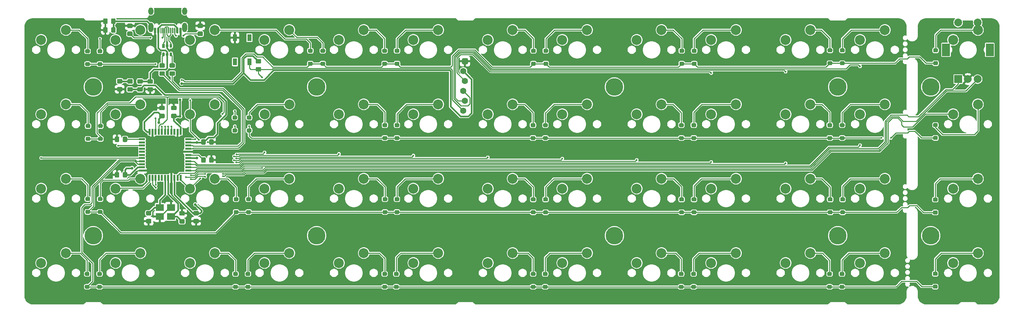
<source format=gbl>
G04 #@! TF.GenerationSoftware,KiCad,Pcbnew,(5.1.10-1-10_14)*
G04 #@! TF.CreationDate,2021-08-22T11:15:42-05:00*
G04 #@! TF.ProjectId,ori,6f72692e-6b69-4636-9164-5f7063625858,rev?*
G04 #@! TF.SameCoordinates,Original*
G04 #@! TF.FileFunction,Copper,L2,Bot*
G04 #@! TF.FilePolarity,Positive*
%FSLAX46Y46*%
G04 Gerber Fmt 4.6, Leading zero omitted, Abs format (unit mm)*
G04 Created by KiCad (PCBNEW (5.1.10-1-10_14)) date 2021-08-22 11:15:42*
%MOMM*%
%LPD*%
G01*
G04 APERTURE LIST*
G04 #@! TA.AperFunction,ComponentPad*
%ADD10C,4.500000*%
G04 #@! TD*
G04 #@! TA.AperFunction,ComponentPad*
%ADD11C,2.540000*%
G04 #@! TD*
G04 #@! TA.AperFunction,ComponentPad*
%ADD12R,2.000000X2.000000*%
G04 #@! TD*
G04 #@! TA.AperFunction,ComponentPad*
%ADD13C,2.000000*%
G04 #@! TD*
G04 #@! TA.AperFunction,ComponentPad*
%ADD14R,2.000000X3.200000*%
G04 #@! TD*
G04 #@! TA.AperFunction,SMDPad,CuDef*
%ADD15R,2.100000X1.800000*%
G04 #@! TD*
G04 #@! TA.AperFunction,ComponentPad*
%ADD16C,1.600200*%
G04 #@! TD*
G04 #@! TA.AperFunction,SMDPad,CuDef*
%ADD17R,0.500000X1.500000*%
G04 #@! TD*
G04 #@! TA.AperFunction,SMDPad,CuDef*
%ADD18R,1.500000X0.500000*%
G04 #@! TD*
G04 #@! TA.AperFunction,ComponentPad*
%ADD19O,1.300000X2.400000*%
G04 #@! TD*
G04 #@! TA.AperFunction,ComponentPad*
%ADD20O,1.300000X1.900000*%
G04 #@! TD*
G04 #@! TA.AperFunction,SMDPad,CuDef*
%ADD21R,0.650000X1.060000*%
G04 #@! TD*
G04 #@! TA.AperFunction,SMDPad,CuDef*
%ADD22R,1.100000X1.800000*%
G04 #@! TD*
G04 #@! TA.AperFunction,ViaPad*
%ADD23C,0.500000*%
G04 #@! TD*
G04 #@! TA.AperFunction,ViaPad*
%ADD24C,0.700000*%
G04 #@! TD*
G04 #@! TA.AperFunction,Conductor*
%ADD25C,0.250000*%
G04 #@! TD*
G04 #@! TA.AperFunction,Conductor*
%ADD26C,0.400000*%
G04 #@! TD*
G04 #@! TA.AperFunction,Conductor*
%ADD27C,0.200000*%
G04 #@! TD*
G04 #@! TA.AperFunction,Conductor*
%ADD28C,0.100000*%
G04 #@! TD*
G04 APERTURE END LIST*
D10*
X96440641Y-62706266D03*
X153590689Y-100806298D03*
X286940801Y-62706266D03*
X286940801Y-100806298D03*
X229790753Y-62706266D03*
X153590689Y-62706266D03*
X229790753Y-100806298D03*
X96440641Y-100806298D03*
X310753321Y-100806298D03*
X310753321Y-62706266D03*
G04 #@! TA.AperFunction,SMDPad,CuDef*
G36*
G01*
X312340625Y-53806250D02*
X311640625Y-53806250D01*
G75*
G02*
X311390625Y-53556250I0J250000D01*
G01*
X311390625Y-53056250D01*
G75*
G02*
X311640625Y-52806250I250000J0D01*
G01*
X312340625Y-52806250D01*
G75*
G02*
X312590625Y-53056250I0J-250000D01*
G01*
X312590625Y-53556250D01*
G75*
G02*
X312340625Y-53806250I-250000J0D01*
G01*
G37*
G04 #@! TD.AperFunction*
G04 #@! TA.AperFunction,SMDPad,CuDef*
G36*
G01*
X312340625Y-57106250D02*
X311640625Y-57106250D01*
G75*
G02*
X311390625Y-56856250I0J250000D01*
G01*
X311390625Y-56356250D01*
G75*
G02*
X311640625Y-56106250I250000J0D01*
G01*
X312340625Y-56106250D01*
G75*
G02*
X312590625Y-56356250I0J-250000D01*
G01*
X312590625Y-56856250D01*
G75*
G02*
X312340625Y-57106250I-250000J0D01*
G01*
G37*
G04 #@! TD.AperFunction*
G04 #@! TA.AperFunction,SMDPad,CuDef*
G36*
G01*
X312240625Y-92056250D02*
X311540625Y-92056250D01*
G75*
G02*
X311290625Y-91806250I0J250000D01*
G01*
X311290625Y-91306250D01*
G75*
G02*
X311540625Y-91056250I250000J0D01*
G01*
X312240625Y-91056250D01*
G75*
G02*
X312490625Y-91306250I0J-250000D01*
G01*
X312490625Y-91806250D01*
G75*
G02*
X312240625Y-92056250I-250000J0D01*
G01*
G37*
G04 #@! TD.AperFunction*
G04 #@! TA.AperFunction,SMDPad,CuDef*
G36*
G01*
X312240625Y-95356250D02*
X311540625Y-95356250D01*
G75*
G02*
X311290625Y-95106250I0J250000D01*
G01*
X311290625Y-94606250D01*
G75*
G02*
X311540625Y-94356250I250000J0D01*
G01*
X312240625Y-94356250D01*
G75*
G02*
X312490625Y-94606250I0J-250000D01*
G01*
X312490625Y-95106250D01*
G75*
G02*
X312240625Y-95356250I-250000J0D01*
G01*
G37*
G04 #@! TD.AperFunction*
D11*
X316468185Y-69691370D03*
X322818185Y-67151370D03*
X121205625Y-50641250D03*
X127555625Y-48101250D03*
X316468185Y-107791530D03*
X322818185Y-105251530D03*
G04 #@! TA.AperFunction,SMDPad,CuDef*
G36*
G01*
X98537999Y-91899377D02*
X97837999Y-91899377D01*
G75*
G02*
X97587999Y-91649377I0J250000D01*
G01*
X97587999Y-91149377D01*
G75*
G02*
X97837999Y-90899377I250000J0D01*
G01*
X98537999Y-90899377D01*
G75*
G02*
X98787999Y-91149377I0J-250000D01*
G01*
X98787999Y-91649377D01*
G75*
G02*
X98537999Y-91899377I-250000J0D01*
G01*
G37*
G04 #@! TD.AperFunction*
G04 #@! TA.AperFunction,SMDPad,CuDef*
G36*
G01*
X98537999Y-95199377D02*
X97837999Y-95199377D01*
G75*
G02*
X97587999Y-94949377I0J250000D01*
G01*
X97587999Y-94449377D01*
G75*
G02*
X97837999Y-94199377I250000J0D01*
G01*
X98537999Y-94199377D01*
G75*
G02*
X98787999Y-94449377I0J-250000D01*
G01*
X98787999Y-94949377D01*
G75*
G02*
X98537999Y-95199377I-250000J0D01*
G01*
G37*
G04 #@! TD.AperFunction*
G04 #@! TA.AperFunction,SMDPad,CuDef*
G36*
G01*
X103650001Y-61800000D02*
X102749999Y-61800000D01*
G75*
G02*
X102500000Y-61550001I0J249999D01*
G01*
X102500000Y-60899999D01*
G75*
G02*
X102749999Y-60650000I249999J0D01*
G01*
X103650001Y-60650000D01*
G75*
G02*
X103900000Y-60899999I0J-249999D01*
G01*
X103900000Y-61550001D01*
G75*
G02*
X103650001Y-61800000I-249999J0D01*
G01*
G37*
G04 #@! TD.AperFunction*
G04 #@! TA.AperFunction,SMDPad,CuDef*
G36*
G01*
X103650001Y-63850000D02*
X102749999Y-63850000D01*
G75*
G02*
X102500000Y-63600001I0J249999D01*
G01*
X102500000Y-62949999D01*
G75*
G02*
X102749999Y-62700000I249999J0D01*
G01*
X103650001Y-62700000D01*
G75*
G02*
X103900000Y-62949999I0J-249999D01*
G01*
X103900000Y-63600001D01*
G75*
G02*
X103650001Y-63850000I-249999J0D01*
G01*
G37*
G04 #@! TD.AperFunction*
G04 #@! TA.AperFunction,SMDPad,CuDef*
G36*
G01*
X126100000Y-77250001D02*
X126100000Y-76349999D01*
G75*
G02*
X126349999Y-76100000I249999J0D01*
G01*
X127000001Y-76100000D01*
G75*
G02*
X127250000Y-76349999I0J-249999D01*
G01*
X127250000Y-77250001D01*
G75*
G02*
X127000001Y-77500000I-249999J0D01*
G01*
X126349999Y-77500000D01*
G75*
G02*
X126100000Y-77250001I0J249999D01*
G01*
G37*
G04 #@! TD.AperFunction*
G04 #@! TA.AperFunction,SMDPad,CuDef*
G36*
G01*
X124050000Y-77250001D02*
X124050000Y-76349999D01*
G75*
G02*
X124299999Y-76100000I249999J0D01*
G01*
X124950001Y-76100000D01*
G75*
G02*
X125200000Y-76349999I0J-249999D01*
G01*
X125200000Y-77250001D01*
G75*
G02*
X124950001Y-77500000I-249999J0D01*
G01*
X124299999Y-77500000D01*
G75*
G02*
X124050000Y-77250001I0J249999D01*
G01*
G37*
G04 #@! TD.AperFunction*
G04 #@! TA.AperFunction,SMDPad,CuDef*
G36*
G01*
X103075000Y-84749999D02*
X103075000Y-85650001D01*
G75*
G02*
X102825001Y-85900000I-249999J0D01*
G01*
X102174999Y-85900000D01*
G75*
G02*
X101925000Y-85650001I0J249999D01*
G01*
X101925000Y-84749999D01*
G75*
G02*
X102174999Y-84500000I249999J0D01*
G01*
X102825001Y-84500000D01*
G75*
G02*
X103075000Y-84749999I0J-249999D01*
G01*
G37*
G04 #@! TD.AperFunction*
G04 #@! TA.AperFunction,SMDPad,CuDef*
G36*
G01*
X105125000Y-84749999D02*
X105125000Y-85650001D01*
G75*
G02*
X104875001Y-85900000I-249999J0D01*
G01*
X104224999Y-85900000D01*
G75*
G02*
X103975000Y-85650001I0J249999D01*
G01*
X103975000Y-84749999D01*
G75*
G02*
X104224999Y-84500000I249999J0D01*
G01*
X104875001Y-84500000D01*
G75*
G02*
X105125000Y-84749999I0J-249999D01*
G01*
G37*
G04 #@! TD.AperFunction*
G04 #@! TA.AperFunction,SMDPad,CuDef*
G36*
G01*
X247381999Y-53944377D02*
X246681999Y-53944377D01*
G75*
G02*
X246431999Y-53694377I0J250000D01*
G01*
X246431999Y-53194377D01*
G75*
G02*
X246681999Y-52944377I250000J0D01*
G01*
X247381999Y-52944377D01*
G75*
G02*
X247631999Y-53194377I0J-250000D01*
G01*
X247631999Y-53694377D01*
G75*
G02*
X247381999Y-53944377I-250000J0D01*
G01*
G37*
G04 #@! TD.AperFunction*
G04 #@! TA.AperFunction,SMDPad,CuDef*
G36*
G01*
X247381999Y-57244377D02*
X246681999Y-57244377D01*
G75*
G02*
X246431999Y-56994377I0J250000D01*
G01*
X246431999Y-56494377D01*
G75*
G02*
X246681999Y-56244377I250000J0D01*
G01*
X247381999Y-56244377D01*
G75*
G02*
X247631999Y-56494377I0J-250000D01*
G01*
X247631999Y-56994377D01*
G75*
G02*
X247381999Y-57244377I-250000J0D01*
G01*
G37*
G04 #@! TD.AperFunction*
D12*
X317752725Y-60693950D03*
D13*
X320252725Y-60693950D03*
X322752725Y-60693950D03*
D14*
X314652725Y-53193950D03*
X325852725Y-53193950D03*
D13*
X317752725Y-46193950D03*
X322752725Y-46193950D03*
G04 #@! TA.AperFunction,SMDPad,CuDef*
G36*
G01*
X105396999Y-62738000D02*
X106297001Y-62738000D01*
G75*
G02*
X106547000Y-62987999I0J-249999D01*
G01*
X106547000Y-63638001D01*
G75*
G02*
X106297001Y-63888000I-249999J0D01*
G01*
X105396999Y-63888000D01*
G75*
G02*
X105147000Y-63638001I0J249999D01*
G01*
X105147000Y-62987999D01*
G75*
G02*
X105396999Y-62738000I249999J0D01*
G01*
G37*
G04 #@! TD.AperFunction*
G04 #@! TA.AperFunction,SMDPad,CuDef*
G36*
G01*
X105396999Y-60688000D02*
X106297001Y-60688000D01*
G75*
G02*
X106547000Y-60937999I0J-249999D01*
G01*
X106547000Y-61588001D01*
G75*
G02*
X106297001Y-61838000I-249999J0D01*
G01*
X105396999Y-61838000D01*
G75*
G02*
X105147000Y-61588001I0J249999D01*
G01*
X105147000Y-60937999D01*
G75*
G02*
X105396999Y-60688000I249999J0D01*
G01*
G37*
G04 #@! TD.AperFunction*
G04 #@! TA.AperFunction,SMDPad,CuDef*
G36*
G01*
X110549999Y-62750000D02*
X111450001Y-62750000D01*
G75*
G02*
X111700000Y-62999999I0J-249999D01*
G01*
X111700000Y-63650001D01*
G75*
G02*
X111450001Y-63900000I-249999J0D01*
G01*
X110549999Y-63900000D01*
G75*
G02*
X110300000Y-63650001I0J249999D01*
G01*
X110300000Y-62999999D01*
G75*
G02*
X110549999Y-62750000I249999J0D01*
G01*
G37*
G04 #@! TD.AperFunction*
G04 #@! TA.AperFunction,SMDPad,CuDef*
G36*
G01*
X110549999Y-60700000D02*
X111450001Y-60700000D01*
G75*
G02*
X111700000Y-60949999I0J-249999D01*
G01*
X111700000Y-61600001D01*
G75*
G02*
X111450001Y-61850000I-249999J0D01*
G01*
X110549999Y-61850000D01*
G75*
G02*
X110300000Y-61600001I0J249999D01*
G01*
X110300000Y-60949999D01*
G75*
G02*
X110549999Y-60700000I249999J0D01*
G01*
G37*
G04 #@! TD.AperFunction*
G04 #@! TA.AperFunction,SMDPad,CuDef*
G36*
G01*
X100100000Y-47649999D02*
X100100000Y-48550001D01*
G75*
G02*
X99850001Y-48800000I-249999J0D01*
G01*
X99199999Y-48800000D01*
G75*
G02*
X98950000Y-48550001I0J249999D01*
G01*
X98950000Y-47649999D01*
G75*
G02*
X99199999Y-47400000I249999J0D01*
G01*
X99850001Y-47400000D01*
G75*
G02*
X100100000Y-47649999I0J-249999D01*
G01*
G37*
G04 #@! TD.AperFunction*
G04 #@! TA.AperFunction,SMDPad,CuDef*
G36*
G01*
X102150000Y-47649999D02*
X102150000Y-48550001D01*
G75*
G02*
X101900001Y-48800000I-249999J0D01*
G01*
X101249999Y-48800000D01*
G75*
G02*
X101000000Y-48550001I0J249999D01*
G01*
X101000000Y-47649999D01*
G75*
G02*
X101249999Y-47400000I249999J0D01*
G01*
X101900001Y-47400000D01*
G75*
G02*
X102150000Y-47649999I0J-249999D01*
G01*
G37*
G04 #@! TD.AperFunction*
G04 #@! TA.AperFunction,SMDPad,CuDef*
G36*
G01*
X100100000Y-45399999D02*
X100100000Y-46300001D01*
G75*
G02*
X99850001Y-46550000I-249999J0D01*
G01*
X99199999Y-46550000D01*
G75*
G02*
X98950000Y-46300001I0J249999D01*
G01*
X98950000Y-45399999D01*
G75*
G02*
X99199999Y-45150000I249999J0D01*
G01*
X99850001Y-45150000D01*
G75*
G02*
X100100000Y-45399999I0J-249999D01*
G01*
G37*
G04 #@! TD.AperFunction*
G04 #@! TA.AperFunction,SMDPad,CuDef*
G36*
G01*
X102150000Y-45399999D02*
X102150000Y-46300001D01*
G75*
G02*
X101900001Y-46550000I-249999J0D01*
G01*
X101249999Y-46550000D01*
G75*
G02*
X101000000Y-46300001I0J249999D01*
G01*
X101000000Y-45399999D01*
G75*
G02*
X101249999Y-45150000I249999J0D01*
G01*
X101900001Y-45150000D01*
G75*
G02*
X102150000Y-45399999I0J-249999D01*
G01*
G37*
G04 #@! TD.AperFunction*
G04 #@! TA.AperFunction,SMDPad,CuDef*
G36*
G01*
X139159001Y-56698000D02*
X138258999Y-56698000D01*
G75*
G02*
X138009000Y-56448001I0J249999D01*
G01*
X138009000Y-55797999D01*
G75*
G02*
X138258999Y-55548000I249999J0D01*
G01*
X139159001Y-55548000D01*
G75*
G02*
X139409000Y-55797999I0J-249999D01*
G01*
X139409000Y-56448001D01*
G75*
G02*
X139159001Y-56698000I-249999J0D01*
G01*
G37*
G04 #@! TD.AperFunction*
G04 #@! TA.AperFunction,SMDPad,CuDef*
G36*
G01*
X139159001Y-58748000D02*
X138258999Y-58748000D01*
G75*
G02*
X138009000Y-58498001I0J249999D01*
G01*
X138009000Y-57847999D01*
G75*
G02*
X138258999Y-57598000I249999J0D01*
G01*
X139159001Y-57598000D01*
G75*
G02*
X139409000Y-57847999I0J-249999D01*
G01*
X139409000Y-58498001D01*
G75*
G02*
X139159001Y-58748000I-249999J0D01*
G01*
G37*
G04 #@! TD.AperFunction*
G04 #@! TA.AperFunction,SMDPad,CuDef*
G36*
G01*
X123349999Y-48500000D02*
X124250001Y-48500000D01*
G75*
G02*
X124500000Y-48749999I0J-249999D01*
G01*
X124500000Y-49400001D01*
G75*
G02*
X124250001Y-49650000I-249999J0D01*
G01*
X123349999Y-49650000D01*
G75*
G02*
X123100000Y-49400001I0J249999D01*
G01*
X123100000Y-48749999D01*
G75*
G02*
X123349999Y-48500000I249999J0D01*
G01*
G37*
G04 #@! TD.AperFunction*
G04 #@! TA.AperFunction,SMDPad,CuDef*
G36*
G01*
X123349999Y-46450000D02*
X124250001Y-46450000D01*
G75*
G02*
X124500000Y-46699999I0J-249999D01*
G01*
X124500000Y-47350001D01*
G75*
G02*
X124250001Y-47600000I-249999J0D01*
G01*
X123349999Y-47600000D01*
G75*
G02*
X123100000Y-47350001I0J249999D01*
G01*
X123100000Y-46699999D01*
G75*
G02*
X123349999Y-46450000I249999J0D01*
G01*
G37*
G04 #@! TD.AperFunction*
G04 #@! TA.AperFunction,SMDPad,CuDef*
G36*
G01*
X105349999Y-46450000D02*
X106250001Y-46450000D01*
G75*
G02*
X106500000Y-46699999I0J-249999D01*
G01*
X106500000Y-47350001D01*
G75*
G02*
X106250001Y-47600000I-249999J0D01*
G01*
X105349999Y-47600000D01*
G75*
G02*
X105100000Y-47350001I0J249999D01*
G01*
X105100000Y-46699999D01*
G75*
G02*
X105349999Y-46450000I249999J0D01*
G01*
G37*
G04 #@! TD.AperFunction*
G04 #@! TA.AperFunction,SMDPad,CuDef*
G36*
G01*
X105349999Y-48500000D02*
X106250001Y-48500000D01*
G75*
G02*
X106500000Y-48749999I0J-249999D01*
G01*
X106500000Y-49400001D01*
G75*
G02*
X106250001Y-49650000I-249999J0D01*
G01*
X105349999Y-49650000D01*
G75*
G02*
X105100000Y-49400001I0J249999D01*
G01*
X105100000Y-48749999D01*
G75*
G02*
X105349999Y-48500000I249999J0D01*
G01*
G37*
G04 #@! TD.AperFunction*
G04 #@! TA.AperFunction,SMDPad,CuDef*
G36*
G01*
X117080000Y-57783002D02*
X116179998Y-57783002D01*
G75*
G02*
X115929999Y-57533003I0J249999D01*
G01*
X115929999Y-56883001D01*
G75*
G02*
X116179998Y-56633002I249999J0D01*
G01*
X117080000Y-56633002D01*
G75*
G02*
X117329999Y-56883001I0J-249999D01*
G01*
X117329999Y-57533003D01*
G75*
G02*
X117080000Y-57783002I-249999J0D01*
G01*
G37*
G04 #@! TD.AperFunction*
G04 #@! TA.AperFunction,SMDPad,CuDef*
G36*
G01*
X117080000Y-59833002D02*
X116179998Y-59833002D01*
G75*
G02*
X115929999Y-59583003I0J249999D01*
G01*
X115929999Y-58933001D01*
G75*
G02*
X116179998Y-58683002I249999J0D01*
G01*
X117080000Y-58683002D01*
G75*
G02*
X117329999Y-58933001I0J-249999D01*
G01*
X117329999Y-59583003D01*
G75*
G02*
X117080000Y-59833002I-249999J0D01*
G01*
G37*
G04 #@! TD.AperFunction*
G04 #@! TA.AperFunction,SMDPad,CuDef*
G36*
G01*
X114496001Y-57774000D02*
X113595999Y-57774000D01*
G75*
G02*
X113346000Y-57524001I0J249999D01*
G01*
X113346000Y-56873999D01*
G75*
G02*
X113595999Y-56624000I249999J0D01*
G01*
X114496001Y-56624000D01*
G75*
G02*
X114746000Y-56873999I0J-249999D01*
G01*
X114746000Y-57524001D01*
G75*
G02*
X114496001Y-57774000I-249999J0D01*
G01*
G37*
G04 #@! TD.AperFunction*
G04 #@! TA.AperFunction,SMDPad,CuDef*
G36*
G01*
X114496001Y-59824000D02*
X113595999Y-59824000D01*
G75*
G02*
X113346000Y-59574001I0J249999D01*
G01*
X113346000Y-58923999D01*
G75*
G02*
X113595999Y-58674000I249999J0D01*
G01*
X114496001Y-58674000D01*
G75*
G02*
X114746000Y-58923999I0J-249999D01*
G01*
X114746000Y-59574001D01*
G75*
G02*
X114496001Y-59824000I-249999J0D01*
G01*
G37*
G04 #@! TD.AperFunction*
G04 #@! TA.AperFunction,SMDPad,CuDef*
G36*
G01*
X103977499Y-76550001D02*
X103977499Y-75649999D01*
G75*
G02*
X104227498Y-75400000I249999J0D01*
G01*
X104877500Y-75400000D01*
G75*
G02*
X105127499Y-75649999I0J-249999D01*
G01*
X105127499Y-76550001D01*
G75*
G02*
X104877500Y-76800000I-249999J0D01*
G01*
X104227498Y-76800000D01*
G75*
G02*
X103977499Y-76550001I0J249999D01*
G01*
G37*
G04 #@! TD.AperFunction*
G04 #@! TA.AperFunction,SMDPad,CuDef*
G36*
G01*
X101927499Y-76550001D02*
X101927499Y-75649999D01*
G75*
G02*
X102177498Y-75400000I249999J0D01*
G01*
X102827500Y-75400000D01*
G75*
G02*
X103077499Y-75649999I0J-249999D01*
G01*
X103077499Y-76550001D01*
G75*
G02*
X102827500Y-76800000I-249999J0D01*
G01*
X102177498Y-76800000D01*
G75*
G02*
X101927499Y-76550001I0J249999D01*
G01*
G37*
G04 #@! TD.AperFunction*
G04 #@! TA.AperFunction,SMDPad,CuDef*
G36*
G01*
X122299999Y-96500000D02*
X123200001Y-96500000D01*
G75*
G02*
X123450000Y-96749999I0J-249999D01*
G01*
X123450000Y-97400001D01*
G75*
G02*
X123200001Y-97650000I-249999J0D01*
G01*
X122299999Y-97650000D01*
G75*
G02*
X122050000Y-97400001I0J249999D01*
G01*
X122050000Y-96749999D01*
G75*
G02*
X122299999Y-96500000I249999J0D01*
G01*
G37*
G04 #@! TD.AperFunction*
G04 #@! TA.AperFunction,SMDPad,CuDef*
G36*
G01*
X122299999Y-94450000D02*
X123200001Y-94450000D01*
G75*
G02*
X123450000Y-94699999I0J-249999D01*
G01*
X123450000Y-95350001D01*
G75*
G02*
X123200001Y-95600000I-249999J0D01*
G01*
X122299999Y-95600000D01*
G75*
G02*
X122050000Y-95350001I0J249999D01*
G01*
X122050000Y-94699999D01*
G75*
G02*
X122299999Y-94450000I249999J0D01*
G01*
G37*
G04 #@! TD.AperFunction*
G04 #@! TA.AperFunction,SMDPad,CuDef*
G36*
G01*
X117500001Y-68650000D02*
X116599999Y-68650000D01*
G75*
G02*
X116350000Y-68400001I0J249999D01*
G01*
X116350000Y-67749999D01*
G75*
G02*
X116599999Y-67500000I249999J0D01*
G01*
X117500001Y-67500000D01*
G75*
G02*
X117750000Y-67749999I0J-249999D01*
G01*
X117750000Y-68400001D01*
G75*
G02*
X117500001Y-68650000I-249999J0D01*
G01*
G37*
G04 #@! TD.AperFunction*
G04 #@! TA.AperFunction,SMDPad,CuDef*
G36*
G01*
X117500001Y-70700000D02*
X116599999Y-70700000D01*
G75*
G02*
X116350000Y-70450001I0J249999D01*
G01*
X116350000Y-69799999D01*
G75*
G02*
X116599999Y-69550000I249999J0D01*
G01*
X117500001Y-69550000D01*
G75*
G02*
X117750000Y-69799999I0J-249999D01*
G01*
X117750000Y-70450001D01*
G75*
G02*
X117500001Y-70700000I-249999J0D01*
G01*
G37*
G04 #@! TD.AperFunction*
G04 #@! TA.AperFunction,SMDPad,CuDef*
G36*
G01*
X114450001Y-68650000D02*
X113549999Y-68650000D01*
G75*
G02*
X113300000Y-68400001I0J249999D01*
G01*
X113300000Y-67749999D01*
G75*
G02*
X113549999Y-67500000I249999J0D01*
G01*
X114450001Y-67500000D01*
G75*
G02*
X114700000Y-67749999I0J-249999D01*
G01*
X114700000Y-68400001D01*
G75*
G02*
X114450001Y-68650000I-249999J0D01*
G01*
G37*
G04 #@! TD.AperFunction*
G04 #@! TA.AperFunction,SMDPad,CuDef*
G36*
G01*
X114450001Y-70700000D02*
X113549999Y-70700000D01*
G75*
G02*
X113300000Y-70450001I0J249999D01*
G01*
X113300000Y-69799999D01*
G75*
G02*
X113549999Y-69550000I249999J0D01*
G01*
X114450001Y-69550000D01*
G75*
G02*
X114700000Y-69799999I0J-249999D01*
G01*
X114700000Y-70450001D01*
G75*
G02*
X114450001Y-70700000I-249999J0D01*
G01*
G37*
G04 #@! TD.AperFunction*
G04 #@! TA.AperFunction,SMDPad,CuDef*
G36*
G01*
X119600001Y-95650000D02*
X118699999Y-95650000D01*
G75*
G02*
X118450000Y-95400001I0J249999D01*
G01*
X118450000Y-94749999D01*
G75*
G02*
X118699999Y-94500000I249999J0D01*
G01*
X119600001Y-94500000D01*
G75*
G02*
X119850000Y-94749999I0J-249999D01*
G01*
X119850000Y-95400001D01*
G75*
G02*
X119600001Y-95650000I-249999J0D01*
G01*
G37*
G04 #@! TD.AperFunction*
G04 #@! TA.AperFunction,SMDPad,CuDef*
G36*
G01*
X119600001Y-97700000D02*
X118699999Y-97700000D01*
G75*
G02*
X118450000Y-97450001I0J249999D01*
G01*
X118450000Y-96799999D01*
G75*
G02*
X118699999Y-96550000I249999J0D01*
G01*
X119600001Y-96550000D01*
G75*
G02*
X119850000Y-96799999I0J-249999D01*
G01*
X119850000Y-97450001D01*
G75*
G02*
X119600001Y-97700000I-249999J0D01*
G01*
G37*
G04 #@! TD.AperFunction*
G04 #@! TA.AperFunction,SMDPad,CuDef*
G36*
G01*
X110149999Y-96500000D02*
X111050001Y-96500000D01*
G75*
G02*
X111300000Y-96749999I0J-249999D01*
G01*
X111300000Y-97400001D01*
G75*
G02*
X111050001Y-97650000I-249999J0D01*
G01*
X110149999Y-97650000D01*
G75*
G02*
X109900000Y-97400001I0J249999D01*
G01*
X109900000Y-96749999D01*
G75*
G02*
X110149999Y-96500000I249999J0D01*
G01*
G37*
G04 #@! TD.AperFunction*
G04 #@! TA.AperFunction,SMDPad,CuDef*
G36*
G01*
X110149999Y-94450000D02*
X111050001Y-94450000D01*
G75*
G02*
X111300000Y-94699999I0J-249999D01*
G01*
X111300000Y-95350001D01*
G75*
G02*
X111050001Y-95600000I-249999J0D01*
G01*
X110149999Y-95600000D01*
G75*
G02*
X109900000Y-95350001I0J249999D01*
G01*
X109900000Y-94699999D01*
G75*
G02*
X110149999Y-94450000I249999J0D01*
G01*
G37*
G04 #@! TD.AperFunction*
G04 #@! TA.AperFunction,SMDPad,CuDef*
G36*
G01*
X126100000Y-81850001D02*
X126100000Y-80949999D01*
G75*
G02*
X126349999Y-80700000I249999J0D01*
G01*
X127000001Y-80700000D01*
G75*
G02*
X127250000Y-80949999I0J-249999D01*
G01*
X127250000Y-81850001D01*
G75*
G02*
X127000001Y-82100000I-249999J0D01*
G01*
X126349999Y-82100000D01*
G75*
G02*
X126100000Y-81850001I0J249999D01*
G01*
G37*
G04 #@! TD.AperFunction*
G04 #@! TA.AperFunction,SMDPad,CuDef*
G36*
G01*
X124050000Y-81850001D02*
X124050000Y-80949999D01*
G75*
G02*
X124299999Y-80700000I249999J0D01*
G01*
X124950001Y-80700000D01*
G75*
G02*
X125200000Y-80949999I0J-249999D01*
G01*
X125200000Y-81850001D01*
G75*
G02*
X124950001Y-82100000I-249999J0D01*
G01*
X124299999Y-82100000D01*
G75*
G02*
X124050000Y-81850001I0J249999D01*
G01*
G37*
G04 #@! TD.AperFunction*
G04 #@! TA.AperFunction,SMDPad,CuDef*
G36*
G01*
X108850001Y-61850000D02*
X107949999Y-61850000D01*
G75*
G02*
X107700000Y-61600001I0J249999D01*
G01*
X107700000Y-60949999D01*
G75*
G02*
X107949999Y-60700000I249999J0D01*
G01*
X108850001Y-60700000D01*
G75*
G02*
X109100000Y-60949999I0J-249999D01*
G01*
X109100000Y-61600001D01*
G75*
G02*
X108850001Y-61850000I-249999J0D01*
G01*
G37*
G04 #@! TD.AperFunction*
G04 #@! TA.AperFunction,SMDPad,CuDef*
G36*
G01*
X108850001Y-63900000D02*
X107949999Y-63900000D01*
G75*
G02*
X107700000Y-63650001I0J249999D01*
G01*
X107700000Y-62999999D01*
G75*
G02*
X107949999Y-62750000I249999J0D01*
G01*
X108850001Y-62750000D01*
G75*
G02*
X109100000Y-62999999I0J-249999D01*
G01*
X109100000Y-63650001D01*
G75*
G02*
X108850001Y-63900000I-249999J0D01*
G01*
G37*
G04 #@! TD.AperFunction*
D15*
X116350000Y-93550000D03*
X113450000Y-93550000D03*
X113450000Y-95850000D03*
X116350000Y-95850000D03*
G04 #@! TA.AperFunction,ComponentPad*
G36*
G01*
X192346500Y-55699950D02*
X192346500Y-56500050D01*
G75*
G02*
X191946450Y-56900100I-400050J0D01*
G01*
X191146350Y-56900100D01*
G75*
G02*
X190746300Y-56500050I0J400050D01*
G01*
X190746300Y-55699950D01*
G75*
G02*
X191146350Y-55299900I400050J0D01*
G01*
X191946450Y-55299900D01*
G75*
G02*
X192346500Y-55699950I0J-400050D01*
G01*
G37*
G04 #@! TD.AperFunction*
D16*
X191140000Y-58640000D03*
X191546400Y-61180000D03*
X191140000Y-63720000D03*
X191546400Y-66260000D03*
X191140000Y-68800000D03*
D17*
X118800000Y-74200000D03*
X118000000Y-74200000D03*
X117200000Y-74200000D03*
X116400000Y-74200000D03*
X115600000Y-74200000D03*
X114800000Y-74200000D03*
X114000000Y-74200000D03*
X113200000Y-74200000D03*
X112400000Y-74200000D03*
X111600000Y-74200000D03*
X110800000Y-74200000D03*
D18*
X108900000Y-76100000D03*
X108900000Y-76900000D03*
X108900000Y-77700000D03*
X108900000Y-78500000D03*
X108900000Y-79300000D03*
X108900000Y-80100000D03*
X108900000Y-80900000D03*
X108900000Y-81700000D03*
X108900000Y-82500000D03*
X108900000Y-83300000D03*
X108900000Y-84100000D03*
D17*
X110800000Y-86000000D03*
X111600000Y-86000000D03*
X112400000Y-86000000D03*
X113200000Y-86000000D03*
X114000000Y-86000000D03*
X114800000Y-86000000D03*
X115600000Y-86000000D03*
X116400000Y-86000000D03*
X117200000Y-86000000D03*
X118000000Y-86000000D03*
X118800000Y-86000000D03*
D18*
X120700000Y-84100000D03*
X120700000Y-83300000D03*
X120700000Y-82500000D03*
X120700000Y-81700000D03*
X120700000Y-80900000D03*
X120700000Y-80100000D03*
X120700000Y-79300000D03*
X120700000Y-78500000D03*
X120700000Y-77700000D03*
X120700000Y-76900000D03*
X120700000Y-76100000D03*
G04 #@! TA.AperFunction,SMDPad,CuDef*
G36*
G01*
X95312999Y-54041377D02*
X94612999Y-54041377D01*
G75*
G02*
X94362999Y-53791377I0J250000D01*
G01*
X94362999Y-53291377D01*
G75*
G02*
X94612999Y-53041377I250000J0D01*
G01*
X95312999Y-53041377D01*
G75*
G02*
X95562999Y-53291377I0J-250000D01*
G01*
X95562999Y-53791377D01*
G75*
G02*
X95312999Y-54041377I-250000J0D01*
G01*
G37*
G04 #@! TD.AperFunction*
G04 #@! TA.AperFunction,SMDPad,CuDef*
G36*
G01*
X95312999Y-57341377D02*
X94612999Y-57341377D01*
G75*
G02*
X94362999Y-57091377I0J250000D01*
G01*
X94362999Y-56591377D01*
G75*
G02*
X94612999Y-56341377I250000J0D01*
G01*
X95312999Y-56341377D01*
G75*
G02*
X95562999Y-56591377I0J-250000D01*
G01*
X95562999Y-57091377D01*
G75*
G02*
X95312999Y-57341377I-250000J0D01*
G01*
G37*
G04 #@! TD.AperFunction*
G04 #@! TA.AperFunction,SMDPad,CuDef*
G36*
G01*
X98487999Y-54041377D02*
X97787999Y-54041377D01*
G75*
G02*
X97537999Y-53791377I0J250000D01*
G01*
X97537999Y-53291377D01*
G75*
G02*
X97787999Y-53041377I250000J0D01*
G01*
X98487999Y-53041377D01*
G75*
G02*
X98737999Y-53291377I0J-250000D01*
G01*
X98737999Y-53791377D01*
G75*
G02*
X98487999Y-54041377I-250000J0D01*
G01*
G37*
G04 #@! TD.AperFunction*
G04 #@! TA.AperFunction,SMDPad,CuDef*
G36*
G01*
X98487999Y-57341377D02*
X97787999Y-57341377D01*
G75*
G02*
X97537999Y-57091377I0J250000D01*
G01*
X97537999Y-56591377D01*
G75*
G02*
X97787999Y-56341377I250000J0D01*
G01*
X98487999Y-56341377D01*
G75*
G02*
X98737999Y-56591377I0J-250000D01*
G01*
X98737999Y-57091377D01*
G75*
G02*
X98487999Y-57341377I-250000J0D01*
G01*
G37*
G04 #@! TD.AperFunction*
G04 #@! TA.AperFunction,SMDPad,CuDef*
G36*
G01*
X152335999Y-53931002D02*
X151635999Y-53931002D01*
G75*
G02*
X151385999Y-53681002I0J250000D01*
G01*
X151385999Y-53181002D01*
G75*
G02*
X151635999Y-52931002I250000J0D01*
G01*
X152335999Y-52931002D01*
G75*
G02*
X152585999Y-53181002I0J-250000D01*
G01*
X152585999Y-53681002D01*
G75*
G02*
X152335999Y-53931002I-250000J0D01*
G01*
G37*
G04 #@! TD.AperFunction*
G04 #@! TA.AperFunction,SMDPad,CuDef*
G36*
G01*
X152335999Y-57231002D02*
X151635999Y-57231002D01*
G75*
G02*
X151385999Y-56981002I0J250000D01*
G01*
X151385999Y-56481002D01*
G75*
G02*
X151635999Y-56231002I250000J0D01*
G01*
X152335999Y-56231002D01*
G75*
G02*
X152585999Y-56481002I0J-250000D01*
G01*
X152585999Y-56981002D01*
G75*
G02*
X152335999Y-57231002I-250000J0D01*
G01*
G37*
G04 #@! TD.AperFunction*
G04 #@! TA.AperFunction,SMDPad,CuDef*
G36*
G01*
X155510999Y-53931002D02*
X154810999Y-53931002D01*
G75*
G02*
X154560999Y-53681002I0J250000D01*
G01*
X154560999Y-53181002D01*
G75*
G02*
X154810999Y-52931002I250000J0D01*
G01*
X155510999Y-52931002D01*
G75*
G02*
X155760999Y-53181002I0J-250000D01*
G01*
X155760999Y-53681002D01*
G75*
G02*
X155510999Y-53931002I-250000J0D01*
G01*
G37*
G04 #@! TD.AperFunction*
G04 #@! TA.AperFunction,SMDPad,CuDef*
G36*
G01*
X155510999Y-57231002D02*
X154810999Y-57231002D01*
G75*
G02*
X154560999Y-56981002I0J250000D01*
G01*
X154560999Y-56481002D01*
G75*
G02*
X154810999Y-56231002I250000J0D01*
G01*
X155510999Y-56231002D01*
G75*
G02*
X155760999Y-56481002I0J-250000D01*
G01*
X155760999Y-56981002D01*
G75*
G02*
X155510999Y-57231002I-250000J0D01*
G01*
G37*
G04 #@! TD.AperFunction*
G04 #@! TA.AperFunction,SMDPad,CuDef*
G36*
G01*
X171335999Y-53933377D02*
X170635999Y-53933377D01*
G75*
G02*
X170385999Y-53683377I0J250000D01*
G01*
X170385999Y-53183377D01*
G75*
G02*
X170635999Y-52933377I250000J0D01*
G01*
X171335999Y-52933377D01*
G75*
G02*
X171585999Y-53183377I0J-250000D01*
G01*
X171585999Y-53683377D01*
G75*
G02*
X171335999Y-53933377I-250000J0D01*
G01*
G37*
G04 #@! TD.AperFunction*
G04 #@! TA.AperFunction,SMDPad,CuDef*
G36*
G01*
X171335999Y-57233377D02*
X170635999Y-57233377D01*
G75*
G02*
X170385999Y-56983377I0J250000D01*
G01*
X170385999Y-56483377D01*
G75*
G02*
X170635999Y-56233377I250000J0D01*
G01*
X171335999Y-56233377D01*
G75*
G02*
X171585999Y-56483377I0J-250000D01*
G01*
X171585999Y-56983377D01*
G75*
G02*
X171335999Y-57233377I-250000J0D01*
G01*
G37*
G04 #@! TD.AperFunction*
G04 #@! TA.AperFunction,SMDPad,CuDef*
G36*
G01*
X174510999Y-53933377D02*
X173810999Y-53933377D01*
G75*
G02*
X173560999Y-53683377I0J250000D01*
G01*
X173560999Y-53183377D01*
G75*
G02*
X173810999Y-52933377I250000J0D01*
G01*
X174510999Y-52933377D01*
G75*
G02*
X174760999Y-53183377I0J-250000D01*
G01*
X174760999Y-53683377D01*
G75*
G02*
X174510999Y-53933377I-250000J0D01*
G01*
G37*
G04 #@! TD.AperFunction*
G04 #@! TA.AperFunction,SMDPad,CuDef*
G36*
G01*
X174510999Y-57233377D02*
X173810999Y-57233377D01*
G75*
G02*
X173560999Y-56983377I0J250000D01*
G01*
X173560999Y-56483377D01*
G75*
G02*
X173810999Y-56233377I250000J0D01*
G01*
X174510999Y-56233377D01*
G75*
G02*
X174760999Y-56483377I0J-250000D01*
G01*
X174760999Y-56983377D01*
G75*
G02*
X174510999Y-57233377I-250000J0D01*
G01*
G37*
G04 #@! TD.AperFunction*
G04 #@! TA.AperFunction,SMDPad,CuDef*
G36*
G01*
X209408999Y-53944377D02*
X208708999Y-53944377D01*
G75*
G02*
X208458999Y-53694377I0J250000D01*
G01*
X208458999Y-53194377D01*
G75*
G02*
X208708999Y-52944377I250000J0D01*
G01*
X209408999Y-52944377D01*
G75*
G02*
X209658999Y-53194377I0J-250000D01*
G01*
X209658999Y-53694377D01*
G75*
G02*
X209408999Y-53944377I-250000J0D01*
G01*
G37*
G04 #@! TD.AperFunction*
G04 #@! TA.AperFunction,SMDPad,CuDef*
G36*
G01*
X209408999Y-57244377D02*
X208708999Y-57244377D01*
G75*
G02*
X208458999Y-56994377I0J250000D01*
G01*
X208458999Y-56494377D01*
G75*
G02*
X208708999Y-56244377I250000J0D01*
G01*
X209408999Y-56244377D01*
G75*
G02*
X209658999Y-56494377I0J-250000D01*
G01*
X209658999Y-56994377D01*
G75*
G02*
X209408999Y-57244377I-250000J0D01*
G01*
G37*
G04 #@! TD.AperFunction*
G04 #@! TA.AperFunction,SMDPad,CuDef*
G36*
G01*
X212583999Y-53944377D02*
X211883999Y-53944377D01*
G75*
G02*
X211633999Y-53694377I0J250000D01*
G01*
X211633999Y-53194377D01*
G75*
G02*
X211883999Y-52944377I250000J0D01*
G01*
X212583999Y-52944377D01*
G75*
G02*
X212833999Y-53194377I0J-250000D01*
G01*
X212833999Y-53694377D01*
G75*
G02*
X212583999Y-53944377I-250000J0D01*
G01*
G37*
G04 #@! TD.AperFunction*
G04 #@! TA.AperFunction,SMDPad,CuDef*
G36*
G01*
X212583999Y-57244377D02*
X211883999Y-57244377D01*
G75*
G02*
X211633999Y-56994377I0J250000D01*
G01*
X211633999Y-56494377D01*
G75*
G02*
X211883999Y-56244377I250000J0D01*
G01*
X212583999Y-56244377D01*
G75*
G02*
X212833999Y-56494377I0J-250000D01*
G01*
X212833999Y-56994377D01*
G75*
G02*
X212583999Y-57244377I-250000J0D01*
G01*
G37*
G04 #@! TD.AperFunction*
G04 #@! TA.AperFunction,SMDPad,CuDef*
G36*
G01*
X250556999Y-53944377D02*
X249856999Y-53944377D01*
G75*
G02*
X249606999Y-53694377I0J250000D01*
G01*
X249606999Y-53194377D01*
G75*
G02*
X249856999Y-52944377I250000J0D01*
G01*
X250556999Y-52944377D01*
G75*
G02*
X250806999Y-53194377I0J-250000D01*
G01*
X250806999Y-53694377D01*
G75*
G02*
X250556999Y-53944377I-250000J0D01*
G01*
G37*
G04 #@! TD.AperFunction*
G04 #@! TA.AperFunction,SMDPad,CuDef*
G36*
G01*
X250556999Y-57244377D02*
X249856999Y-57244377D01*
G75*
G02*
X249606999Y-56994377I0J250000D01*
G01*
X249606999Y-56494377D01*
G75*
G02*
X249856999Y-56244377I250000J0D01*
G01*
X250556999Y-56244377D01*
G75*
G02*
X250806999Y-56494377I0J-250000D01*
G01*
X250806999Y-56994377D01*
G75*
G02*
X250556999Y-57244377I-250000J0D01*
G01*
G37*
G04 #@! TD.AperFunction*
G04 #@! TA.AperFunction,SMDPad,CuDef*
G36*
G01*
X285300000Y-53800000D02*
X284600000Y-53800000D01*
G75*
G02*
X284350000Y-53550000I0J250000D01*
G01*
X284350000Y-53050000D01*
G75*
G02*
X284600000Y-52800000I250000J0D01*
G01*
X285300000Y-52800000D01*
G75*
G02*
X285550000Y-53050000I0J-250000D01*
G01*
X285550000Y-53550000D01*
G75*
G02*
X285300000Y-53800000I-250000J0D01*
G01*
G37*
G04 #@! TD.AperFunction*
G04 #@! TA.AperFunction,SMDPad,CuDef*
G36*
G01*
X285300000Y-57100000D02*
X284600000Y-57100000D01*
G75*
G02*
X284350000Y-56850000I0J250000D01*
G01*
X284350000Y-56350000D01*
G75*
G02*
X284600000Y-56100000I250000J0D01*
G01*
X285300000Y-56100000D01*
G75*
G02*
X285550000Y-56350000I0J-250000D01*
G01*
X285550000Y-56850000D01*
G75*
G02*
X285300000Y-57100000I-250000J0D01*
G01*
G37*
G04 #@! TD.AperFunction*
G04 #@! TA.AperFunction,SMDPad,CuDef*
G36*
G01*
X95439999Y-73191377D02*
X94739999Y-73191377D01*
G75*
G02*
X94489999Y-72941377I0J250000D01*
G01*
X94489999Y-72441377D01*
G75*
G02*
X94739999Y-72191377I250000J0D01*
G01*
X95439999Y-72191377D01*
G75*
G02*
X95689999Y-72441377I0J-250000D01*
G01*
X95689999Y-72941377D01*
G75*
G02*
X95439999Y-73191377I-250000J0D01*
G01*
G37*
G04 #@! TD.AperFunction*
G04 #@! TA.AperFunction,SMDPad,CuDef*
G36*
G01*
X95439999Y-76491377D02*
X94739999Y-76491377D01*
G75*
G02*
X94489999Y-76241377I0J250000D01*
G01*
X94489999Y-75741377D01*
G75*
G02*
X94739999Y-75491377I250000J0D01*
G01*
X95439999Y-75491377D01*
G75*
G02*
X95689999Y-75741377I0J-250000D01*
G01*
X95689999Y-76241377D01*
G75*
G02*
X95439999Y-76491377I-250000J0D01*
G01*
G37*
G04 #@! TD.AperFunction*
G04 #@! TA.AperFunction,SMDPad,CuDef*
G36*
G01*
X98614999Y-73191377D02*
X97914999Y-73191377D01*
G75*
G02*
X97664999Y-72941377I0J250000D01*
G01*
X97664999Y-72441377D01*
G75*
G02*
X97914999Y-72191377I250000J0D01*
G01*
X98614999Y-72191377D01*
G75*
G02*
X98864999Y-72441377I0J-250000D01*
G01*
X98864999Y-72941377D01*
G75*
G02*
X98614999Y-73191377I-250000J0D01*
G01*
G37*
G04 #@! TD.AperFunction*
G04 #@! TA.AperFunction,SMDPad,CuDef*
G36*
G01*
X98614999Y-76491377D02*
X97914999Y-76491377D01*
G75*
G02*
X97664999Y-76241377I0J250000D01*
G01*
X97664999Y-75741377D01*
G75*
G02*
X97914999Y-75491377I250000J0D01*
G01*
X98614999Y-75491377D01*
G75*
G02*
X98864999Y-75741377I0J-250000D01*
G01*
X98864999Y-76241377D01*
G75*
G02*
X98614999Y-76491377I-250000J0D01*
G01*
G37*
G04 #@! TD.AperFunction*
G04 #@! TA.AperFunction,SMDPad,CuDef*
G36*
G01*
X133000000Y-71042377D02*
X132300000Y-71042377D01*
G75*
G02*
X132050000Y-70792377I0J250000D01*
G01*
X132050000Y-70292377D01*
G75*
G02*
X132300000Y-70042377I250000J0D01*
G01*
X133000000Y-70042377D01*
G75*
G02*
X133250000Y-70292377I0J-250000D01*
G01*
X133250000Y-70792377D01*
G75*
G02*
X133000000Y-71042377I-250000J0D01*
G01*
G37*
G04 #@! TD.AperFunction*
G04 #@! TA.AperFunction,SMDPad,CuDef*
G36*
G01*
X133000000Y-74342377D02*
X132300000Y-74342377D01*
G75*
G02*
X132050000Y-74092377I0J250000D01*
G01*
X132050000Y-73592377D01*
G75*
G02*
X132300000Y-73342377I250000J0D01*
G01*
X133000000Y-73342377D01*
G75*
G02*
X133250000Y-73592377I0J-250000D01*
G01*
X133250000Y-74092377D01*
G75*
G02*
X133000000Y-74342377I-250000J0D01*
G01*
G37*
G04 #@! TD.AperFunction*
G04 #@! TA.AperFunction,SMDPad,CuDef*
G36*
G01*
X136664999Y-71042377D02*
X135964999Y-71042377D01*
G75*
G02*
X135714999Y-70792377I0J250000D01*
G01*
X135714999Y-70292377D01*
G75*
G02*
X135964999Y-70042377I250000J0D01*
G01*
X136664999Y-70042377D01*
G75*
G02*
X136914999Y-70292377I0J-250000D01*
G01*
X136914999Y-70792377D01*
G75*
G02*
X136664999Y-71042377I-250000J0D01*
G01*
G37*
G04 #@! TD.AperFunction*
G04 #@! TA.AperFunction,SMDPad,CuDef*
G36*
G01*
X136664999Y-74342377D02*
X135964999Y-74342377D01*
G75*
G02*
X135714999Y-74092377I0J250000D01*
G01*
X135714999Y-73592377D01*
G75*
G02*
X135964999Y-73342377I250000J0D01*
G01*
X136664999Y-73342377D01*
G75*
G02*
X136914999Y-73592377I0J-250000D01*
G01*
X136914999Y-74092377D01*
G75*
G02*
X136664999Y-74342377I-250000J0D01*
G01*
G37*
G04 #@! TD.AperFunction*
G04 #@! TA.AperFunction,SMDPad,CuDef*
G36*
G01*
X171400000Y-72992377D02*
X170700000Y-72992377D01*
G75*
G02*
X170450000Y-72742377I0J250000D01*
G01*
X170450000Y-72242377D01*
G75*
G02*
X170700000Y-71992377I250000J0D01*
G01*
X171400000Y-71992377D01*
G75*
G02*
X171650000Y-72242377I0J-250000D01*
G01*
X171650000Y-72742377D01*
G75*
G02*
X171400000Y-72992377I-250000J0D01*
G01*
G37*
G04 #@! TD.AperFunction*
G04 #@! TA.AperFunction,SMDPad,CuDef*
G36*
G01*
X171400000Y-76292377D02*
X170700000Y-76292377D01*
G75*
G02*
X170450000Y-76042377I0J250000D01*
G01*
X170450000Y-75542377D01*
G75*
G02*
X170700000Y-75292377I250000J0D01*
G01*
X171400000Y-75292377D01*
G75*
G02*
X171650000Y-75542377I0J-250000D01*
G01*
X171650000Y-76042377D01*
G75*
G02*
X171400000Y-76292377I-250000J0D01*
G01*
G37*
G04 #@! TD.AperFunction*
G04 #@! TA.AperFunction,SMDPad,CuDef*
G36*
G01*
X174500000Y-72992377D02*
X173800000Y-72992377D01*
G75*
G02*
X173550000Y-72742377I0J250000D01*
G01*
X173550000Y-72242377D01*
G75*
G02*
X173800000Y-71992377I250000J0D01*
G01*
X174500000Y-71992377D01*
G75*
G02*
X174750000Y-72242377I0J-250000D01*
G01*
X174750000Y-72742377D01*
G75*
G02*
X174500000Y-72992377I-250000J0D01*
G01*
G37*
G04 #@! TD.AperFunction*
G04 #@! TA.AperFunction,SMDPad,CuDef*
G36*
G01*
X174500000Y-76292377D02*
X173800000Y-76292377D01*
G75*
G02*
X173550000Y-76042377I0J250000D01*
G01*
X173550000Y-75542377D01*
G75*
G02*
X173800000Y-75292377I250000J0D01*
G01*
X174500000Y-75292377D01*
G75*
G02*
X174750000Y-75542377I0J-250000D01*
G01*
X174750000Y-76042377D01*
G75*
G02*
X174500000Y-76292377I-250000J0D01*
G01*
G37*
G04 #@! TD.AperFunction*
G04 #@! TA.AperFunction,SMDPad,CuDef*
G36*
G01*
X209308999Y-72992377D02*
X208608999Y-72992377D01*
G75*
G02*
X208358999Y-72742377I0J250000D01*
G01*
X208358999Y-72242377D01*
G75*
G02*
X208608999Y-71992377I250000J0D01*
G01*
X209308999Y-71992377D01*
G75*
G02*
X209558999Y-72242377I0J-250000D01*
G01*
X209558999Y-72742377D01*
G75*
G02*
X209308999Y-72992377I-250000J0D01*
G01*
G37*
G04 #@! TD.AperFunction*
G04 #@! TA.AperFunction,SMDPad,CuDef*
G36*
G01*
X209308999Y-76292377D02*
X208608999Y-76292377D01*
G75*
G02*
X208358999Y-76042377I0J250000D01*
G01*
X208358999Y-75542377D01*
G75*
G02*
X208608999Y-75292377I250000J0D01*
G01*
X209308999Y-75292377D01*
G75*
G02*
X209558999Y-75542377I0J-250000D01*
G01*
X209558999Y-76042377D01*
G75*
G02*
X209308999Y-76292377I-250000J0D01*
G01*
G37*
G04 #@! TD.AperFunction*
G04 #@! TA.AperFunction,SMDPad,CuDef*
G36*
G01*
X212483999Y-72992377D02*
X211783999Y-72992377D01*
G75*
G02*
X211533999Y-72742377I0J250000D01*
G01*
X211533999Y-72242377D01*
G75*
G02*
X211783999Y-71992377I250000J0D01*
G01*
X212483999Y-71992377D01*
G75*
G02*
X212733999Y-72242377I0J-250000D01*
G01*
X212733999Y-72742377D01*
G75*
G02*
X212483999Y-72992377I-250000J0D01*
G01*
G37*
G04 #@! TD.AperFunction*
G04 #@! TA.AperFunction,SMDPad,CuDef*
G36*
G01*
X212483999Y-76292377D02*
X211783999Y-76292377D01*
G75*
G02*
X211533999Y-76042377I0J250000D01*
G01*
X211533999Y-75542377D01*
G75*
G02*
X211783999Y-75292377I250000J0D01*
G01*
X212483999Y-75292377D01*
G75*
G02*
X212733999Y-75542377I0J-250000D01*
G01*
X212733999Y-76042377D01*
G75*
G02*
X212483999Y-76292377I-250000J0D01*
G01*
G37*
G04 #@! TD.AperFunction*
G04 #@! TA.AperFunction,SMDPad,CuDef*
G36*
G01*
X247281999Y-72992377D02*
X246581999Y-72992377D01*
G75*
G02*
X246331999Y-72742377I0J250000D01*
G01*
X246331999Y-72242377D01*
G75*
G02*
X246581999Y-71992377I250000J0D01*
G01*
X247281999Y-71992377D01*
G75*
G02*
X247531999Y-72242377I0J-250000D01*
G01*
X247531999Y-72742377D01*
G75*
G02*
X247281999Y-72992377I-250000J0D01*
G01*
G37*
G04 #@! TD.AperFunction*
G04 #@! TA.AperFunction,SMDPad,CuDef*
G36*
G01*
X247281999Y-76292377D02*
X246581999Y-76292377D01*
G75*
G02*
X246331999Y-76042377I0J250000D01*
G01*
X246331999Y-75542377D01*
G75*
G02*
X246581999Y-75292377I250000J0D01*
G01*
X247281999Y-75292377D01*
G75*
G02*
X247531999Y-75542377I0J-250000D01*
G01*
X247531999Y-76042377D01*
G75*
G02*
X247281999Y-76292377I-250000J0D01*
G01*
G37*
G04 #@! TD.AperFunction*
G04 #@! TA.AperFunction,SMDPad,CuDef*
G36*
G01*
X250456999Y-72992377D02*
X249756999Y-72992377D01*
G75*
G02*
X249506999Y-72742377I0J250000D01*
G01*
X249506999Y-72242377D01*
G75*
G02*
X249756999Y-71992377I250000J0D01*
G01*
X250456999Y-71992377D01*
G75*
G02*
X250706999Y-72242377I0J-250000D01*
G01*
X250706999Y-72742377D01*
G75*
G02*
X250456999Y-72992377I-250000J0D01*
G01*
G37*
G04 #@! TD.AperFunction*
G04 #@! TA.AperFunction,SMDPad,CuDef*
G36*
G01*
X250456999Y-76292377D02*
X249756999Y-76292377D01*
G75*
G02*
X249506999Y-76042377I0J250000D01*
G01*
X249506999Y-75542377D01*
G75*
G02*
X249756999Y-75292377I250000J0D01*
G01*
X250456999Y-75292377D01*
G75*
G02*
X250706999Y-75542377I0J-250000D01*
G01*
X250706999Y-76042377D01*
G75*
G02*
X250456999Y-76292377I-250000J0D01*
G01*
G37*
G04 #@! TD.AperFunction*
G04 #@! TA.AperFunction,SMDPad,CuDef*
G36*
G01*
X285254999Y-72992377D02*
X284554999Y-72992377D01*
G75*
G02*
X284304999Y-72742377I0J250000D01*
G01*
X284304999Y-72242377D01*
G75*
G02*
X284554999Y-71992377I250000J0D01*
G01*
X285254999Y-71992377D01*
G75*
G02*
X285504999Y-72242377I0J-250000D01*
G01*
X285504999Y-72742377D01*
G75*
G02*
X285254999Y-72992377I-250000J0D01*
G01*
G37*
G04 #@! TD.AperFunction*
G04 #@! TA.AperFunction,SMDPad,CuDef*
G36*
G01*
X285254999Y-76292377D02*
X284554999Y-76292377D01*
G75*
G02*
X284304999Y-76042377I0J250000D01*
G01*
X284304999Y-75542377D01*
G75*
G02*
X284554999Y-75292377I250000J0D01*
G01*
X285254999Y-75292377D01*
G75*
G02*
X285504999Y-75542377I0J-250000D01*
G01*
X285504999Y-76042377D01*
G75*
G02*
X285254999Y-76292377I-250000J0D01*
G01*
G37*
G04 #@! TD.AperFunction*
G04 #@! TA.AperFunction,SMDPad,CuDef*
G36*
G01*
X288429999Y-72992377D02*
X287729999Y-72992377D01*
G75*
G02*
X287479999Y-72742377I0J250000D01*
G01*
X287479999Y-72242377D01*
G75*
G02*
X287729999Y-71992377I250000J0D01*
G01*
X288429999Y-71992377D01*
G75*
G02*
X288679999Y-72242377I0J-250000D01*
G01*
X288679999Y-72742377D01*
G75*
G02*
X288429999Y-72992377I-250000J0D01*
G01*
G37*
G04 #@! TD.AperFunction*
G04 #@! TA.AperFunction,SMDPad,CuDef*
G36*
G01*
X288429999Y-76292377D02*
X287729999Y-76292377D01*
G75*
G02*
X287479999Y-76042377I0J250000D01*
G01*
X287479999Y-75542377D01*
G75*
G02*
X287729999Y-75292377I250000J0D01*
G01*
X288429999Y-75292377D01*
G75*
G02*
X288679999Y-75542377I0J-250000D01*
G01*
X288679999Y-76042377D01*
G75*
G02*
X288429999Y-76292377I-250000J0D01*
G01*
G37*
G04 #@! TD.AperFunction*
G04 #@! TA.AperFunction,SMDPad,CuDef*
G36*
G01*
X95362999Y-91899377D02*
X94662999Y-91899377D01*
G75*
G02*
X94412999Y-91649377I0J250000D01*
G01*
X94412999Y-91149377D01*
G75*
G02*
X94662999Y-90899377I250000J0D01*
G01*
X95362999Y-90899377D01*
G75*
G02*
X95612999Y-91149377I0J-250000D01*
G01*
X95612999Y-91649377D01*
G75*
G02*
X95362999Y-91899377I-250000J0D01*
G01*
G37*
G04 #@! TD.AperFunction*
G04 #@! TA.AperFunction,SMDPad,CuDef*
G36*
G01*
X95362999Y-95199377D02*
X94662999Y-95199377D01*
G75*
G02*
X94412999Y-94949377I0J250000D01*
G01*
X94412999Y-94449377D01*
G75*
G02*
X94662999Y-94199377I250000J0D01*
G01*
X95362999Y-94199377D01*
G75*
G02*
X95612999Y-94449377I0J-250000D01*
G01*
X95612999Y-94949377D01*
G75*
G02*
X95362999Y-95199377I-250000J0D01*
G01*
G37*
G04 #@! TD.AperFunction*
G04 #@! TA.AperFunction,SMDPad,CuDef*
G36*
G01*
X133335999Y-91949377D02*
X132635999Y-91949377D01*
G75*
G02*
X132385999Y-91699377I0J250000D01*
G01*
X132385999Y-91199377D01*
G75*
G02*
X132635999Y-90949377I250000J0D01*
G01*
X133335999Y-90949377D01*
G75*
G02*
X133585999Y-91199377I0J-250000D01*
G01*
X133585999Y-91699377D01*
G75*
G02*
X133335999Y-91949377I-250000J0D01*
G01*
G37*
G04 #@! TD.AperFunction*
G04 #@! TA.AperFunction,SMDPad,CuDef*
G36*
G01*
X133335999Y-95249377D02*
X132635999Y-95249377D01*
G75*
G02*
X132385999Y-94999377I0J250000D01*
G01*
X132385999Y-94499377D01*
G75*
G02*
X132635999Y-94249377I250000J0D01*
G01*
X133335999Y-94249377D01*
G75*
G02*
X133585999Y-94499377I0J-250000D01*
G01*
X133585999Y-94999377D01*
G75*
G02*
X133335999Y-95249377I-250000J0D01*
G01*
G37*
G04 #@! TD.AperFunction*
G04 #@! TA.AperFunction,SMDPad,CuDef*
G36*
G01*
X136510999Y-91949377D02*
X135810999Y-91949377D01*
G75*
G02*
X135560999Y-91699377I0J250000D01*
G01*
X135560999Y-91199377D01*
G75*
G02*
X135810999Y-90949377I250000J0D01*
G01*
X136510999Y-90949377D01*
G75*
G02*
X136760999Y-91199377I0J-250000D01*
G01*
X136760999Y-91699377D01*
G75*
G02*
X136510999Y-91949377I-250000J0D01*
G01*
G37*
G04 #@! TD.AperFunction*
G04 #@! TA.AperFunction,SMDPad,CuDef*
G36*
G01*
X136510999Y-95249377D02*
X135810999Y-95249377D01*
G75*
G02*
X135560999Y-94999377I0J250000D01*
G01*
X135560999Y-94499377D01*
G75*
G02*
X135810999Y-94249377I250000J0D01*
G01*
X136510999Y-94249377D01*
G75*
G02*
X136760999Y-94499377I0J-250000D01*
G01*
X136760999Y-94999377D01*
G75*
G02*
X136510999Y-95249377I-250000J0D01*
G01*
G37*
G04 #@! TD.AperFunction*
G04 #@! TA.AperFunction,SMDPad,CuDef*
G36*
G01*
X171435999Y-91949377D02*
X170735999Y-91949377D01*
G75*
G02*
X170485999Y-91699377I0J250000D01*
G01*
X170485999Y-91199377D01*
G75*
G02*
X170735999Y-90949377I250000J0D01*
G01*
X171435999Y-90949377D01*
G75*
G02*
X171685999Y-91199377I0J-250000D01*
G01*
X171685999Y-91699377D01*
G75*
G02*
X171435999Y-91949377I-250000J0D01*
G01*
G37*
G04 #@! TD.AperFunction*
G04 #@! TA.AperFunction,SMDPad,CuDef*
G36*
G01*
X171435999Y-95249377D02*
X170735999Y-95249377D01*
G75*
G02*
X170485999Y-94999377I0J250000D01*
G01*
X170485999Y-94499377D01*
G75*
G02*
X170735999Y-94249377I250000J0D01*
G01*
X171435999Y-94249377D01*
G75*
G02*
X171685999Y-94499377I0J-250000D01*
G01*
X171685999Y-94999377D01*
G75*
G02*
X171435999Y-95249377I-250000J0D01*
G01*
G37*
G04 #@! TD.AperFunction*
G04 #@! TA.AperFunction,SMDPad,CuDef*
G36*
G01*
X174500000Y-91949377D02*
X173800000Y-91949377D01*
G75*
G02*
X173550000Y-91699377I0J250000D01*
G01*
X173550000Y-91199377D01*
G75*
G02*
X173800000Y-90949377I250000J0D01*
G01*
X174500000Y-90949377D01*
G75*
G02*
X174750000Y-91199377I0J-250000D01*
G01*
X174750000Y-91699377D01*
G75*
G02*
X174500000Y-91949377I-250000J0D01*
G01*
G37*
G04 #@! TD.AperFunction*
G04 #@! TA.AperFunction,SMDPad,CuDef*
G36*
G01*
X174500000Y-95249377D02*
X173800000Y-95249377D01*
G75*
G02*
X173550000Y-94999377I0J250000D01*
G01*
X173550000Y-94499377D01*
G75*
G02*
X173800000Y-94249377I250000J0D01*
G01*
X174500000Y-94249377D01*
G75*
G02*
X174750000Y-94499377I0J-250000D01*
G01*
X174750000Y-94999377D01*
G75*
G02*
X174500000Y-95249377I-250000J0D01*
G01*
G37*
G04 #@! TD.AperFunction*
G04 #@! TA.AperFunction,SMDPad,CuDef*
G36*
G01*
X209358999Y-91999377D02*
X208658999Y-91999377D01*
G75*
G02*
X208408999Y-91749377I0J250000D01*
G01*
X208408999Y-91249377D01*
G75*
G02*
X208658999Y-90999377I250000J0D01*
G01*
X209358999Y-90999377D01*
G75*
G02*
X209608999Y-91249377I0J-250000D01*
G01*
X209608999Y-91749377D01*
G75*
G02*
X209358999Y-91999377I-250000J0D01*
G01*
G37*
G04 #@! TD.AperFunction*
G04 #@! TA.AperFunction,SMDPad,CuDef*
G36*
G01*
X209358999Y-95299377D02*
X208658999Y-95299377D01*
G75*
G02*
X208408999Y-95049377I0J250000D01*
G01*
X208408999Y-94549377D01*
G75*
G02*
X208658999Y-94299377I250000J0D01*
G01*
X209358999Y-94299377D01*
G75*
G02*
X209608999Y-94549377I0J-250000D01*
G01*
X209608999Y-95049377D01*
G75*
G02*
X209358999Y-95299377I-250000J0D01*
G01*
G37*
G04 #@! TD.AperFunction*
G04 #@! TA.AperFunction,SMDPad,CuDef*
G36*
G01*
X212533999Y-91999377D02*
X211833999Y-91999377D01*
G75*
G02*
X211583999Y-91749377I0J250000D01*
G01*
X211583999Y-91249377D01*
G75*
G02*
X211833999Y-90999377I250000J0D01*
G01*
X212533999Y-90999377D01*
G75*
G02*
X212783999Y-91249377I0J-250000D01*
G01*
X212783999Y-91749377D01*
G75*
G02*
X212533999Y-91999377I-250000J0D01*
G01*
G37*
G04 #@! TD.AperFunction*
G04 #@! TA.AperFunction,SMDPad,CuDef*
G36*
G01*
X212533999Y-95299377D02*
X211833999Y-95299377D01*
G75*
G02*
X211583999Y-95049377I0J250000D01*
G01*
X211583999Y-94549377D01*
G75*
G02*
X211833999Y-94299377I250000J0D01*
G01*
X212533999Y-94299377D01*
G75*
G02*
X212783999Y-94549377I0J-250000D01*
G01*
X212783999Y-95049377D01*
G75*
G02*
X212533999Y-95299377I-250000J0D01*
G01*
G37*
G04 #@! TD.AperFunction*
G04 #@! TA.AperFunction,SMDPad,CuDef*
G36*
G01*
X247331999Y-91999377D02*
X246631999Y-91999377D01*
G75*
G02*
X246381999Y-91749377I0J250000D01*
G01*
X246381999Y-91249377D01*
G75*
G02*
X246631999Y-90999377I250000J0D01*
G01*
X247331999Y-90999377D01*
G75*
G02*
X247581999Y-91249377I0J-250000D01*
G01*
X247581999Y-91749377D01*
G75*
G02*
X247331999Y-91999377I-250000J0D01*
G01*
G37*
G04 #@! TD.AperFunction*
G04 #@! TA.AperFunction,SMDPad,CuDef*
G36*
G01*
X247331999Y-95299377D02*
X246631999Y-95299377D01*
G75*
G02*
X246381999Y-95049377I0J250000D01*
G01*
X246381999Y-94549377D01*
G75*
G02*
X246631999Y-94299377I250000J0D01*
G01*
X247331999Y-94299377D01*
G75*
G02*
X247581999Y-94549377I0J-250000D01*
G01*
X247581999Y-95049377D01*
G75*
G02*
X247331999Y-95299377I-250000J0D01*
G01*
G37*
G04 #@! TD.AperFunction*
G04 #@! TA.AperFunction,SMDPad,CuDef*
G36*
G01*
X250506999Y-91999377D02*
X249806999Y-91999377D01*
G75*
G02*
X249556999Y-91749377I0J250000D01*
G01*
X249556999Y-91249377D01*
G75*
G02*
X249806999Y-90999377I250000J0D01*
G01*
X250506999Y-90999377D01*
G75*
G02*
X250756999Y-91249377I0J-250000D01*
G01*
X250756999Y-91749377D01*
G75*
G02*
X250506999Y-91999377I-250000J0D01*
G01*
G37*
G04 #@! TD.AperFunction*
G04 #@! TA.AperFunction,SMDPad,CuDef*
G36*
G01*
X250506999Y-95299377D02*
X249806999Y-95299377D01*
G75*
G02*
X249556999Y-95049377I0J250000D01*
G01*
X249556999Y-94549377D01*
G75*
G02*
X249806999Y-94299377I250000J0D01*
G01*
X250506999Y-94299377D01*
G75*
G02*
X250756999Y-94549377I0J-250000D01*
G01*
X250756999Y-95049377D01*
G75*
G02*
X250506999Y-95299377I-250000J0D01*
G01*
G37*
G04 #@! TD.AperFunction*
G04 #@! TA.AperFunction,SMDPad,CuDef*
G36*
G01*
X285354999Y-91999377D02*
X284654999Y-91999377D01*
G75*
G02*
X284404999Y-91749377I0J250000D01*
G01*
X284404999Y-91249377D01*
G75*
G02*
X284654999Y-90999377I250000J0D01*
G01*
X285354999Y-90999377D01*
G75*
G02*
X285604999Y-91249377I0J-250000D01*
G01*
X285604999Y-91749377D01*
G75*
G02*
X285354999Y-91999377I-250000J0D01*
G01*
G37*
G04 #@! TD.AperFunction*
G04 #@! TA.AperFunction,SMDPad,CuDef*
G36*
G01*
X285354999Y-95299377D02*
X284654999Y-95299377D01*
G75*
G02*
X284404999Y-95049377I0J250000D01*
G01*
X284404999Y-94549377D01*
G75*
G02*
X284654999Y-94299377I250000J0D01*
G01*
X285354999Y-94299377D01*
G75*
G02*
X285604999Y-94549377I0J-250000D01*
G01*
X285604999Y-95049377D01*
G75*
G02*
X285354999Y-95299377I-250000J0D01*
G01*
G37*
G04 #@! TD.AperFunction*
G04 #@! TA.AperFunction,SMDPad,CuDef*
G36*
G01*
X288529999Y-91999377D02*
X287829999Y-91999377D01*
G75*
G02*
X287579999Y-91749377I0J250000D01*
G01*
X287579999Y-91249377D01*
G75*
G02*
X287829999Y-90999377I250000J0D01*
G01*
X288529999Y-90999377D01*
G75*
G02*
X288779999Y-91249377I0J-250000D01*
G01*
X288779999Y-91749377D01*
G75*
G02*
X288529999Y-91999377I-250000J0D01*
G01*
G37*
G04 #@! TD.AperFunction*
G04 #@! TA.AperFunction,SMDPad,CuDef*
G36*
G01*
X288529999Y-95299377D02*
X287829999Y-95299377D01*
G75*
G02*
X287579999Y-95049377I0J250000D01*
G01*
X287579999Y-94549377D01*
G75*
G02*
X287829999Y-94299377I250000J0D01*
G01*
X288529999Y-94299377D01*
G75*
G02*
X288779999Y-94549377I0J-250000D01*
G01*
X288779999Y-95049377D01*
G75*
G02*
X288529999Y-95299377I-250000J0D01*
G01*
G37*
G04 #@! TD.AperFunction*
G04 #@! TA.AperFunction,SMDPad,CuDef*
G36*
G01*
X95213804Y-111099377D02*
X94513804Y-111099377D01*
G75*
G02*
X94263804Y-110849377I0J250000D01*
G01*
X94263804Y-110349377D01*
G75*
G02*
X94513804Y-110099377I250000J0D01*
G01*
X95213804Y-110099377D01*
G75*
G02*
X95463804Y-110349377I0J-250000D01*
G01*
X95463804Y-110849377D01*
G75*
G02*
X95213804Y-111099377I-250000J0D01*
G01*
G37*
G04 #@! TD.AperFunction*
G04 #@! TA.AperFunction,SMDPad,CuDef*
G36*
G01*
X95213804Y-114399377D02*
X94513804Y-114399377D01*
G75*
G02*
X94263804Y-114149377I0J250000D01*
G01*
X94263804Y-113649377D01*
G75*
G02*
X94513804Y-113399377I250000J0D01*
G01*
X95213804Y-113399377D01*
G75*
G02*
X95463804Y-113649377I0J-250000D01*
G01*
X95463804Y-114149377D01*
G75*
G02*
X95213804Y-114399377I-250000J0D01*
G01*
G37*
G04 #@! TD.AperFunction*
G04 #@! TA.AperFunction,SMDPad,CuDef*
G36*
G01*
X98387999Y-111099377D02*
X97687999Y-111099377D01*
G75*
G02*
X97437999Y-110849377I0J250000D01*
G01*
X97437999Y-110349377D01*
G75*
G02*
X97687999Y-110099377I250000J0D01*
G01*
X98387999Y-110099377D01*
G75*
G02*
X98637999Y-110349377I0J-250000D01*
G01*
X98637999Y-110849377D01*
G75*
G02*
X98387999Y-111099377I-250000J0D01*
G01*
G37*
G04 #@! TD.AperFunction*
G04 #@! TA.AperFunction,SMDPad,CuDef*
G36*
G01*
X98387999Y-114399377D02*
X97687999Y-114399377D01*
G75*
G02*
X97437999Y-114149377I0J250000D01*
G01*
X97437999Y-113649377D01*
G75*
G02*
X97687999Y-113399377I250000J0D01*
G01*
X98387999Y-113399377D01*
G75*
G02*
X98637999Y-113649377I0J-250000D01*
G01*
X98637999Y-114149377D01*
G75*
G02*
X98387999Y-114399377I-250000J0D01*
G01*
G37*
G04 #@! TD.AperFunction*
G04 #@! TA.AperFunction,SMDPad,CuDef*
G36*
G01*
X133185999Y-111099377D02*
X132485999Y-111099377D01*
G75*
G02*
X132235999Y-110849377I0J250000D01*
G01*
X132235999Y-110349377D01*
G75*
G02*
X132485999Y-110099377I250000J0D01*
G01*
X133185999Y-110099377D01*
G75*
G02*
X133435999Y-110349377I0J-250000D01*
G01*
X133435999Y-110849377D01*
G75*
G02*
X133185999Y-111099377I-250000J0D01*
G01*
G37*
G04 #@! TD.AperFunction*
G04 #@! TA.AperFunction,SMDPad,CuDef*
G36*
G01*
X133185999Y-114399377D02*
X132485999Y-114399377D01*
G75*
G02*
X132235999Y-114149377I0J250000D01*
G01*
X132235999Y-113649377D01*
G75*
G02*
X132485999Y-113399377I250000J0D01*
G01*
X133185999Y-113399377D01*
G75*
G02*
X133435999Y-113649377I0J-250000D01*
G01*
X133435999Y-114149377D01*
G75*
G02*
X133185999Y-114399377I-250000J0D01*
G01*
G37*
G04 #@! TD.AperFunction*
G04 #@! TA.AperFunction,SMDPad,CuDef*
G36*
G01*
X136360999Y-111099377D02*
X135660999Y-111099377D01*
G75*
G02*
X135410999Y-110849377I0J250000D01*
G01*
X135410999Y-110349377D01*
G75*
G02*
X135660999Y-110099377I250000J0D01*
G01*
X136360999Y-110099377D01*
G75*
G02*
X136610999Y-110349377I0J-250000D01*
G01*
X136610999Y-110849377D01*
G75*
G02*
X136360999Y-111099377I-250000J0D01*
G01*
G37*
G04 #@! TD.AperFunction*
G04 #@! TA.AperFunction,SMDPad,CuDef*
G36*
G01*
X136360999Y-114399377D02*
X135660999Y-114399377D01*
G75*
G02*
X135410999Y-114149377I0J250000D01*
G01*
X135410999Y-113649377D01*
G75*
G02*
X135660999Y-113399377I250000J0D01*
G01*
X136360999Y-113399377D01*
G75*
G02*
X136610999Y-113649377I0J-250000D01*
G01*
X136610999Y-114149377D01*
G75*
G02*
X136360999Y-114399377I-250000J0D01*
G01*
G37*
G04 #@! TD.AperFunction*
G04 #@! TA.AperFunction,SMDPad,CuDef*
G36*
G01*
X171350000Y-111099377D02*
X170650000Y-111099377D01*
G75*
G02*
X170400000Y-110849377I0J250000D01*
G01*
X170400000Y-110349377D01*
G75*
G02*
X170650000Y-110099377I250000J0D01*
G01*
X171350000Y-110099377D01*
G75*
G02*
X171600000Y-110349377I0J-250000D01*
G01*
X171600000Y-110849377D01*
G75*
G02*
X171350000Y-111099377I-250000J0D01*
G01*
G37*
G04 #@! TD.AperFunction*
G04 #@! TA.AperFunction,SMDPad,CuDef*
G36*
G01*
X171350000Y-114399377D02*
X170650000Y-114399377D01*
G75*
G02*
X170400000Y-114149377I0J250000D01*
G01*
X170400000Y-113649377D01*
G75*
G02*
X170650000Y-113399377I250000J0D01*
G01*
X171350000Y-113399377D01*
G75*
G02*
X171600000Y-113649377I0J-250000D01*
G01*
X171600000Y-114149377D01*
G75*
G02*
X171350000Y-114399377I-250000J0D01*
G01*
G37*
G04 #@! TD.AperFunction*
G04 #@! TA.AperFunction,SMDPad,CuDef*
G36*
G01*
X174333999Y-111099377D02*
X173633999Y-111099377D01*
G75*
G02*
X173383999Y-110849377I0J250000D01*
G01*
X173383999Y-110349377D01*
G75*
G02*
X173633999Y-110099377I250000J0D01*
G01*
X174333999Y-110099377D01*
G75*
G02*
X174583999Y-110349377I0J-250000D01*
G01*
X174583999Y-110849377D01*
G75*
G02*
X174333999Y-111099377I-250000J0D01*
G01*
G37*
G04 #@! TD.AperFunction*
G04 #@! TA.AperFunction,SMDPad,CuDef*
G36*
G01*
X174333999Y-114399377D02*
X173633999Y-114399377D01*
G75*
G02*
X173383999Y-114149377I0J250000D01*
G01*
X173383999Y-113649377D01*
G75*
G02*
X173633999Y-113399377I250000J0D01*
G01*
X174333999Y-113399377D01*
G75*
G02*
X174583999Y-113649377I0J-250000D01*
G01*
X174583999Y-114149377D01*
G75*
G02*
X174333999Y-114399377I-250000J0D01*
G01*
G37*
G04 #@! TD.AperFunction*
G04 #@! TA.AperFunction,SMDPad,CuDef*
G36*
G01*
X209350000Y-111099377D02*
X208650000Y-111099377D01*
G75*
G02*
X208400000Y-110849377I0J250000D01*
G01*
X208400000Y-110349377D01*
G75*
G02*
X208650000Y-110099377I250000J0D01*
G01*
X209350000Y-110099377D01*
G75*
G02*
X209600000Y-110349377I0J-250000D01*
G01*
X209600000Y-110849377D01*
G75*
G02*
X209350000Y-111099377I-250000J0D01*
G01*
G37*
G04 #@! TD.AperFunction*
G04 #@! TA.AperFunction,SMDPad,CuDef*
G36*
G01*
X209350000Y-114399377D02*
X208650000Y-114399377D01*
G75*
G02*
X208400000Y-114149377I0J250000D01*
G01*
X208400000Y-113649377D01*
G75*
G02*
X208650000Y-113399377I250000J0D01*
G01*
X209350000Y-113399377D01*
G75*
G02*
X209600000Y-113649377I0J-250000D01*
G01*
X209600000Y-114149377D01*
G75*
G02*
X209350000Y-114399377I-250000J0D01*
G01*
G37*
G04 #@! TD.AperFunction*
G04 #@! TA.AperFunction,SMDPad,CuDef*
G36*
G01*
X212433999Y-111099377D02*
X211733999Y-111099377D01*
G75*
G02*
X211483999Y-110849377I0J250000D01*
G01*
X211483999Y-110349377D01*
G75*
G02*
X211733999Y-110099377I250000J0D01*
G01*
X212433999Y-110099377D01*
G75*
G02*
X212683999Y-110349377I0J-250000D01*
G01*
X212683999Y-110849377D01*
G75*
G02*
X212433999Y-111099377I-250000J0D01*
G01*
G37*
G04 #@! TD.AperFunction*
G04 #@! TA.AperFunction,SMDPad,CuDef*
G36*
G01*
X212433999Y-114399377D02*
X211733999Y-114399377D01*
G75*
G02*
X211483999Y-114149377I0J250000D01*
G01*
X211483999Y-113649377D01*
G75*
G02*
X211733999Y-113399377I250000J0D01*
G01*
X212433999Y-113399377D01*
G75*
G02*
X212683999Y-113649377I0J-250000D01*
G01*
X212683999Y-114149377D01*
G75*
G02*
X212433999Y-114399377I-250000J0D01*
G01*
G37*
G04 #@! TD.AperFunction*
G04 #@! TA.AperFunction,SMDPad,CuDef*
G36*
G01*
X247231999Y-111099377D02*
X246531999Y-111099377D01*
G75*
G02*
X246281999Y-110849377I0J250000D01*
G01*
X246281999Y-110349377D01*
G75*
G02*
X246531999Y-110099377I250000J0D01*
G01*
X247231999Y-110099377D01*
G75*
G02*
X247481999Y-110349377I0J-250000D01*
G01*
X247481999Y-110849377D01*
G75*
G02*
X247231999Y-111099377I-250000J0D01*
G01*
G37*
G04 #@! TD.AperFunction*
G04 #@! TA.AperFunction,SMDPad,CuDef*
G36*
G01*
X247231999Y-114399377D02*
X246531999Y-114399377D01*
G75*
G02*
X246281999Y-114149377I0J250000D01*
G01*
X246281999Y-113649377D01*
G75*
G02*
X246531999Y-113399377I250000J0D01*
G01*
X247231999Y-113399377D01*
G75*
G02*
X247481999Y-113649377I0J-250000D01*
G01*
X247481999Y-114149377D01*
G75*
G02*
X247231999Y-114399377I-250000J0D01*
G01*
G37*
G04 #@! TD.AperFunction*
G04 #@! TA.AperFunction,SMDPad,CuDef*
G36*
G01*
X250406999Y-111099377D02*
X249706999Y-111099377D01*
G75*
G02*
X249456999Y-110849377I0J250000D01*
G01*
X249456999Y-110349377D01*
G75*
G02*
X249706999Y-110099377I250000J0D01*
G01*
X250406999Y-110099377D01*
G75*
G02*
X250656999Y-110349377I0J-250000D01*
G01*
X250656999Y-110849377D01*
G75*
G02*
X250406999Y-111099377I-250000J0D01*
G01*
G37*
G04 #@! TD.AperFunction*
G04 #@! TA.AperFunction,SMDPad,CuDef*
G36*
G01*
X250406999Y-114399377D02*
X249706999Y-114399377D01*
G75*
G02*
X249456999Y-114149377I0J250000D01*
G01*
X249456999Y-113649377D01*
G75*
G02*
X249706999Y-113399377I250000J0D01*
G01*
X250406999Y-113399377D01*
G75*
G02*
X250656999Y-113649377I0J-250000D01*
G01*
X250656999Y-114149377D01*
G75*
G02*
X250406999Y-114399377I-250000J0D01*
G01*
G37*
G04 #@! TD.AperFunction*
G04 #@! TA.AperFunction,SMDPad,CuDef*
G36*
G01*
X285204999Y-111099377D02*
X284504999Y-111099377D01*
G75*
G02*
X284254999Y-110849377I0J250000D01*
G01*
X284254999Y-110349377D01*
G75*
G02*
X284504999Y-110099377I250000J0D01*
G01*
X285204999Y-110099377D01*
G75*
G02*
X285454999Y-110349377I0J-250000D01*
G01*
X285454999Y-110849377D01*
G75*
G02*
X285204999Y-111099377I-250000J0D01*
G01*
G37*
G04 #@! TD.AperFunction*
G04 #@! TA.AperFunction,SMDPad,CuDef*
G36*
G01*
X285204999Y-114399377D02*
X284504999Y-114399377D01*
G75*
G02*
X284254999Y-114149377I0J250000D01*
G01*
X284254999Y-113649377D01*
G75*
G02*
X284504999Y-113399377I250000J0D01*
G01*
X285204999Y-113399377D01*
G75*
G02*
X285454999Y-113649377I0J-250000D01*
G01*
X285454999Y-114149377D01*
G75*
G02*
X285204999Y-114399377I-250000J0D01*
G01*
G37*
G04 #@! TD.AperFunction*
G04 #@! TA.AperFunction,SMDPad,CuDef*
G36*
G01*
X288379999Y-111099377D02*
X287679999Y-111099377D01*
G75*
G02*
X287429999Y-110849377I0J250000D01*
G01*
X287429999Y-110349377D01*
G75*
G02*
X287679999Y-110099377I250000J0D01*
G01*
X288379999Y-110099377D01*
G75*
G02*
X288629999Y-110349377I0J-250000D01*
G01*
X288629999Y-110849377D01*
G75*
G02*
X288379999Y-111099377I-250000J0D01*
G01*
G37*
G04 #@! TD.AperFunction*
G04 #@! TA.AperFunction,SMDPad,CuDef*
G36*
G01*
X288379999Y-114399377D02*
X287679999Y-114399377D01*
G75*
G02*
X287429999Y-114149377I0J250000D01*
G01*
X287429999Y-113649377D01*
G75*
G02*
X287679999Y-113399377I250000J0D01*
G01*
X288379999Y-113399377D01*
G75*
G02*
X288629999Y-113649377I0J-250000D01*
G01*
X288629999Y-114149377D01*
G75*
G02*
X288379999Y-114399377I-250000J0D01*
G01*
G37*
G04 #@! TD.AperFunction*
G04 #@! TA.AperFunction,SMDPad,CuDef*
G36*
G01*
X117639825Y-48808627D02*
X117639825Y-47658627D01*
G75*
G02*
X117789825Y-47508627I150000J0D01*
G01*
X118089825Y-47508627D01*
G75*
G02*
X118239825Y-47658627I0J-150000D01*
G01*
X118239825Y-48808627D01*
G75*
G02*
X118089825Y-48958627I-150000J0D01*
G01*
X117789825Y-48958627D01*
G75*
G02*
X117639825Y-48808627I0J150000D01*
G01*
G37*
G04 #@! TD.AperFunction*
G04 #@! TA.AperFunction,SMDPad,CuDef*
G36*
G01*
X118439825Y-48808627D02*
X118439825Y-47658627D01*
G75*
G02*
X118589825Y-47508627I150000J0D01*
G01*
X118889825Y-47508627D01*
G75*
G02*
X119039825Y-47658627I0J-150000D01*
G01*
X119039825Y-48808627D01*
G75*
G02*
X118889825Y-48958627I-150000J0D01*
G01*
X118589825Y-48958627D01*
G75*
G02*
X118439825Y-48808627I0J150000D01*
G01*
G37*
G04 #@! TD.AperFunction*
G04 #@! TA.AperFunction,SMDPad,CuDef*
G36*
G01*
X112739825Y-48808627D02*
X112739825Y-47658627D01*
G75*
G02*
X112889825Y-47508627I150000J0D01*
G01*
X113189825Y-47508627D01*
G75*
G02*
X113339825Y-47658627I0J-150000D01*
G01*
X113339825Y-48808627D01*
G75*
G02*
X113189825Y-48958627I-150000J0D01*
G01*
X112889825Y-48958627D01*
G75*
G02*
X112739825Y-48808627I0J150000D01*
G01*
G37*
G04 #@! TD.AperFunction*
D19*
X111189825Y-47458627D03*
G04 #@! TA.AperFunction,SMDPad,CuDef*
G36*
G01*
X115589825Y-48883627D02*
X115589825Y-47583627D01*
G75*
G02*
X115664825Y-47508627I75000J0D01*
G01*
X115814825Y-47508627D01*
G75*
G02*
X115889825Y-47583627I0J-75000D01*
G01*
X115889825Y-48883627D01*
G75*
G02*
X115814825Y-48958627I-75000J0D01*
G01*
X115664825Y-48958627D01*
G75*
G02*
X115589825Y-48883627I0J75000D01*
G01*
G37*
G04 #@! TD.AperFunction*
G04 #@! TA.AperFunction,SMDPad,CuDef*
G36*
G01*
X116089825Y-48883627D02*
X116089825Y-47583627D01*
G75*
G02*
X116164825Y-47508627I75000J0D01*
G01*
X116314825Y-47508627D01*
G75*
G02*
X116389825Y-47583627I0J-75000D01*
G01*
X116389825Y-48883627D01*
G75*
G02*
X116314825Y-48958627I-75000J0D01*
G01*
X116164825Y-48958627D01*
G75*
G02*
X116089825Y-48883627I0J75000D01*
G01*
G37*
G04 #@! TD.AperFunction*
G04 #@! TA.AperFunction,SMDPad,CuDef*
G36*
G01*
X116589825Y-48883627D02*
X116589825Y-47583627D01*
G75*
G02*
X116664825Y-47508627I75000J0D01*
G01*
X116814825Y-47508627D01*
G75*
G02*
X116889825Y-47583627I0J-75000D01*
G01*
X116889825Y-48883627D01*
G75*
G02*
X116814825Y-48958627I-75000J0D01*
G01*
X116664825Y-48958627D01*
G75*
G02*
X116589825Y-48883627I0J75000D01*
G01*
G37*
G04 #@! TD.AperFunction*
G04 #@! TA.AperFunction,SMDPad,CuDef*
G36*
G01*
X117089825Y-48883627D02*
X117089825Y-47583627D01*
G75*
G02*
X117164825Y-47508627I75000J0D01*
G01*
X117314825Y-47508627D01*
G75*
G02*
X117389825Y-47583627I0J-75000D01*
G01*
X117389825Y-48883627D01*
G75*
G02*
X117314825Y-48958627I-75000J0D01*
G01*
X117164825Y-48958627D01*
G75*
G02*
X117089825Y-48883627I0J75000D01*
G01*
G37*
G04 #@! TD.AperFunction*
G04 #@! TA.AperFunction,SMDPad,CuDef*
G36*
G01*
X115085825Y-48883627D02*
X115085825Y-47583627D01*
G75*
G02*
X115160825Y-47508627I75000J0D01*
G01*
X115310825Y-47508627D01*
G75*
G02*
X115385825Y-47583627I0J-75000D01*
G01*
X115385825Y-48883627D01*
G75*
G02*
X115310825Y-48958627I-75000J0D01*
G01*
X115160825Y-48958627D01*
G75*
G02*
X115085825Y-48883627I0J75000D01*
G01*
G37*
G04 #@! TD.AperFunction*
G04 #@! TA.AperFunction,SMDPad,CuDef*
G36*
G01*
X114589825Y-48883627D02*
X114589825Y-47583627D01*
G75*
G02*
X114664825Y-47508627I75000J0D01*
G01*
X114814825Y-47508627D01*
G75*
G02*
X114889825Y-47583627I0J-75000D01*
G01*
X114889825Y-48883627D01*
G75*
G02*
X114814825Y-48958627I-75000J0D01*
G01*
X114664825Y-48958627D01*
G75*
G02*
X114589825Y-48883627I0J75000D01*
G01*
G37*
G04 #@! TD.AperFunction*
G04 #@! TA.AperFunction,SMDPad,CuDef*
G36*
G01*
X114089825Y-48883627D02*
X114089825Y-47583627D01*
G75*
G02*
X114164825Y-47508627I75000J0D01*
G01*
X114314825Y-47508627D01*
G75*
G02*
X114389825Y-47583627I0J-75000D01*
G01*
X114389825Y-48883627D01*
G75*
G02*
X114314825Y-48958627I-75000J0D01*
G01*
X114164825Y-48958627D01*
G75*
G02*
X114089825Y-48883627I0J75000D01*
G01*
G37*
G04 #@! TD.AperFunction*
G04 #@! TA.AperFunction,SMDPad,CuDef*
G36*
G01*
X113589825Y-48883627D02*
X113589825Y-47583627D01*
G75*
G02*
X113664825Y-47508627I75000J0D01*
G01*
X113814825Y-47508627D01*
G75*
G02*
X113889825Y-47583627I0J-75000D01*
G01*
X113889825Y-48883627D01*
G75*
G02*
X113814825Y-48958627I-75000J0D01*
G01*
X113664825Y-48958627D01*
G75*
G02*
X113589825Y-48883627I0J75000D01*
G01*
G37*
G04 #@! TD.AperFunction*
G04 #@! TA.AperFunction,SMDPad,CuDef*
G36*
G01*
X111939825Y-48808627D02*
X111939825Y-47658627D01*
G75*
G02*
X112089825Y-47508627I150000J0D01*
G01*
X112389825Y-47508627D01*
G75*
G02*
X112539825Y-47658627I0J-150000D01*
G01*
X112539825Y-48808627D01*
G75*
G02*
X112389825Y-48958627I-150000J0D01*
G01*
X112089825Y-48958627D01*
G75*
G02*
X111939825Y-48808627I0J150000D01*
G01*
G37*
G04 #@! TD.AperFunction*
D20*
X111189825Y-43258627D03*
X119789825Y-43258627D03*
D19*
X119789825Y-47458627D03*
G04 #@! TA.AperFunction,SMDPad,CuDef*
G36*
G01*
X115344999Y-53818002D02*
X115344999Y-53818002D01*
G75*
G02*
X115669999Y-54143002I0J-325000D01*
G01*
X115669999Y-54553002D01*
G75*
G02*
X115344999Y-54878002I-325000J0D01*
G01*
X115344999Y-54878002D01*
G75*
G02*
X115019999Y-54553002I0J325000D01*
G01*
X115019999Y-54143002D01*
G75*
G02*
X115344999Y-53818002I325000J0D01*
G01*
G37*
G04 #@! TD.AperFunction*
G04 #@! TA.AperFunction,SMDPad,CuDef*
G36*
G01*
X114394999Y-53818002D02*
X114394999Y-53818002D01*
G75*
G02*
X114719999Y-54143002I0J-325000D01*
G01*
X114719999Y-54553002D01*
G75*
G02*
X114394999Y-54878002I-325000J0D01*
G01*
X114394999Y-54878002D01*
G75*
G02*
X114069999Y-54553002I0J325000D01*
G01*
X114069999Y-54143002D01*
G75*
G02*
X114394999Y-53818002I325000J0D01*
G01*
G37*
G04 #@! TD.AperFunction*
G04 #@! TA.AperFunction,SMDPad,CuDef*
G36*
G01*
X116294999Y-53818002D02*
X116294999Y-53818002D01*
G75*
G02*
X116619999Y-54143002I0J-325000D01*
G01*
X116619999Y-54553002D01*
G75*
G02*
X116294999Y-54878002I-325000J0D01*
G01*
X116294999Y-54878002D01*
G75*
G02*
X115969999Y-54553002I0J325000D01*
G01*
X115969999Y-54143002D01*
G75*
G02*
X116294999Y-53818002I325000J0D01*
G01*
G37*
G04 #@! TD.AperFunction*
G04 #@! TA.AperFunction,SMDPad,CuDef*
G36*
G01*
X116294999Y-51618002D02*
X116294999Y-51618002D01*
G75*
G02*
X116619999Y-51943002I0J-325000D01*
G01*
X116619999Y-52353002D01*
G75*
G02*
X116294999Y-52678002I-325000J0D01*
G01*
X116294999Y-52678002D01*
G75*
G02*
X115969999Y-52353002I0J325000D01*
G01*
X115969999Y-51943002D01*
G75*
G02*
X116294999Y-51618002I325000J0D01*
G01*
G37*
G04 #@! TD.AperFunction*
G04 #@! TA.AperFunction,SMDPad,CuDef*
G36*
G01*
X115344999Y-51618002D02*
X115344999Y-51618002D01*
G75*
G02*
X115669999Y-51943002I0J-325000D01*
G01*
X115669999Y-52353002D01*
G75*
G02*
X115344999Y-52678002I-325000J0D01*
G01*
X115344999Y-52678002D01*
G75*
G02*
X115019999Y-52353002I0J325000D01*
G01*
X115019999Y-51943002D01*
G75*
G02*
X115344999Y-51618002I325000J0D01*
G01*
G37*
G04 #@! TD.AperFunction*
D21*
X114394999Y-52148002D03*
D22*
X132689905Y-56281290D03*
X136389905Y-50081290D03*
X136389905Y-56281290D03*
X132689905Y-50081290D03*
G04 #@! TA.AperFunction,SMDPad,CuDef*
G36*
G01*
X312290625Y-72956250D02*
X311590625Y-72956250D01*
G75*
G02*
X311340625Y-72706250I0J250000D01*
G01*
X311340625Y-72206250D01*
G75*
G02*
X311590625Y-71956250I250000J0D01*
G01*
X312290625Y-71956250D01*
G75*
G02*
X312540625Y-72206250I0J-250000D01*
G01*
X312540625Y-72706250D01*
G75*
G02*
X312290625Y-72956250I-250000J0D01*
G01*
G37*
G04 #@! TD.AperFunction*
G04 #@! TA.AperFunction,SMDPad,CuDef*
G36*
G01*
X312290625Y-76256250D02*
X311590625Y-76256250D01*
G75*
G02*
X311340625Y-76006250I0J250000D01*
G01*
X311340625Y-75506250D01*
G75*
G02*
X311590625Y-75256250I250000J0D01*
G01*
X312290625Y-75256250D01*
G75*
G02*
X312540625Y-75506250I0J-250000D01*
G01*
X312540625Y-76006250D01*
G75*
G02*
X312290625Y-76256250I-250000J0D01*
G01*
G37*
G04 #@! TD.AperFunction*
G04 #@! TA.AperFunction,SMDPad,CuDef*
G36*
G01*
X312240625Y-111056250D02*
X311540625Y-111056250D01*
G75*
G02*
X311290625Y-110806250I0J250000D01*
G01*
X311290625Y-110306250D01*
G75*
G02*
X311540625Y-110056250I250000J0D01*
G01*
X312240625Y-110056250D01*
G75*
G02*
X312490625Y-110306250I0J-250000D01*
G01*
X312490625Y-110806250D01*
G75*
G02*
X312240625Y-111056250I-250000J0D01*
G01*
G37*
G04 #@! TD.AperFunction*
G04 #@! TA.AperFunction,SMDPad,CuDef*
G36*
G01*
X312240625Y-114356250D02*
X311540625Y-114356250D01*
G75*
G02*
X311290625Y-114106250I0J250000D01*
G01*
X311290625Y-113606250D01*
G75*
G02*
X311540625Y-113356250I250000J0D01*
G01*
X312240625Y-113356250D01*
G75*
G02*
X312490625Y-113606250I0J-250000D01*
G01*
X312490625Y-114106250D01*
G75*
G02*
X312240625Y-114356250I-250000J0D01*
G01*
G37*
G04 #@! TD.AperFunction*
D11*
X322818125Y-48101250D03*
X316468125Y-50641250D03*
X316468185Y-88741450D03*
X322818185Y-86201450D03*
X83105625Y-50641250D03*
X89455625Y-48101250D03*
X102155625Y-50641250D03*
X108505625Y-48101250D03*
X146605625Y-48101250D03*
X140255625Y-50641250D03*
X159305625Y-50641250D03*
X165655625Y-48101250D03*
X178355625Y-50641250D03*
X184705625Y-48101250D03*
X197405625Y-50641250D03*
X203755625Y-48101250D03*
X216455625Y-50641250D03*
X222805625Y-48101250D03*
X235505625Y-50641250D03*
X241855625Y-48101250D03*
X254555625Y-50641250D03*
X260905625Y-48101250D03*
X273605625Y-50641250D03*
X279955625Y-48101250D03*
X292655625Y-50641250D03*
X299005625Y-48101250D03*
X83105625Y-69691250D03*
X89455625Y-67151250D03*
X102155625Y-69691250D03*
X108505625Y-67151250D03*
X121205625Y-69691250D03*
X127555625Y-67151250D03*
X140260799Y-69691250D03*
X146610799Y-67151250D03*
X159305625Y-69691250D03*
X165655625Y-67151250D03*
X178355625Y-69691250D03*
X184705625Y-67151250D03*
X197405625Y-69691250D03*
X203755625Y-67151250D03*
X216455625Y-69691250D03*
X222805625Y-67151250D03*
X235505625Y-69691250D03*
X241855625Y-67151250D03*
X254555625Y-69691250D03*
X260905625Y-67151250D03*
X273605625Y-69691250D03*
X279955625Y-67151250D03*
X292655625Y-69691250D03*
X299005625Y-67151250D03*
X83105625Y-88741250D03*
X89455625Y-86201250D03*
X102155625Y-88741250D03*
X108505625Y-86201250D03*
X121205625Y-88741250D03*
X127555625Y-86201250D03*
X140255625Y-88741250D03*
X146605625Y-86201250D03*
X159305625Y-88741250D03*
X165655625Y-86201250D03*
X178355625Y-88741250D03*
X184705625Y-86201250D03*
X216455625Y-88741250D03*
X222805625Y-86201250D03*
X235505625Y-88741250D03*
X241855625Y-86201250D03*
X254555625Y-88741250D03*
X260905625Y-86201250D03*
X273605625Y-88741250D03*
X279955625Y-86201250D03*
X83105625Y-107791250D03*
X89455625Y-105251250D03*
X102155625Y-107791250D03*
X108505625Y-105251250D03*
X121205625Y-107791250D03*
X127555625Y-105251250D03*
X140255625Y-107791250D03*
X146605625Y-105251250D03*
X159305625Y-107791250D03*
X165655625Y-105251250D03*
X178355625Y-107791250D03*
X184705625Y-105251250D03*
X216455625Y-107791250D03*
X222805625Y-105251250D03*
X235505625Y-107791250D03*
X241855625Y-105251250D03*
X254555625Y-107791250D03*
X260905625Y-105251250D03*
X273605625Y-107791250D03*
X279955625Y-105251250D03*
X197405625Y-88741250D03*
X203755625Y-86201250D03*
X197405625Y-107791250D03*
X203755625Y-105251250D03*
X292655625Y-88741250D03*
X299005625Y-86201250D03*
X292655625Y-107791250D03*
X299005625Y-105251250D03*
G04 #@! TA.AperFunction,SMDPad,CuDef*
G36*
G01*
X288450000Y-53800000D02*
X287750000Y-53800000D01*
G75*
G02*
X287500000Y-53550000I0J250000D01*
G01*
X287500000Y-53050000D01*
G75*
G02*
X287750000Y-52800000I250000J0D01*
G01*
X288450000Y-52800000D01*
G75*
G02*
X288700000Y-53050000I0J-250000D01*
G01*
X288700000Y-53550000D01*
G75*
G02*
X288450000Y-53800000I-250000J0D01*
G01*
G37*
G04 #@! TD.AperFunction*
G04 #@! TA.AperFunction,SMDPad,CuDef*
G36*
G01*
X288450000Y-57100000D02*
X287750000Y-57100000D01*
G75*
G02*
X287500000Y-56850000I0J250000D01*
G01*
X287500000Y-56350000D01*
G75*
G02*
X287750000Y-56100000I250000J0D01*
G01*
X288450000Y-56100000D01*
G75*
G02*
X288700000Y-56350000I0J-250000D01*
G01*
X288700000Y-56850000D01*
G75*
G02*
X288450000Y-57100000I-250000J0D01*
G01*
G37*
G04 #@! TD.AperFunction*
D23*
X98150000Y-50350000D03*
X132650000Y-68900000D03*
D24*
X122950000Y-80900000D03*
X122900000Y-76950000D03*
X118650000Y-70200000D03*
X113200000Y-71800000D03*
X106350000Y-83500000D03*
X122550000Y-92800000D03*
X118650000Y-66000000D03*
X119050000Y-61800000D03*
D23*
X112400000Y-70700000D03*
X112400000Y-56850000D03*
X119050000Y-60950000D03*
X132650000Y-72750000D03*
X136300000Y-72750000D03*
X129450000Y-69600000D03*
X300540625Y-75756250D03*
X298140625Y-75756250D03*
X292655625Y-57421250D03*
X292655625Y-77621250D03*
X83105625Y-80871250D03*
X121250000Y-66154972D03*
X123450000Y-76205000D03*
X123800000Y-86100000D03*
X133100000Y-79980000D03*
X114000000Y-72850000D03*
X140255625Y-79491250D03*
X132450000Y-80485000D03*
X114800000Y-72850000D03*
X159305625Y-79841250D03*
X133050000Y-80990000D03*
X115600000Y-72850000D03*
X178355625Y-80271250D03*
X132450000Y-81495000D03*
X116400000Y-72850000D03*
X197405625Y-80721250D03*
X133000000Y-82000000D03*
X122550000Y-76100000D03*
X216455625Y-81041250D03*
X235505625Y-81391250D03*
X254555625Y-81921250D03*
X254555625Y-59141250D03*
X273605625Y-82241250D03*
X273605625Y-58771250D03*
X117600000Y-49600000D03*
X119450000Y-49600000D03*
X114150000Y-50100000D03*
X111100000Y-50100000D03*
X139650000Y-60250000D03*
X139600000Y-83395030D03*
X102770799Y-77724602D03*
X121420799Y-86324602D03*
X125070799Y-85674602D03*
X129620799Y-85585053D03*
X104100000Y-47050000D03*
X107150000Y-84850000D03*
X103550000Y-83850000D03*
X116300000Y-66550000D03*
X114000000Y-66550000D03*
X125700000Y-76800000D03*
X126700000Y-79900000D03*
D24*
X116850000Y-53250000D03*
D23*
X115450000Y-104250000D03*
D24*
X112240625Y-49456250D03*
D23*
X125540625Y-65956250D03*
X120040625Y-65906250D03*
X123840625Y-69006250D03*
X112420799Y-88524602D03*
X121420799Y-85255000D03*
X112420799Y-87774602D03*
X120178909Y-85782712D03*
X125070799Y-84955050D03*
X129620799Y-84955050D03*
D25*
X89610799Y-48094602D02*
X92744602Y-48094602D01*
X94962999Y-50312999D02*
X92744602Y-48094602D01*
X94962999Y-53541377D02*
X94962999Y-50312999D01*
X98137999Y-50362001D02*
X98150000Y-50350000D01*
X98137999Y-53541377D02*
X98137999Y-50362001D01*
X127610799Y-48094602D02*
X143144602Y-48094602D01*
X143144602Y-48094602D02*
X145450000Y-50400000D01*
X145450000Y-50400000D02*
X150950000Y-50400000D01*
X151985999Y-51435999D02*
X151985999Y-53431002D01*
X150950000Y-50400000D02*
X151985999Y-51435999D01*
X153700000Y-50000000D02*
X155160999Y-51460999D01*
X155160999Y-51460999D02*
X155160999Y-53431002D01*
X148504375Y-50000000D02*
X153700000Y-50000000D01*
X146605625Y-48101250D02*
X148504375Y-50000000D01*
X168794462Y-48094462D02*
X165610219Y-48094462D01*
X170985999Y-50285999D02*
X168794462Y-48094462D01*
X170985999Y-53433377D02*
X170985999Y-50285999D01*
X184610169Y-48094462D02*
X176405538Y-48094462D01*
X174160999Y-50339001D02*
X176405538Y-48094462D01*
X174160999Y-53433377D02*
X174160999Y-50339001D01*
X209058999Y-53444377D02*
X209058999Y-50558999D01*
X203610119Y-48094602D02*
X206844602Y-48094602D01*
X209058999Y-50308999D02*
X209058999Y-50558999D01*
X206844602Y-48094602D02*
X209058999Y-50308999D01*
X212233999Y-53444377D02*
X212233999Y-50366001D01*
X214505398Y-48094602D02*
X212233999Y-50366001D01*
X222610799Y-48094602D02*
X214505398Y-48094602D01*
X241610799Y-48094602D02*
X244794602Y-48094602D01*
X247031999Y-50331999D02*
X244794602Y-48094602D01*
X247031999Y-53444377D02*
X247031999Y-50331999D01*
X250206999Y-53444377D02*
X250206999Y-50343001D01*
X252455538Y-48094462D02*
X260609969Y-48094462D01*
X250206999Y-50343001D02*
X252455538Y-48094462D01*
X282744462Y-48094462D02*
X279609919Y-48094462D01*
X284950000Y-50300000D02*
X282744462Y-48094462D01*
X284950000Y-53300000D02*
X284950000Y-50300000D01*
X288100000Y-50400000D02*
X288100000Y-53300000D01*
X290405538Y-48094462D02*
X288100000Y-50400000D01*
X298609869Y-48094462D02*
X290405538Y-48094462D01*
X95089999Y-72691377D02*
X95089999Y-69239999D01*
X93001250Y-67151250D02*
X93075000Y-67225000D01*
X89455625Y-67151250D02*
X93001250Y-67151250D01*
X95089999Y-69239999D02*
X93075000Y-67225000D01*
X98264999Y-72691377D02*
X98264999Y-69085001D01*
X108505625Y-67151250D02*
X100198750Y-67151250D01*
X100198750Y-67151250D02*
X98264999Y-69085001D01*
X132650000Y-70542377D02*
X132650000Y-68900000D01*
X136314999Y-69285001D02*
X136314999Y-70542377D01*
X146610799Y-67151250D02*
X138448750Y-67151250D01*
X138448750Y-67151250D02*
X138325000Y-67275000D01*
X138325000Y-67275000D02*
X136314999Y-69285001D01*
X171050000Y-72492377D02*
X171050000Y-69100000D01*
X165655625Y-67151250D02*
X169101250Y-67151250D01*
X169101250Y-67151250D02*
X169200000Y-67250000D01*
X171050000Y-69100000D02*
X169200000Y-67250000D01*
X174150000Y-72492377D02*
X174150000Y-69600000D01*
X176598750Y-67151250D02*
X176325000Y-67425000D01*
X184705625Y-67151250D02*
X176598750Y-67151250D01*
X174150000Y-69600000D02*
X176325000Y-67425000D01*
X208958999Y-72492377D02*
X208958999Y-69308999D01*
X206801250Y-67151250D02*
X206900000Y-67250000D01*
X203755625Y-67151250D02*
X206801250Y-67151250D01*
X206900000Y-67250000D02*
X208958999Y-69308999D01*
X212133999Y-72492377D02*
X212133999Y-69366001D01*
X214348750Y-67151250D02*
X213925000Y-67575000D01*
X222805625Y-67151250D02*
X214348750Y-67151250D01*
X212133999Y-69366001D02*
X213925000Y-67575000D01*
X246931999Y-72492377D02*
X246931999Y-69281999D01*
X244801250Y-67151250D02*
X244900000Y-67250000D01*
X241855625Y-67151250D02*
X244801250Y-67151250D01*
X244900000Y-67250000D02*
X246931999Y-69281999D01*
X250106999Y-72492377D02*
X250106999Y-69193001D01*
X252148750Y-67151250D02*
X251700000Y-67600000D01*
X260905625Y-67151250D02*
X252148750Y-67151250D01*
X250106999Y-69193001D02*
X251700000Y-67600000D01*
X284904999Y-72492377D02*
X284904999Y-69154999D01*
X282901251Y-67151250D02*
X282998438Y-67248437D01*
X279955625Y-67151250D02*
X282901251Y-67151250D01*
X282998438Y-67248437D02*
X284904999Y-69154999D01*
X288079999Y-72492377D02*
X288079999Y-69270001D01*
X290198749Y-67151250D02*
X289792187Y-67557812D01*
X299005625Y-67151250D02*
X290198749Y-67151250D01*
X288079999Y-69270001D02*
X289792187Y-67557812D01*
X95012999Y-91399377D02*
X95012999Y-87812999D01*
X93401251Y-86201250D02*
X93523438Y-86323437D01*
X89455625Y-86201250D02*
X93401251Y-86201250D01*
X93523438Y-86323437D02*
X95012999Y-87812999D01*
X98187999Y-91399377D02*
X98187999Y-87299415D01*
X98187999Y-87299415D02*
X98887414Y-86600000D01*
X98887414Y-86600000D02*
X105350000Y-86600000D01*
X105748750Y-86201250D02*
X105350000Y-86600000D01*
X108505625Y-86201250D02*
X105748750Y-86201250D01*
X132985999Y-91449377D02*
X132985999Y-88385999D01*
X127555625Y-86201250D02*
X130801249Y-86201250D01*
X130801249Y-86201250D02*
X130823437Y-86223438D01*
X132985999Y-88385999D02*
X130823437Y-86223438D01*
X136160999Y-88239001D02*
X136160999Y-91449377D01*
X138198749Y-86201250D02*
X137792187Y-86607812D01*
X146605625Y-86201250D02*
X138198749Y-86201250D01*
X137792187Y-86607812D02*
X136160999Y-88239001D01*
X171085999Y-91449377D02*
X171085999Y-88285999D01*
X169001249Y-86201250D02*
X169123437Y-86323438D01*
X165655625Y-86201250D02*
X169001249Y-86201250D01*
X171085999Y-88285999D02*
X169123437Y-86323438D01*
X174150000Y-88350000D02*
X174150000Y-91449377D01*
X184705625Y-86201250D02*
X176298749Y-86201250D01*
X176298749Y-86201250D02*
X175817187Y-86682812D01*
X175817187Y-86682812D02*
X174150000Y-88350000D01*
X209008999Y-91499377D02*
X209008999Y-88358999D01*
X206851249Y-86201250D02*
X207198437Y-86548438D01*
X203755625Y-86201250D02*
X206851249Y-86201250D01*
X209008999Y-88358999D02*
X207198437Y-86548438D01*
X212183999Y-91499377D02*
X212183999Y-88316001D01*
X214298751Y-86201250D02*
X213817188Y-86682813D01*
X222805625Y-86201250D02*
X214298751Y-86201250D01*
X212183999Y-88316001D02*
X213817188Y-86682813D01*
X246981999Y-88281999D02*
X246981999Y-91499377D01*
X244901251Y-86201250D02*
X244923438Y-86223437D01*
X241855625Y-86201250D02*
X244901251Y-86201250D01*
X244923438Y-86223437D02*
X246981999Y-88281999D01*
X250156999Y-91499377D02*
X250156999Y-88093001D01*
X252048751Y-86201250D02*
X251617188Y-86632813D01*
X260905625Y-86201250D02*
X252048751Y-86201250D01*
X250156999Y-88093001D02*
X251617188Y-86632813D01*
X285004999Y-91499377D02*
X285004999Y-88354999D01*
X282948438Y-86298437D02*
X285004999Y-88354999D01*
X282851251Y-86201250D02*
X282948438Y-86298437D01*
X279955625Y-86201250D02*
X282851251Y-86201250D01*
X288179999Y-88170001D02*
X288179999Y-91499377D01*
X290148751Y-86201250D02*
X289642188Y-86707813D01*
X299005625Y-86201250D02*
X290148751Y-86201250D01*
X289642188Y-86707813D02*
X288179999Y-88170001D01*
X94863804Y-110599377D02*
X94863804Y-107013804D01*
X89455625Y-105251250D02*
X93101249Y-105251250D01*
X93101249Y-105251250D02*
X93148437Y-105298438D01*
X93148437Y-105298438D02*
X94863804Y-107013804D01*
X98037999Y-106962001D02*
X98037999Y-110599377D01*
X99748749Y-105251250D02*
X99192187Y-105807812D01*
X99192187Y-105807812D02*
X98037999Y-106962001D01*
X108505625Y-105251250D02*
X99748749Y-105251250D01*
X132835999Y-110599377D02*
X132835999Y-107085999D01*
X127555625Y-105251250D02*
X131001249Y-105251250D01*
X131001249Y-105251250D02*
X131098437Y-105348438D01*
X131098437Y-105348438D02*
X132835999Y-107085999D01*
X136010999Y-110599377D02*
X136010999Y-106939001D01*
X146605625Y-105251250D02*
X137698749Y-105251250D01*
X137698749Y-105251250D02*
X137167187Y-105782812D01*
X136010999Y-106939001D02*
X137167187Y-105782812D01*
X171000000Y-106600000D02*
X170725000Y-106325000D01*
X171000000Y-110599377D02*
X171000000Y-106600000D01*
X170725000Y-106325000D02*
X170808999Y-106408999D01*
X165655625Y-105251250D02*
X169651249Y-105251250D01*
X169973437Y-105573438D02*
X170725000Y-106325000D01*
X169651249Y-105251250D02*
X169973437Y-105573438D01*
X173983999Y-110599377D02*
X173983999Y-106416001D01*
X175148749Y-105251250D02*
X174692187Y-105707812D01*
X184705625Y-105251250D02*
X175148749Y-105251250D01*
X173983999Y-106416001D02*
X174692187Y-105707812D01*
X209000000Y-110599377D02*
X209000000Y-106550000D01*
X209000000Y-106550000D02*
X208825000Y-106375000D01*
X208825000Y-106375000D02*
X208908999Y-106458999D01*
X207701249Y-105251250D02*
X207773437Y-105323438D01*
X203755625Y-105251250D02*
X207701249Y-105251250D01*
X207773437Y-105323438D02*
X208825000Y-106375000D01*
X212083999Y-110599377D02*
X212083999Y-106466001D01*
X213298751Y-105251250D02*
X213142188Y-105407813D01*
X222805625Y-105251250D02*
X213298751Y-105251250D01*
X212083999Y-106466001D02*
X213142188Y-105407813D01*
X246881999Y-110599377D02*
X246881999Y-106681999D01*
X241855625Y-105251250D02*
X245451251Y-105251250D01*
X245451251Y-105251250D02*
X245748438Y-105548437D01*
X245748438Y-105548437D02*
X246881999Y-106681999D01*
X250056999Y-110599377D02*
X250056999Y-106693001D01*
X251498749Y-105251250D02*
X251442187Y-105307812D01*
X260905625Y-105251250D02*
X251498749Y-105251250D01*
X250056999Y-106693001D02*
X251442187Y-105307812D01*
X284854999Y-110599377D02*
X284854999Y-107104999D01*
X279955625Y-105251250D02*
X283001249Y-105251250D01*
X283001249Y-105251250D02*
X283098437Y-105348438D01*
X284854999Y-107104999D02*
X283098437Y-105348438D01*
X288029999Y-107020001D02*
X288029999Y-110599377D01*
X289798750Y-105251250D02*
X288029999Y-107020001D01*
X299005625Y-105251250D02*
X289798750Y-105251250D01*
D26*
X108388000Y-63313000D02*
X108400000Y-63325000D01*
X105847000Y-63313000D02*
X108388000Y-63313000D01*
X108900000Y-83300000D02*
X107750000Y-83300000D01*
X105850000Y-85200000D02*
X104550000Y-85200000D01*
X107750000Y-83300000D02*
X105850000Y-85200000D01*
X125875000Y-75600000D02*
X124525000Y-76950000D01*
X120750000Y-76950000D02*
X120700000Y-76900000D01*
X120700000Y-80900000D02*
X122950000Y-80900000D01*
X122900000Y-76950000D02*
X120750000Y-76950000D01*
X124525000Y-76950000D02*
X122900000Y-76950000D01*
X117125000Y-70200000D02*
X117050000Y-70125000D01*
X118650000Y-70200000D02*
X117125000Y-70200000D01*
X113200000Y-70925000D02*
X114000000Y-70125000D01*
X113200000Y-71800000D02*
X113200000Y-70925000D01*
X110800000Y-73700000D02*
X110800000Y-74200000D01*
X106350000Y-83500000D02*
X104950000Y-83500000D01*
X104550000Y-83900000D02*
X104550000Y-85200000D01*
X104950000Y-83500000D02*
X104550000Y-83900000D01*
X118650000Y-66000000D02*
X118650000Y-70200000D01*
X113075000Y-69200000D02*
X114000000Y-70125000D01*
X112000000Y-69200000D02*
X113075000Y-69200000D01*
X109500000Y-73550000D02*
X109500000Y-71700000D01*
X109500000Y-71700000D02*
X112000000Y-69200000D01*
X110150000Y-74200000D02*
X109500000Y-73550000D01*
X110800000Y-74200000D02*
X110150000Y-74200000D01*
X136700000Y-60900000D02*
X134900000Y-59100000D01*
X142594990Y-58405010D02*
X140100000Y-60900000D01*
X187854962Y-58654962D02*
X187605010Y-58405010D01*
X187854962Y-67704962D02*
X187854962Y-58654962D01*
X187605010Y-58405010D02*
X142594990Y-58405010D01*
X192350000Y-70250000D02*
X190400000Y-70250000D01*
X190400000Y-70250000D02*
X187854962Y-67704962D01*
X140100000Y-60900000D02*
X136700000Y-60900000D01*
X193255010Y-69344990D02*
X192350000Y-70250000D01*
X193255010Y-60755010D02*
X193255010Y-69344990D01*
X191140000Y-58640000D02*
X193255010Y-60755010D01*
X122750000Y-95025000D02*
X123775000Y-95025000D01*
X123775000Y-95025000D02*
X124100000Y-94700000D01*
X124100000Y-94350000D02*
X124100000Y-94700000D01*
X122550000Y-92800000D02*
X124100000Y-94350000D01*
X132325000Y-61675000D02*
X134900000Y-59100000D01*
X132200000Y-61800000D02*
X132325000Y-61675000D01*
X119050000Y-61800000D02*
X132200000Y-61800000D01*
X128150000Y-72000000D02*
X128150000Y-74750000D01*
X130355010Y-66361529D02*
X130355010Y-69794990D01*
X130355010Y-69794990D02*
X128150000Y-72000000D01*
X128150000Y-74750000D02*
X127300000Y-75600000D01*
X128741051Y-64747570D02*
X130355010Y-66361529D01*
X109425000Y-62300000D02*
X112250000Y-62300000D01*
X115947570Y-64747570D02*
X128741051Y-64747570D01*
X108400000Y-63325000D02*
X109425000Y-62300000D01*
X112250000Y-62300000D02*
X114694990Y-64744990D01*
X115944990Y-64744990D02*
X115947570Y-64747570D01*
X114694990Y-64744990D02*
X115944990Y-64744990D01*
X127300000Y-75600000D02*
X125875000Y-75600000D01*
X117200000Y-90300000D02*
X117200000Y-86000000D01*
X121925000Y-95025000D02*
X117200000Y-90300000D01*
X122750000Y-95025000D02*
X121925000Y-95025000D01*
X117050000Y-71300000D02*
X117050000Y-70800000D01*
X118800000Y-73050000D02*
X117050000Y-71300000D01*
X117050000Y-70800000D02*
X117050000Y-70125000D01*
X118800000Y-74200000D02*
X118800000Y-73050000D01*
X137292250Y-54706250D02*
X138709000Y-56123000D01*
X135640625Y-54706250D02*
X137292250Y-54706250D01*
X134900000Y-55446875D02*
X135640625Y-54706250D01*
X134900000Y-59100000D02*
X134900000Y-55446875D01*
D25*
X123325000Y-80100000D02*
X124625000Y-81400000D01*
X120700000Y-80100000D02*
X123325000Y-80100000D01*
D26*
X115600000Y-86000000D02*
X115600000Y-90100000D01*
X115600000Y-90100000D02*
X118100000Y-92600000D01*
X116500000Y-95850000D02*
X116350000Y-95850000D01*
X118100000Y-94250000D02*
X116500000Y-95850000D01*
X118100000Y-92600000D02*
X118100000Y-94250000D01*
X117875000Y-95850000D02*
X119150000Y-97125000D01*
X116350000Y-95850000D02*
X117875000Y-95850000D01*
X114800000Y-86000000D02*
X114800000Y-90350000D01*
X113450000Y-91700000D02*
X113450000Y-93550000D01*
X114800000Y-90350000D02*
X113450000Y-91700000D01*
X112075000Y-93550000D02*
X110600000Y-95025000D01*
X113450000Y-93550000D02*
X112075000Y-93550000D01*
D25*
X174158624Y-56731002D02*
X174160999Y-56733377D01*
X288100000Y-56600000D02*
X284950000Y-56600000D01*
X284950000Y-56600000D02*
X283930010Y-57619990D01*
X251082612Y-57619990D02*
X250206999Y-56744377D01*
X283930010Y-57619990D02*
X251082612Y-57619990D01*
X250206999Y-56744377D02*
X247031999Y-56744377D01*
X247031999Y-56744377D02*
X246156386Y-57619990D01*
X213109612Y-57619990D02*
X212233999Y-56744377D01*
X246156386Y-57619990D02*
X213109612Y-57619990D01*
X212233999Y-56744377D02*
X209058999Y-56744377D01*
X170149386Y-57569990D02*
X170985999Y-56733377D01*
X155999987Y-57569990D02*
X170149386Y-57569990D01*
X155160999Y-56731002D02*
X155999987Y-57569990D01*
X151985999Y-56731002D02*
X155160999Y-56731002D01*
X170985999Y-56733377D02*
X174160999Y-56733377D01*
X174160999Y-56733377D02*
X174997612Y-57569990D01*
X188309971Y-57180009D02*
X187919990Y-57569990D01*
X188309971Y-54827786D02*
X188309971Y-57180009D01*
X189927785Y-53209970D02*
X188309971Y-54827786D01*
X194059970Y-53209970D02*
X189927785Y-53209970D01*
X198469990Y-57619990D02*
X194059970Y-53209970D01*
X209058999Y-56744377D02*
X208183386Y-57619990D01*
X208183386Y-57619990D02*
X198469990Y-57619990D01*
X174997612Y-57569990D02*
X187919990Y-57569990D01*
X94962999Y-56841377D02*
X98137999Y-56841377D01*
X112400000Y-74200000D02*
X112400000Y-70700000D01*
X98146622Y-56850000D02*
X98137999Y-56841377D01*
X112400000Y-56850000D02*
X98146622Y-56850000D01*
X151147011Y-57569990D02*
X151985999Y-56731002D01*
X142369990Y-57569990D02*
X151147011Y-57569990D01*
X138227918Y-54998438D02*
X139798437Y-54998438D01*
X119403553Y-60950000D02*
X119798543Y-61344990D01*
X119050000Y-60950000D02*
X119403553Y-60950000D01*
X139798437Y-54998438D02*
X142369990Y-57569990D01*
X132011530Y-61344990D02*
X134444990Y-58911530D01*
X119798543Y-61344990D02*
X132011530Y-61344990D01*
X137480720Y-54251240D02*
X138227918Y-54998438D01*
X135452154Y-54251240D02*
X137480720Y-54251240D01*
X134444990Y-55258404D02*
X135452154Y-54251240D01*
X134444990Y-58911530D02*
X134444990Y-55258404D01*
X302740625Y-55456250D02*
X301596875Y-56600000D01*
X305190625Y-55006250D02*
X304740625Y-55456250D01*
X301596875Y-56600000D02*
X288100000Y-56600000D01*
X307905045Y-55006250D02*
X305190625Y-55006250D01*
X304740625Y-55456250D02*
X302740625Y-55456250D01*
X309505045Y-56606250D02*
X307905045Y-55006250D01*
X311990625Y-56606250D02*
X309505045Y-56606250D01*
X132650000Y-73842377D02*
X132650000Y-72750000D01*
X136300000Y-73827378D02*
X136314999Y-73842377D01*
X136300000Y-72750000D02*
X136300000Y-73827378D01*
X171239999Y-75792377D02*
X288079999Y-75792377D01*
X171239999Y-75792377D02*
X136892377Y-75792377D01*
X136314999Y-75214999D02*
X136892377Y-75792377D01*
X136314999Y-73842377D02*
X136314999Y-75214999D01*
X113695402Y-72200000D02*
X113200000Y-72695402D01*
X114150000Y-72200000D02*
X113695402Y-72200000D01*
X115350000Y-71000000D02*
X114150000Y-72200000D01*
X113200000Y-72695402D02*
X113200000Y-74200000D01*
X115350000Y-67300000D02*
X115350000Y-71000000D01*
X98264999Y-75991377D02*
X95089999Y-75991377D01*
X98264999Y-75391377D02*
X97409989Y-74536367D01*
X98264999Y-75991377D02*
X98264999Y-75391377D01*
X115350000Y-65450000D02*
X115350000Y-67300000D01*
X129900000Y-69150000D02*
X129450000Y-69600000D01*
X129900000Y-66550000D02*
X129900000Y-69150000D01*
X115699982Y-65202580D02*
X128552580Y-65202580D01*
X128552580Y-65202580D02*
X129900000Y-66550000D01*
X115697402Y-65200000D02*
X115699982Y-65202580D01*
X115600000Y-65200000D02*
X115697402Y-65200000D01*
X115350000Y-65450000D02*
X115600000Y-65200000D01*
X288116126Y-75756250D02*
X288079999Y-75792377D01*
X298140625Y-75756250D02*
X288116126Y-75756250D01*
X100041345Y-66771240D02*
X97409989Y-69402596D01*
X105728760Y-66771240D02*
X100041345Y-66771240D01*
X107250000Y-65250000D02*
X105728760Y-66771240D01*
X115150000Y-65250000D02*
X107250000Y-65250000D01*
X97409989Y-69402596D02*
X97409989Y-69609989D01*
X115350000Y-65450000D02*
X115150000Y-65250000D01*
X97409989Y-69609989D02*
X97409989Y-69402597D01*
X97409989Y-74536367D02*
X97409989Y-69609989D01*
X308340625Y-75756250D02*
X311940625Y-75756250D01*
X306640625Y-74056250D02*
X308340625Y-75756250D01*
X305240625Y-74056250D02*
X306640625Y-74056250D01*
X304840625Y-74456250D02*
X305240625Y-74056250D01*
X301840625Y-74456250D02*
X304840625Y-74456250D01*
X300540625Y-75756250D02*
X301840625Y-74456250D01*
X133035999Y-94799377D02*
X132985999Y-94749377D01*
X288179999Y-94799377D02*
X133035999Y-94799377D01*
X95712999Y-94699377D02*
X98187999Y-94699377D01*
X95012999Y-94699377D02*
X95712999Y-94699377D01*
X132985999Y-94749377D02*
X127735376Y-100000000D01*
X103488622Y-100000000D02*
X98187999Y-94699377D01*
X127735376Y-100000000D02*
X103488622Y-100000000D01*
X96500000Y-93212376D02*
X95012999Y-94699377D01*
X96500000Y-88450000D02*
X96500000Y-93212376D01*
X103289980Y-81660020D02*
X96500000Y-88450000D01*
X106992595Y-81660020D02*
X103289980Y-81660020D01*
X107832575Y-82500000D02*
X106992595Y-81660020D01*
X108900000Y-82500000D02*
X107832575Y-82500000D01*
X288179999Y-94799377D02*
X302047498Y-94799377D01*
X302047498Y-94799377D02*
X303240625Y-93606250D01*
X303240625Y-93606250D02*
X304790625Y-93606250D01*
X304790625Y-93606250D02*
X305290625Y-93106250D01*
X307140625Y-93106250D02*
X308890625Y-94856250D01*
X308890625Y-94856250D02*
X311890625Y-94856250D01*
X305290625Y-93106250D02*
X307140625Y-93106250D01*
X288029999Y-113899377D02*
X94863804Y-113899377D01*
X93500000Y-105112586D02*
X96250000Y-107862586D01*
X95600000Y-92800000D02*
X94250000Y-92800000D01*
X96119990Y-92280010D02*
X95600000Y-92800000D01*
X96250000Y-107862586D02*
X96250000Y-112513181D01*
X93500000Y-93550000D02*
X93500000Y-105112586D01*
X108900000Y-81700000D02*
X107569990Y-81700000D01*
X96119990Y-88292595D02*
X96119990Y-92280010D01*
X103132575Y-81280010D02*
X96119990Y-88292595D01*
X107569990Y-81700000D02*
X107150000Y-81280010D01*
X94250000Y-92800000D02*
X93500000Y-93550000D01*
X96250000Y-112513181D02*
X94863804Y-113899377D01*
X107150000Y-81280010D02*
X103132575Y-81280010D01*
X311890625Y-113856250D02*
X308440625Y-113856250D01*
X308440625Y-113856250D02*
X307090625Y-112506250D01*
X303290625Y-112506250D02*
X301897498Y-113899377D01*
X307090625Y-112506250D02*
X303290625Y-112506250D01*
X301897498Y-113899377D02*
X288029999Y-113899377D01*
X118372000Y-63575000D02*
X129556800Y-63575000D01*
X114046000Y-59249000D02*
X118372000Y-63575000D01*
X129556800Y-63575000D02*
X134525000Y-68543200D01*
X134525000Y-68543200D02*
X134525000Y-76806800D01*
X121825001Y-77700000D02*
X120700000Y-77700000D01*
X127098828Y-77880010D02*
X122005011Y-77880010D01*
D27*
X127103838Y-77875000D02*
X127098828Y-77880010D01*
D25*
X133456800Y-77875000D02*
X127103838Y-77875000D01*
X122005011Y-77880010D02*
X121825001Y-77700000D01*
X134525000Y-76806800D02*
X133456800Y-77875000D01*
X116629999Y-61196602D02*
X118558397Y-63125000D01*
X116629999Y-59258002D02*
X116629999Y-61196602D01*
X118558397Y-63125000D02*
X129743200Y-63125000D01*
X129743200Y-63125000D02*
X134975000Y-68356800D01*
X134975000Y-68356800D02*
X134975000Y-76993200D01*
X121825001Y-78500000D02*
X120700000Y-78500000D01*
X133638199Y-78330001D02*
X121995000Y-78330001D01*
X121995000Y-78330001D02*
X121825001Y-78500000D01*
X134975000Y-76993200D02*
X133638199Y-78330001D01*
X284663394Y-78086606D02*
X292190269Y-78086606D01*
X279859970Y-82890030D02*
X284663394Y-78086606D01*
X134222214Y-83690030D02*
X135022215Y-82890030D01*
X292190269Y-78086606D02*
X292655625Y-77621250D01*
X122909970Y-83690030D02*
X134222214Y-83690030D01*
X135022215Y-82890030D02*
X279859970Y-82890030D01*
X120700000Y-84100000D02*
X122500000Y-84100000D01*
X122500000Y-84100000D02*
X122909970Y-83690030D01*
X292214385Y-56980010D02*
X292655625Y-57421250D01*
X290066865Y-56980010D02*
X292214385Y-56980010D01*
X190492586Y-67500000D02*
X188689981Y-65697395D01*
X188689980Y-54985190D02*
X190085190Y-53589980D01*
X191140000Y-63720000D02*
X192800000Y-65380000D01*
X193902566Y-53589980D02*
X198312586Y-58000000D01*
X192800000Y-65380000D02*
X192800000Y-67000000D01*
X188689981Y-65697395D02*
X188689980Y-54985190D01*
X192800000Y-67000000D02*
X192300000Y-67500000D01*
X289046875Y-58000000D02*
X290066865Y-56980010D01*
X198312586Y-58000000D02*
X289046875Y-58000000D01*
X190085190Y-53589980D02*
X193902566Y-53589980D01*
X192300000Y-67500000D02*
X190492586Y-67500000D01*
X83134375Y-80900000D02*
X83105625Y-80871250D01*
X108900000Y-80900000D02*
X83134375Y-80900000D01*
X109165398Y-88634602D02*
X104056850Y-88634602D01*
X110800000Y-87000000D02*
X109165398Y-88634602D01*
X104056850Y-88634602D02*
X102260799Y-88634602D01*
X110800000Y-86000000D02*
X110800000Y-87000000D01*
X120934602Y-88634602D02*
X121260799Y-88634602D01*
X118800000Y-86500000D02*
X120934602Y-88634602D01*
X118800000Y-86000000D02*
X118800000Y-86500000D01*
X121260799Y-66165771D02*
X121250000Y-66154972D01*
X121260799Y-69634602D02*
X121260799Y-66165771D01*
X121260799Y-74015799D02*
X121260799Y-69634602D01*
X123450000Y-76205000D02*
X121260799Y-74015799D01*
X123795401Y-86100000D02*
X123800000Y-86100000D01*
X121260799Y-88634602D02*
X123795401Y-86100000D01*
X114000000Y-74200000D02*
X114000000Y-72850000D01*
X133100000Y-79980000D02*
X133453553Y-79980000D01*
X133453553Y-79980000D02*
X133583603Y-79849950D01*
X139896925Y-79849950D02*
X140255625Y-79491250D01*
X139396925Y-79849950D02*
X139896925Y-79849950D01*
X133583603Y-79849950D02*
X139396925Y-79849950D01*
X139396925Y-79849950D02*
X139850050Y-79849950D01*
X133665341Y-80485000D02*
X133920381Y-80229960D01*
X132450000Y-80485000D02*
X133665341Y-80485000D01*
X114800000Y-74200000D02*
X114800000Y-72850000D01*
X158916915Y-80229960D02*
X159305625Y-79841250D01*
X158316915Y-80229960D02*
X158916915Y-80229960D01*
X133920381Y-80229960D02*
X158316915Y-80229960D01*
X158316915Y-80229960D02*
X158920040Y-80229960D01*
X115600000Y-74200000D02*
X115600000Y-72850000D01*
X133050000Y-80990000D02*
X133697757Y-80990000D01*
X133697757Y-80990000D02*
X134077786Y-80609970D01*
X178016905Y-80609970D02*
X178355625Y-80271250D01*
X177436905Y-80609970D02*
X178016905Y-80609970D01*
X134077786Y-80609970D02*
X177436905Y-80609970D01*
X177436905Y-80609970D02*
X177960368Y-80609970D01*
X116400000Y-74200000D02*
X116400000Y-72850000D01*
X132450000Y-81495000D02*
X133730172Y-81495000D01*
X133730172Y-81495000D02*
X134235191Y-80989980D01*
X197136895Y-80989980D02*
X197405625Y-80721250D01*
X196674355Y-80989980D02*
X197136895Y-80989980D01*
X134235191Y-80989980D02*
X196674355Y-80989980D01*
X196674355Y-80989980D02*
X196960020Y-80989980D01*
X122550000Y-76100000D02*
X120700000Y-76100000D01*
X133000000Y-82000000D02*
X133762586Y-82000000D01*
X133762586Y-82000000D02*
X134392596Y-81369990D01*
X216126885Y-81369990D02*
X216455625Y-81041250D01*
X215754365Y-81369990D02*
X216126885Y-81369990D01*
X215754365Y-81369990D02*
X216051608Y-81369990D01*
X134392596Y-81369990D02*
X215754365Y-81369990D01*
X122250000Y-81700000D02*
X123100000Y-82550000D01*
X123100000Y-82550000D02*
X133750000Y-82550000D01*
X133750000Y-82550000D02*
X134550000Y-81750000D01*
X120700000Y-81700000D02*
X122250000Y-81700000D01*
X235146875Y-81750000D02*
X235505625Y-81391250D01*
X234696875Y-81750000D02*
X235146875Y-81750000D01*
X234696875Y-81750000D02*
X235050000Y-81750000D01*
X134550000Y-81750000D02*
X234696875Y-81750000D01*
X133907404Y-82930010D02*
X134707404Y-82130010D01*
X122942595Y-82930010D02*
X133907404Y-82930010D01*
X122512586Y-82500000D02*
X122942595Y-82930010D01*
X120700000Y-82500000D02*
X122512586Y-82500000D01*
X254346865Y-82130010D02*
X254555625Y-81921250D01*
X253716865Y-82130010D02*
X254346865Y-82130010D01*
X253969990Y-82130010D02*
X253716865Y-82130010D01*
X253716865Y-82130010D02*
X134707404Y-82130010D01*
X197997776Y-58760020D02*
X254174395Y-58760020D01*
X190400000Y-54350000D02*
X193587758Y-54350000D01*
X254174395Y-58760020D02*
X254555625Y-59141250D01*
X193587758Y-54350000D02*
X197997776Y-58760020D01*
X189450000Y-55300000D02*
X190400000Y-54350000D01*
X189450000Y-59083600D02*
X189450000Y-55300000D01*
X191546400Y-61180000D02*
X189450000Y-59083600D01*
X122785190Y-83310020D02*
X134064809Y-83310020D01*
X122775170Y-83300000D02*
X122785190Y-83310020D01*
X120700000Y-83300000D02*
X122775170Y-83300000D01*
X134864810Y-82510020D02*
X273336855Y-82510020D01*
X273336855Y-82510020D02*
X273605625Y-82241250D01*
X134064809Y-83310020D02*
X134864810Y-82510020D01*
X198155181Y-58380010D02*
X273214385Y-58380010D01*
X190242595Y-53969990D02*
X193745162Y-53969990D01*
X273214385Y-58380010D02*
X273605625Y-58771250D01*
X193745162Y-53969990D02*
X198155181Y-58380010D01*
X189069990Y-55142595D02*
X190242595Y-53969990D01*
X189069990Y-65539990D02*
X189069990Y-55142595D01*
X191546400Y-66260000D02*
X189790000Y-66260000D01*
X189790000Y-66260000D02*
X189069990Y-65539990D01*
X104552499Y-76100000D02*
X108900000Y-76100000D01*
D26*
X113069999Y-47683627D02*
X113069999Y-52669999D01*
X113069999Y-52669999D02*
X113650000Y-53250000D01*
X115344999Y-53718002D02*
X115344999Y-54348002D01*
X114876997Y-53250000D02*
X115344999Y-53718002D01*
X113650000Y-53250000D02*
X114876997Y-53250000D01*
X115344999Y-54348002D02*
X115344999Y-57855001D01*
X115344999Y-57855001D02*
X115000000Y-58200000D01*
X115000000Y-58200000D02*
X111900000Y-58200000D01*
X111000000Y-59100000D02*
X111000000Y-61275000D01*
X111900000Y-58200000D02*
X111000000Y-59100000D01*
X111000000Y-61275000D02*
X108400000Y-61275000D01*
X117939825Y-47635855D02*
X117939825Y-47683627D01*
X113877073Y-46798607D02*
X117102577Y-46798607D01*
X113039825Y-47635855D02*
X113877073Y-46798607D01*
X117102577Y-46798607D02*
X117939825Y-47635855D01*
X113039825Y-47683627D02*
X113039825Y-47635855D01*
D25*
X117269999Y-49269999D02*
X117600000Y-49600000D01*
X117269999Y-47683627D02*
X117269999Y-49269999D01*
X119450000Y-49600000D02*
X119900000Y-49150000D01*
X119975000Y-49075000D02*
X119450000Y-49600000D01*
X123800000Y-49075000D02*
X119975000Y-49075000D01*
X114269999Y-49980001D02*
X114150000Y-50100000D01*
X114269999Y-47683627D02*
X114269999Y-49980001D01*
X106825000Y-50100000D02*
X105800000Y-49075000D01*
X111100000Y-50100000D02*
X106825000Y-50100000D01*
X138709000Y-59309000D02*
X139650000Y-60250000D01*
X138709000Y-58173000D02*
X138709000Y-59309000D01*
X191255171Y-68800000D02*
X191140000Y-68800000D01*
X188309972Y-65969972D02*
X191140000Y-68800000D01*
X187850000Y-57950000D02*
X188309972Y-58409972D01*
X188309972Y-58409972D02*
X188309972Y-65969972D01*
X138709000Y-58173000D02*
X142177000Y-58173000D01*
X142177000Y-58173000D02*
X142400000Y-57950000D01*
X142400000Y-57950000D02*
X187850000Y-57950000D01*
X118000000Y-86000000D02*
X118000000Y-85340998D01*
X118000000Y-85340998D02*
X118590998Y-84750000D01*
X123067375Y-84070040D02*
X134379619Y-84070040D01*
X122387415Y-84750000D02*
X123067375Y-84070040D01*
X118590998Y-84750000D02*
X122387415Y-84750000D01*
X137909000Y-58173000D02*
X138709000Y-58173000D01*
X136389905Y-57827065D02*
X136735840Y-58173000D01*
X136735840Y-58173000D02*
X137909000Y-58173000D01*
X136389905Y-56281290D02*
X136389905Y-57827065D01*
X135054629Y-83395030D02*
X134379619Y-84070040D01*
X139600000Y-83395030D02*
X135054629Y-83395030D01*
X311890625Y-110556250D02*
X311890625Y-106806250D01*
X313445345Y-105251530D02*
X322818185Y-105251530D01*
X311890625Y-106806250D02*
X313445345Y-105251530D01*
X102795401Y-77700000D02*
X102770799Y-77724602D01*
X108900000Y-77700000D02*
X102795401Y-77700000D01*
X122425056Y-86324602D02*
X122809541Y-85940116D01*
X121420799Y-86324602D02*
X122425056Y-86324602D01*
X123175055Y-85574602D02*
X124970799Y-85574602D01*
X122997927Y-85751730D02*
X123175055Y-85574602D01*
X124970799Y-85574602D02*
X125070799Y-85674602D01*
X122809541Y-85940116D02*
X122997927Y-85751730D01*
X122997927Y-85751730D02*
X123154658Y-85594999D01*
X298870799Y-77996832D02*
X298870799Y-77996835D01*
X285135606Y-79226636D02*
X281350808Y-83011434D01*
X134854031Y-85210070D02*
X130349335Y-85210070D01*
X135404050Y-84660051D02*
X134854031Y-85210070D01*
X299800645Y-71771058D02*
X299800645Y-77066988D01*
X140160180Y-84660051D02*
X135404050Y-84660051D01*
X281350808Y-83011434D02*
X281350808Y-83011437D01*
X281350808Y-83011437D02*
X280332187Y-84030058D01*
X299800645Y-77066988D02*
X297640999Y-79226635D01*
X129974352Y-85585053D02*
X129620799Y-85585053D01*
X299825817Y-71771058D02*
X299800645Y-71771058D01*
X280332187Y-84030058D02*
X140790171Y-84030058D01*
X140790171Y-84030058D02*
X140160180Y-84660051D01*
X300840625Y-70756250D02*
X299825817Y-71771058D01*
X309385817Y-69634412D02*
X306095627Y-72924602D01*
X303290625Y-71643664D02*
X302331583Y-70684622D01*
X130349335Y-85210070D02*
X129974352Y-85585053D01*
X300840625Y-70731078D02*
X300840625Y-70756250D01*
X300887081Y-70684622D02*
X300840625Y-70731078D01*
X315439816Y-69634412D02*
X309385817Y-69634412D01*
X302331583Y-70684622D02*
X300887081Y-70684622D01*
X297640999Y-79226635D02*
X285135606Y-79226636D01*
X303290625Y-72406250D02*
X303808977Y-72924602D01*
X306095627Y-72924602D02*
X303808977Y-72924602D01*
X303290625Y-72406250D02*
X303290625Y-71643664D01*
D26*
X118769999Y-51330001D02*
X116850000Y-53250000D01*
X115816997Y-53250000D02*
X115344999Y-52778002D01*
X115344999Y-52778002D02*
X115344999Y-52148002D01*
X116850000Y-53250000D02*
X115816997Y-53250000D01*
D25*
X115900000Y-93550000D02*
X113600000Y-95850000D01*
X113600000Y-95850000D02*
X113450000Y-95850000D01*
X116350000Y-93550000D02*
X115900000Y-93550000D01*
X104125000Y-47025000D02*
X104100000Y-47050000D01*
X105800000Y-47025000D02*
X104125000Y-47025000D01*
X107900000Y-84100000D02*
X107150000Y-84850000D01*
X108900000Y-84100000D02*
X107900000Y-84100000D01*
X103550000Y-83850000D02*
X102750000Y-83850000D01*
X102500000Y-84100000D02*
X102500000Y-85200000D01*
X102750000Y-83850000D02*
X102500000Y-84100000D01*
X117050000Y-67300000D02*
X116300000Y-66550000D01*
X117050000Y-68075000D02*
X117050000Y-67300000D01*
X114000000Y-66550000D02*
X114000000Y-68075000D01*
X126675000Y-76800000D02*
X125700000Y-76800000D01*
X126700000Y-81375000D02*
X126675000Y-81400000D01*
X126700000Y-79900000D02*
X126700000Y-81375000D01*
D26*
X118769999Y-47683627D02*
X118769999Y-51330001D01*
D25*
X116400000Y-90256520D02*
X119150000Y-93006519D01*
X119150000Y-93006519D02*
X119150000Y-95075000D01*
X116400000Y-86000000D02*
X116400000Y-90256520D01*
X112239825Y-49455450D02*
X112240625Y-49456250D01*
X112239825Y-47683627D02*
X112239825Y-49455450D01*
X125540625Y-65956250D02*
X125540625Y-67306250D01*
X125540625Y-67306250D02*
X123840625Y-69006250D01*
D26*
X105809000Y-61225000D02*
X105847000Y-61263000D01*
X103200000Y-61225000D02*
X105809000Y-61225000D01*
X111219999Y-46908627D02*
X111219999Y-47458627D01*
X110161372Y-45850000D02*
X111219999Y-46908627D01*
X101575000Y-45850000D02*
X110161372Y-45850000D01*
X101575000Y-45850000D02*
X101575000Y-48100000D01*
D25*
X114046000Y-54697001D02*
X114394999Y-54348002D01*
X114046000Y-57199000D02*
X114046000Y-54697001D01*
X116629999Y-54683002D02*
X116294999Y-54348002D01*
X116629999Y-57208002D02*
X116629999Y-54683002D01*
X114394999Y-51368002D02*
X114394999Y-52148002D01*
X114769999Y-50993002D02*
X114394999Y-51368002D01*
X114769999Y-47683627D02*
X114769999Y-50993002D01*
X115739825Y-47545921D02*
X115739825Y-47683627D01*
X115447521Y-47253617D02*
X115739825Y-47545921D01*
X114739825Y-47537921D02*
X115024129Y-47253617D01*
X115024129Y-47253617D02*
X115447521Y-47253617D01*
X114739825Y-47683627D02*
X114739825Y-47537921D01*
X116269999Y-47683627D02*
X116269999Y-49280001D01*
X116269999Y-49280001D02*
X115750000Y-49800000D01*
X115750000Y-49800000D02*
X115750000Y-50850000D01*
X116294999Y-51394999D02*
X116294999Y-52148002D01*
X115750000Y-50850000D02*
X116294999Y-51394999D01*
X115265999Y-49315999D02*
X115750000Y-49800000D01*
X115265999Y-47683627D02*
X115265999Y-49315999D01*
X111600000Y-87701205D02*
X112420799Y-88522004D01*
X112420799Y-88522004D02*
X112420799Y-88524602D01*
X111600000Y-86000000D02*
X111600000Y-87701205D01*
X317752725Y-61943950D02*
X317752725Y-60693950D01*
X316352083Y-63344592D02*
X317752725Y-61943950D01*
X307639151Y-70306250D02*
X314600809Y-63344592D01*
X305090625Y-70306250D02*
X307639151Y-70306250D01*
X304708977Y-69924602D02*
X305090625Y-70306250D01*
X300572273Y-69924602D02*
X304708977Y-69924602D01*
X299040625Y-71456250D02*
X300572273Y-69924602D01*
X299040625Y-76752178D02*
X299040625Y-71456250D01*
X297326187Y-78466616D02*
X299040625Y-76752178D01*
X284820798Y-78466616D02*
X297326187Y-78466616D01*
X280017375Y-83270040D02*
X284820798Y-78466616D01*
X314600809Y-63344592D02*
X316352083Y-63344592D01*
X139845370Y-83900031D02*
X140475361Y-83270040D01*
X122419829Y-85255000D02*
X123224779Y-84450050D01*
X135087043Y-83900031D02*
X139845370Y-83900031D01*
X123224779Y-84450050D02*
X134537024Y-84450050D01*
X134537024Y-84450050D02*
X135087043Y-83900031D01*
X140475361Y-83270040D02*
X280017375Y-83270040D01*
X121420799Y-85255000D02*
X122419829Y-85255000D01*
X112400000Y-87753803D02*
X112420799Y-87774602D01*
X112400000Y-86000000D02*
X112400000Y-87753803D01*
X120201620Y-85760001D02*
X120178909Y-85782712D01*
X122429531Y-85782712D02*
X122577234Y-85635009D01*
X120178909Y-85782712D02*
X122429531Y-85782712D01*
X123257193Y-84955050D02*
X125070799Y-84955050D01*
X122577234Y-85635009D02*
X123257193Y-84955050D01*
X134694429Y-84830060D02*
X130099342Y-84830060D01*
X129974352Y-84955050D02*
X129620799Y-84955050D01*
X140632765Y-83650050D02*
X140002775Y-84280041D01*
X280970799Y-82854029D02*
X280970799Y-82854032D01*
X130099342Y-84830060D02*
X129974352Y-84955050D01*
X280174782Y-83650049D02*
X140632765Y-83650050D01*
X322752725Y-60693950D02*
X319722073Y-63724602D01*
X284978202Y-78846626D02*
X280970799Y-82854029D01*
X299420635Y-76909583D02*
X297483592Y-78846626D01*
X302488987Y-70304612D02*
X300729677Y-70304612D01*
X140002775Y-84280041D02*
X135244447Y-84280041D01*
X297483592Y-78846626D02*
X284978202Y-78846626D01*
X303640625Y-71456250D02*
X302488987Y-70304612D01*
X280970799Y-82854032D02*
X280174782Y-83650049D01*
X299420635Y-71613654D02*
X299420635Y-76909583D01*
X307026565Y-71456250D02*
X303640625Y-71456250D01*
X135244447Y-84280041D02*
X134694429Y-84830060D01*
X300729677Y-70304612D02*
X299420635Y-71613654D01*
X314758213Y-63724602D02*
X307026565Y-71456250D01*
X319722073Y-63724602D02*
X314758213Y-63724602D01*
X321724416Y-48029062D02*
X321789816Y-48094462D01*
X322752725Y-48035850D02*
X322818125Y-48101250D01*
X322752725Y-46193950D02*
X322752725Y-48035850D01*
X311990625Y-53306250D02*
X311990625Y-49406250D01*
X313295625Y-48101250D02*
X322818125Y-48101250D01*
X311990625Y-49406250D02*
X313295625Y-48101250D01*
X311940625Y-73056250D02*
X313790625Y-74906250D01*
X311940625Y-72456250D02*
X311940625Y-73056250D01*
X313790625Y-74906250D02*
X321890625Y-74906250D01*
X322818185Y-73978690D02*
X322818185Y-67151370D01*
X321890625Y-74906250D02*
X322818185Y-73978690D01*
X321809576Y-86074602D02*
X321789816Y-86094362D01*
X311890625Y-91556250D02*
X311890625Y-87456250D01*
X313145425Y-86201450D02*
X322818185Y-86201450D01*
X311890625Y-87456250D02*
X313145425Y-86201450D01*
D27*
X118907893Y-42593320D02*
X118853571Y-42772396D01*
X118839825Y-42911963D01*
X118839825Y-43605292D01*
X118853571Y-43744859D01*
X118907894Y-43923935D01*
X118996108Y-44088972D01*
X119114825Y-44233628D01*
X119259481Y-44352345D01*
X119424518Y-44440559D01*
X119603594Y-44494881D01*
X119789825Y-44513223D01*
X119976057Y-44494881D01*
X120155133Y-44440559D01*
X120268837Y-44379783D01*
X120277989Y-44466863D01*
X120283914Y-44495725D01*
X120289432Y-44524650D01*
X120290743Y-44528995D01*
X120320648Y-44625604D01*
X120332066Y-44652767D01*
X120343098Y-44680071D01*
X120345228Y-44684078D01*
X120393329Y-44773038D01*
X120409795Y-44797450D01*
X120425931Y-44822108D01*
X120428799Y-44825625D01*
X120493263Y-44903548D01*
X120514173Y-44924312D01*
X120534773Y-44945348D01*
X120538269Y-44948241D01*
X120616640Y-45012159D01*
X120641167Y-45028454D01*
X120665479Y-45045101D01*
X120669470Y-45047259D01*
X120758764Y-45094738D01*
X120786017Y-45105971D01*
X120813075Y-45117568D01*
X120817410Y-45118910D01*
X120914226Y-45148140D01*
X120943112Y-45153860D01*
X120971931Y-45159985D01*
X120976445Y-45160460D01*
X121077094Y-45170329D01*
X121077102Y-45170329D01*
X121092849Y-45171880D01*
X189174850Y-45171875D01*
X189663690Y-45660717D01*
X189673861Y-45673110D01*
X189686254Y-45683281D01*
X189686258Y-45683285D01*
X189698152Y-45693046D01*
X189723348Y-45713724D01*
X189779808Y-45743902D01*
X189841071Y-45762486D01*
X189888821Y-45767189D01*
X189888829Y-45767189D01*
X189904782Y-45768760D01*
X189920735Y-45767189D01*
X193460707Y-45767189D01*
X193476660Y-45768760D01*
X193492613Y-45767189D01*
X193492621Y-45767189D01*
X193540371Y-45762486D01*
X193601634Y-45743902D01*
X193658094Y-45713724D01*
X193707581Y-45673110D01*
X193717760Y-45660707D01*
X194206593Y-45171876D01*
X284424899Y-45171876D01*
X284913738Y-45660717D01*
X284923909Y-45673110D01*
X284936302Y-45683281D01*
X284936306Y-45683285D01*
X284948200Y-45693046D01*
X284973396Y-45713724D01*
X285029856Y-45743902D01*
X285091119Y-45762486D01*
X285138869Y-45767189D01*
X285138877Y-45767189D01*
X285154830Y-45768760D01*
X285170783Y-45767189D01*
X288710755Y-45767189D01*
X288726708Y-45768760D01*
X288742661Y-45767189D01*
X288742669Y-45767189D01*
X288790419Y-45762486D01*
X288851682Y-45743902D01*
X288908142Y-45713724D01*
X288957629Y-45673110D01*
X288967808Y-45660707D01*
X289456642Y-45171875D01*
X302402838Y-45171880D01*
X302817828Y-45212570D01*
X303201723Y-45328475D01*
X303555788Y-45516735D01*
X303866546Y-45770183D01*
X304122160Y-46079166D01*
X304312888Y-46431911D01*
X304431469Y-46814981D01*
X304474995Y-47229104D01*
X304474996Y-49487470D01*
X304409060Y-49460159D01*
X304273822Y-49433258D01*
X304135934Y-49433258D01*
X304000696Y-49460159D01*
X303873304Y-49512926D01*
X303758654Y-49589532D01*
X303661152Y-49687034D01*
X303584546Y-49801684D01*
X303531779Y-49929076D01*
X303504878Y-50064314D01*
X303504878Y-50202202D01*
X303531779Y-50337440D01*
X303584546Y-50464832D01*
X303661152Y-50579482D01*
X303758654Y-50676984D01*
X303873304Y-50753590D01*
X304000696Y-50806357D01*
X304135934Y-50833258D01*
X304273822Y-50833258D01*
X304409060Y-50806357D01*
X304536452Y-50753590D01*
X304651102Y-50676984D01*
X304748604Y-50579482D01*
X304786256Y-50523131D01*
X304908620Y-50668959D01*
X304929662Y-50689564D01*
X304950422Y-50710469D01*
X304953939Y-50713338D01*
X305135034Y-50858942D01*
X305159686Y-50875074D01*
X305184102Y-50891542D01*
X305188109Y-50893673D01*
X305394036Y-51001329D01*
X305421334Y-51012358D01*
X305448501Y-51023778D01*
X305452846Y-51025090D01*
X305675761Y-51090698D01*
X305704702Y-51096219D01*
X305733551Y-51102140D01*
X305738066Y-51102583D01*
X305738068Y-51102583D01*
X305969482Y-51123643D01*
X305998904Y-51123438D01*
X306028392Y-51123643D01*
X306032908Y-51123201D01*
X306264005Y-51098912D01*
X306292866Y-51092987D01*
X306321795Y-51087469D01*
X306326139Y-51086157D01*
X306548118Y-51017443D01*
X306575244Y-51006040D01*
X306602584Y-50994994D01*
X306606591Y-50992864D01*
X306810995Y-50882343D01*
X306835399Y-50865881D01*
X306860063Y-50849742D01*
X306863580Y-50846874D01*
X307042624Y-50698756D01*
X307063388Y-50677846D01*
X307084425Y-50657245D01*
X307087318Y-50653749D01*
X307234183Y-50473675D01*
X307250496Y-50449122D01*
X307267125Y-50424835D01*
X307269284Y-50420843D01*
X307378375Y-50215672D01*
X307389603Y-50188430D01*
X307401203Y-50161365D01*
X307402546Y-50157030D01*
X307469709Y-49934577D01*
X307475433Y-49905664D01*
X307481554Y-49876868D01*
X307482029Y-49872355D01*
X307504704Y-49641094D01*
X307504704Y-49641088D01*
X307506255Y-49625341D01*
X307506255Y-47244037D01*
X307546945Y-46829047D01*
X307662850Y-46445152D01*
X307851110Y-46091087D01*
X308104558Y-45780329D01*
X308413541Y-45524715D01*
X308766286Y-45333987D01*
X309149356Y-45215406D01*
X309563479Y-45171880D01*
X316942429Y-45171876D01*
X316924023Y-45184174D01*
X316742949Y-45365248D01*
X316600680Y-45578169D01*
X316502683Y-45814754D01*
X316452725Y-46065911D01*
X316452725Y-46321989D01*
X316502683Y-46573146D01*
X316600680Y-46809731D01*
X316742949Y-47022652D01*
X316924023Y-47203726D01*
X317136944Y-47345995D01*
X317373529Y-47443992D01*
X317624686Y-47493950D01*
X317880764Y-47493950D01*
X318131921Y-47443992D01*
X318368506Y-47345995D01*
X318581427Y-47203726D01*
X318762501Y-47022652D01*
X318904770Y-46809731D01*
X319002767Y-46573146D01*
X319052725Y-46321989D01*
X319052725Y-46065911D01*
X319002767Y-45814754D01*
X318974955Y-45747611D01*
X318982329Y-45749848D01*
X319001446Y-45757163D01*
X319012882Y-45759116D01*
X319023992Y-45762486D01*
X319044375Y-45764494D01*
X319064552Y-45767939D01*
X319092089Y-45767189D01*
X321464553Y-45767189D01*
X321492105Y-45767939D01*
X321512281Y-45764494D01*
X321523979Y-45763342D01*
X321502683Y-45814754D01*
X321452725Y-46065911D01*
X321452725Y-46321989D01*
X321502683Y-46573146D01*
X321600680Y-46809731D01*
X321716296Y-46982763D01*
X321598626Y-47100433D01*
X321426809Y-47357576D01*
X321308459Y-47643298D01*
X321301904Y-47676250D01*
X313316492Y-47676250D01*
X313295625Y-47674195D01*
X313274758Y-47676250D01*
X313274751Y-47676250D01*
X313212311Y-47682400D01*
X313132197Y-47706702D01*
X313118952Y-47713782D01*
X313058365Y-47746166D01*
X312993651Y-47799276D01*
X312980346Y-47815488D01*
X311704864Y-49090971D01*
X311688652Y-49104276D01*
X311635542Y-49168990D01*
X311620766Y-49196635D01*
X311596078Y-49242823D01*
X311571775Y-49322936D01*
X311563570Y-49406250D01*
X311565626Y-49427127D01*
X311565625Y-52512186D01*
X311533042Y-52515395D01*
X311429594Y-52546776D01*
X311334255Y-52597735D01*
X311250690Y-52666315D01*
X311182110Y-52749880D01*
X311131151Y-52845219D01*
X311099770Y-52948667D01*
X311089174Y-53056250D01*
X311089174Y-53556250D01*
X311099770Y-53663833D01*
X311131151Y-53767281D01*
X311182110Y-53862620D01*
X311250690Y-53946185D01*
X311334255Y-54014765D01*
X311429594Y-54065724D01*
X311533042Y-54097105D01*
X311640625Y-54107701D01*
X312340625Y-54107701D01*
X312448208Y-54097105D01*
X312551656Y-54065724D01*
X312646995Y-54014765D01*
X312730560Y-53946185D01*
X312799140Y-53862620D01*
X312850099Y-53767281D01*
X312881480Y-53663833D01*
X312892076Y-53556250D01*
X312892076Y-53056250D01*
X312881480Y-52948667D01*
X312850099Y-52845219D01*
X312799140Y-52749880D01*
X312730560Y-52666315D01*
X312646995Y-52597735D01*
X312551656Y-52546776D01*
X312448208Y-52515395D01*
X312415625Y-52512186D01*
X312415625Y-51593950D01*
X313351274Y-51593950D01*
X313351274Y-54793950D01*
X313357066Y-54852760D01*
X313374221Y-54909310D01*
X313402078Y-54961427D01*
X313439567Y-55007108D01*
X313485248Y-55044597D01*
X313537365Y-55072454D01*
X313593915Y-55089609D01*
X313652725Y-55095401D01*
X315652725Y-55095401D01*
X315711535Y-55089609D01*
X315768085Y-55072454D01*
X315820202Y-55044597D01*
X315865883Y-55007108D01*
X315903372Y-54961427D01*
X315931229Y-54909310D01*
X315948384Y-54852760D01*
X315954176Y-54793950D01*
X315954176Y-54052818D01*
X316092088Y-53914906D01*
X316218040Y-53726406D01*
X316304797Y-53516955D01*
X316349025Y-53294604D01*
X316349025Y-53067896D01*
X316326633Y-52955321D01*
X317984225Y-52955321D01*
X317984225Y-53407179D01*
X318072378Y-53850356D01*
X318245297Y-54267819D01*
X318496337Y-54643526D01*
X318815849Y-54963038D01*
X319191556Y-55214078D01*
X319609019Y-55386997D01*
X320052196Y-55475150D01*
X320504054Y-55475150D01*
X320947231Y-55386997D01*
X321364694Y-55214078D01*
X321740401Y-54963038D01*
X322059913Y-54643526D01*
X322310953Y-54267819D01*
X322483872Y-53850356D01*
X322572025Y-53407179D01*
X322572025Y-53067896D01*
X324207225Y-53067896D01*
X324207225Y-53294604D01*
X324251453Y-53516955D01*
X324338210Y-53726406D01*
X324464162Y-53914906D01*
X324551274Y-54002018D01*
X324551274Y-54793950D01*
X324557066Y-54852760D01*
X324574221Y-54909310D01*
X324602078Y-54961427D01*
X324639567Y-55007108D01*
X324685248Y-55044597D01*
X324737365Y-55072454D01*
X324793915Y-55089609D01*
X324852725Y-55095401D01*
X326852725Y-55095401D01*
X326911535Y-55089609D01*
X326968085Y-55072454D01*
X327020202Y-55044597D01*
X327065883Y-55007108D01*
X327103372Y-54961427D01*
X327131229Y-54909310D01*
X327148384Y-54852760D01*
X327154176Y-54793950D01*
X327154176Y-51593950D01*
X327148384Y-51535140D01*
X327131229Y-51478590D01*
X327103372Y-51426473D01*
X327065883Y-51380792D01*
X327020202Y-51343303D01*
X326968085Y-51315446D01*
X326911535Y-51298291D01*
X326852725Y-51292499D01*
X324852725Y-51292499D01*
X324793915Y-51298291D01*
X324737365Y-51315446D01*
X324685248Y-51343303D01*
X324639567Y-51380792D01*
X324602078Y-51426473D01*
X324574221Y-51478590D01*
X324557066Y-51535140D01*
X324551274Y-51593950D01*
X324551274Y-52360482D01*
X324464162Y-52447594D01*
X324338210Y-52636094D01*
X324251453Y-52845545D01*
X324207225Y-53067896D01*
X322572025Y-53067896D01*
X322572025Y-52955321D01*
X322483872Y-52512144D01*
X322310953Y-52094681D01*
X322059913Y-51718974D01*
X321740401Y-51399462D01*
X321364694Y-51148422D01*
X320947231Y-50975503D01*
X320504054Y-50887350D01*
X320052196Y-50887350D01*
X319609019Y-50975503D01*
X319191556Y-51148422D01*
X318815849Y-51399462D01*
X318496337Y-51718974D01*
X318245297Y-52094681D01*
X318072378Y-52512144D01*
X317984225Y-52955321D01*
X316326633Y-52955321D01*
X316304797Y-52845545D01*
X316218040Y-52636094D01*
X316092088Y-52447594D01*
X315954176Y-52309682D01*
X315954176Y-52127721D01*
X316010173Y-52150916D01*
X316313493Y-52211250D01*
X316622757Y-52211250D01*
X316926077Y-52150916D01*
X317211799Y-52032566D01*
X317468942Y-51860749D01*
X317687624Y-51642067D01*
X317859441Y-51384924D01*
X317977791Y-51099202D01*
X318038125Y-50795882D01*
X318038125Y-50486618D01*
X317977791Y-50183298D01*
X317859441Y-49897576D01*
X317687624Y-49640433D01*
X317468942Y-49421751D01*
X317211799Y-49249934D01*
X316926077Y-49131584D01*
X316622757Y-49071250D01*
X316313493Y-49071250D01*
X316010173Y-49131584D01*
X315724451Y-49249934D01*
X315467308Y-49421751D01*
X315248626Y-49640433D01*
X315076809Y-49897576D01*
X314958459Y-50183298D01*
X314898125Y-50486618D01*
X314898125Y-50795882D01*
X314958459Y-51099202D01*
X315038525Y-51292499D01*
X313652725Y-51292499D01*
X313593915Y-51298291D01*
X313537365Y-51315446D01*
X313485248Y-51343303D01*
X313439567Y-51380792D01*
X313402078Y-51426473D01*
X313374221Y-51478590D01*
X313357066Y-51535140D01*
X313351274Y-51593950D01*
X312415625Y-51593950D01*
X312415625Y-49582290D01*
X313471666Y-48526250D01*
X321301904Y-48526250D01*
X321308459Y-48559202D01*
X321426809Y-48844924D01*
X321598626Y-49102067D01*
X321817308Y-49320749D01*
X322074451Y-49492566D01*
X322360173Y-49610916D01*
X322663493Y-49671250D01*
X322972757Y-49671250D01*
X323276077Y-49610916D01*
X323561799Y-49492566D01*
X323818942Y-49320749D01*
X324037624Y-49102067D01*
X324209441Y-48844924D01*
X324327791Y-48559202D01*
X324388125Y-48255882D01*
X324388125Y-47946618D01*
X324327791Y-47643298D01*
X324209441Y-47357576D01*
X324037624Y-47100433D01*
X323841545Y-46904354D01*
X323904770Y-46809731D01*
X324002767Y-46573146D01*
X324052725Y-46321989D01*
X324052725Y-46065911D01*
X324002767Y-45814754D01*
X323904770Y-45578169D01*
X323762501Y-45365248D01*
X323581427Y-45184174D01*
X323563022Y-45171876D01*
X326215438Y-45171880D01*
X326630428Y-45212570D01*
X327014323Y-45328475D01*
X327368388Y-45516735D01*
X327679146Y-45770183D01*
X327934760Y-46079166D01*
X328125488Y-46431911D01*
X328244069Y-46814981D01*
X328287595Y-47229104D01*
X328287596Y-116268773D01*
X328246905Y-116683773D01*
X328131000Y-117067667D01*
X327942741Y-117421732D01*
X327689288Y-117732496D01*
X327380310Y-117988105D01*
X327027565Y-118178833D01*
X326644490Y-118297414D01*
X326230363Y-118340941D01*
X322794210Y-118340698D01*
X322305368Y-117851857D01*
X322295189Y-117839454D01*
X322245702Y-117798840D01*
X322189242Y-117768662D01*
X322127979Y-117750078D01*
X322080229Y-117745375D01*
X322080221Y-117745375D01*
X322064268Y-117743804D01*
X322048315Y-117745375D01*
X318508343Y-117745375D01*
X318492390Y-117743804D01*
X318476437Y-117745375D01*
X318476429Y-117745375D01*
X318428679Y-117750078D01*
X318367416Y-117768662D01*
X318310956Y-117798840D01*
X318299968Y-117807858D01*
X318273866Y-117829279D01*
X318273862Y-117829283D01*
X318261469Y-117839454D01*
X318251298Y-117851847D01*
X317762454Y-118340693D01*
X309578412Y-118340940D01*
X309163422Y-118300250D01*
X308779528Y-118184345D01*
X308425463Y-117996086D01*
X308114699Y-117742633D01*
X307859090Y-117433655D01*
X307668362Y-117080910D01*
X307549781Y-116697835D01*
X307506255Y-116283716D01*
X307506255Y-115078089D01*
X307506144Y-115076958D01*
X307506131Y-115075158D01*
X307504588Y-115060477D01*
X307504588Y-115045712D01*
X307504114Y-115041199D01*
X307478212Y-114810277D01*
X307472079Y-114781425D01*
X307466365Y-114752569D01*
X307465024Y-114748233D01*
X307394762Y-114526740D01*
X307383165Y-114499683D01*
X307371933Y-114472433D01*
X307369775Y-114468441D01*
X307257830Y-114264814D01*
X307241191Y-114240514D01*
X307224886Y-114215973D01*
X307221994Y-114212476D01*
X307072629Y-114034471D01*
X307051592Y-114013870D01*
X307030828Y-113992960D01*
X307027311Y-113990092D01*
X306846216Y-113844488D01*
X306821564Y-113828356D01*
X306797148Y-113811888D01*
X306793141Y-113809757D01*
X306587214Y-113702101D01*
X306559903Y-113691066D01*
X306532748Y-113679652D01*
X306528404Y-113678340D01*
X306305488Y-113612732D01*
X306276547Y-113607211D01*
X306247698Y-113601290D01*
X306243184Y-113600847D01*
X306243182Y-113600847D01*
X306011768Y-113579787D01*
X305982346Y-113579992D01*
X305952858Y-113579787D01*
X305948342Y-113580229D01*
X305717245Y-113604518D01*
X305688384Y-113610443D01*
X305659455Y-113615961D01*
X305655111Y-113617273D01*
X305433132Y-113685987D01*
X305406017Y-113697385D01*
X305378666Y-113708436D01*
X305374659Y-113710566D01*
X305271720Y-113766225D01*
X305343721Y-113694224D01*
X305420327Y-113579574D01*
X305473094Y-113452182D01*
X305499995Y-113316944D01*
X305499995Y-113179056D01*
X305473094Y-113043818D01*
X305426467Y-112931250D01*
X306914585Y-112931250D01*
X308125346Y-114142012D01*
X308138651Y-114158224D01*
X308203365Y-114211334D01*
X308277198Y-114250798D01*
X308323403Y-114264814D01*
X308357310Y-114275100D01*
X308365723Y-114275929D01*
X308419751Y-114281250D01*
X308419757Y-114281250D01*
X308440624Y-114283305D01*
X308461491Y-114281250D01*
X311020221Y-114281250D01*
X311031151Y-114317281D01*
X311082110Y-114412620D01*
X311150690Y-114496185D01*
X311234255Y-114564765D01*
X311329594Y-114615724D01*
X311433042Y-114647105D01*
X311540625Y-114657701D01*
X312240625Y-114657701D01*
X312348208Y-114647105D01*
X312451656Y-114615724D01*
X312546995Y-114564765D01*
X312630560Y-114496185D01*
X312699140Y-114412620D01*
X312750099Y-114317281D01*
X312781480Y-114213833D01*
X312792076Y-114106250D01*
X312792076Y-113606250D01*
X312781480Y-113498667D01*
X312750099Y-113395219D01*
X312699140Y-113299880D01*
X312630560Y-113216315D01*
X312546995Y-113147735D01*
X312451656Y-113096776D01*
X312348208Y-113065395D01*
X312240625Y-113054799D01*
X311540625Y-113054799D01*
X311433042Y-113065395D01*
X311329594Y-113096776D01*
X311234255Y-113147735D01*
X311150690Y-113216315D01*
X311082110Y-113299880D01*
X311031151Y-113395219D01*
X311020221Y-113431250D01*
X308616666Y-113431250D01*
X307405908Y-112220493D01*
X307392599Y-112204276D01*
X307327885Y-112151166D01*
X307254052Y-112111702D01*
X307173939Y-112087400D01*
X307111499Y-112081250D01*
X307111492Y-112081250D01*
X307090625Y-112079195D01*
X307069758Y-112081250D01*
X305403171Y-112081250D01*
X305420327Y-112055574D01*
X305473094Y-111928182D01*
X305499995Y-111792944D01*
X305499995Y-111655056D01*
X305473094Y-111519818D01*
X305420327Y-111392426D01*
X305343721Y-111277776D01*
X305246219Y-111180274D01*
X305131569Y-111103668D01*
X305004177Y-111050901D01*
X304868939Y-111024000D01*
X304731051Y-111024000D01*
X304595813Y-111050901D01*
X304468421Y-111103668D01*
X304353771Y-111180274D01*
X304256269Y-111277776D01*
X304179663Y-111392426D01*
X304126896Y-111519818D01*
X304099995Y-111655056D01*
X304099995Y-111792944D01*
X304126896Y-111928182D01*
X304179663Y-112055574D01*
X304196819Y-112081250D01*
X303311491Y-112081250D01*
X303290624Y-112079195D01*
X303269757Y-112081250D01*
X303269751Y-112081250D01*
X303220246Y-112086126D01*
X303207310Y-112087400D01*
X303183008Y-112094772D01*
X303127198Y-112111702D01*
X303053365Y-112151166D01*
X302988651Y-112204276D01*
X302975346Y-112220488D01*
X301721458Y-113474377D01*
X288900403Y-113474377D01*
X288889473Y-113438346D01*
X288838514Y-113343007D01*
X288769934Y-113259442D01*
X288686369Y-113190862D01*
X288591030Y-113139903D01*
X288487582Y-113108522D01*
X288379999Y-113097926D01*
X287679999Y-113097926D01*
X287572416Y-113108522D01*
X287468968Y-113139903D01*
X287373629Y-113190862D01*
X287290064Y-113259442D01*
X287221484Y-113343007D01*
X287170525Y-113438346D01*
X287159595Y-113474377D01*
X285725403Y-113474377D01*
X285714473Y-113438346D01*
X285663514Y-113343007D01*
X285594934Y-113259442D01*
X285511369Y-113190862D01*
X285416030Y-113139903D01*
X285312582Y-113108522D01*
X285204999Y-113097926D01*
X284504999Y-113097926D01*
X284397416Y-113108522D01*
X284293968Y-113139903D01*
X284198629Y-113190862D01*
X284115064Y-113259442D01*
X284046484Y-113343007D01*
X283995525Y-113438346D01*
X283984595Y-113474377D01*
X250927403Y-113474377D01*
X250916473Y-113438346D01*
X250865514Y-113343007D01*
X250796934Y-113259442D01*
X250713369Y-113190862D01*
X250618030Y-113139903D01*
X250514582Y-113108522D01*
X250406999Y-113097926D01*
X249706999Y-113097926D01*
X249599416Y-113108522D01*
X249495968Y-113139903D01*
X249400629Y-113190862D01*
X249317064Y-113259442D01*
X249248484Y-113343007D01*
X249197525Y-113438346D01*
X249186595Y-113474377D01*
X247752403Y-113474377D01*
X247741473Y-113438346D01*
X247690514Y-113343007D01*
X247621934Y-113259442D01*
X247538369Y-113190862D01*
X247443030Y-113139903D01*
X247339582Y-113108522D01*
X247231999Y-113097926D01*
X246531999Y-113097926D01*
X246424416Y-113108522D01*
X246320968Y-113139903D01*
X246225629Y-113190862D01*
X246142064Y-113259442D01*
X246073484Y-113343007D01*
X246022525Y-113438346D01*
X246011595Y-113474377D01*
X212954403Y-113474377D01*
X212943473Y-113438346D01*
X212892514Y-113343007D01*
X212823934Y-113259442D01*
X212740369Y-113190862D01*
X212645030Y-113139903D01*
X212541582Y-113108522D01*
X212433999Y-113097926D01*
X211733999Y-113097926D01*
X211626416Y-113108522D01*
X211522968Y-113139903D01*
X211427629Y-113190862D01*
X211344064Y-113259442D01*
X211275484Y-113343007D01*
X211224525Y-113438346D01*
X211213595Y-113474377D01*
X209870404Y-113474377D01*
X209859474Y-113438346D01*
X209808515Y-113343007D01*
X209739935Y-113259442D01*
X209656370Y-113190862D01*
X209561031Y-113139903D01*
X209457583Y-113108522D01*
X209350000Y-113097926D01*
X208650000Y-113097926D01*
X208542417Y-113108522D01*
X208438969Y-113139903D01*
X208343630Y-113190862D01*
X208260065Y-113259442D01*
X208191485Y-113343007D01*
X208140526Y-113438346D01*
X208129596Y-113474377D01*
X174854403Y-113474377D01*
X174843473Y-113438346D01*
X174792514Y-113343007D01*
X174723934Y-113259442D01*
X174640369Y-113190862D01*
X174545030Y-113139903D01*
X174441582Y-113108522D01*
X174333999Y-113097926D01*
X173633999Y-113097926D01*
X173526416Y-113108522D01*
X173422968Y-113139903D01*
X173327629Y-113190862D01*
X173244064Y-113259442D01*
X173175484Y-113343007D01*
X173124525Y-113438346D01*
X173113595Y-113474377D01*
X171870404Y-113474377D01*
X171859474Y-113438346D01*
X171808515Y-113343007D01*
X171739935Y-113259442D01*
X171656370Y-113190862D01*
X171561031Y-113139903D01*
X171457583Y-113108522D01*
X171350000Y-113097926D01*
X170650000Y-113097926D01*
X170542417Y-113108522D01*
X170438969Y-113139903D01*
X170343630Y-113190862D01*
X170260065Y-113259442D01*
X170191485Y-113343007D01*
X170140526Y-113438346D01*
X170129596Y-113474377D01*
X136881403Y-113474377D01*
X136870473Y-113438346D01*
X136819514Y-113343007D01*
X136750934Y-113259442D01*
X136667369Y-113190862D01*
X136572030Y-113139903D01*
X136468582Y-113108522D01*
X136360999Y-113097926D01*
X135660999Y-113097926D01*
X135553416Y-113108522D01*
X135449968Y-113139903D01*
X135354629Y-113190862D01*
X135271064Y-113259442D01*
X135202484Y-113343007D01*
X135151525Y-113438346D01*
X135140595Y-113474377D01*
X133706403Y-113474377D01*
X133695473Y-113438346D01*
X133644514Y-113343007D01*
X133575934Y-113259442D01*
X133492369Y-113190862D01*
X133397030Y-113139903D01*
X133293582Y-113108522D01*
X133185999Y-113097926D01*
X132485999Y-113097926D01*
X132378416Y-113108522D01*
X132274968Y-113139903D01*
X132179629Y-113190862D01*
X132096064Y-113259442D01*
X132027484Y-113343007D01*
X131976525Y-113438346D01*
X131965595Y-113474377D01*
X98908403Y-113474377D01*
X98897473Y-113438346D01*
X98846514Y-113343007D01*
X98777934Y-113259442D01*
X98694369Y-113190862D01*
X98599030Y-113139903D01*
X98495582Y-113108522D01*
X98387999Y-113097926D01*
X97687999Y-113097926D01*
X97580416Y-113108522D01*
X97476968Y-113139903D01*
X97381629Y-113190862D01*
X97298064Y-113259442D01*
X97229484Y-113343007D01*
X97178525Y-113438346D01*
X97167595Y-113474377D01*
X95889845Y-113474377D01*
X96535762Y-112828460D01*
X96551974Y-112815155D01*
X96605084Y-112750441D01*
X96644548Y-112676608D01*
X96668850Y-112596495D01*
X96675000Y-112534055D01*
X96675000Y-112534049D01*
X96677055Y-112513182D01*
X96675000Y-112492315D01*
X96675000Y-110349377D01*
X97136548Y-110349377D01*
X97136548Y-110849377D01*
X97147144Y-110956960D01*
X97178525Y-111060408D01*
X97229484Y-111155747D01*
X97298064Y-111239312D01*
X97381629Y-111307892D01*
X97476968Y-111358851D01*
X97580416Y-111390232D01*
X97687999Y-111400828D01*
X98387999Y-111400828D01*
X98495582Y-111390232D01*
X98599030Y-111358851D01*
X98694369Y-111307892D01*
X98777934Y-111239312D01*
X98846514Y-111155747D01*
X98897473Y-111060408D01*
X98928854Y-110956960D01*
X98939450Y-110849377D01*
X98939450Y-110349377D01*
X98928854Y-110241794D01*
X98921605Y-110217896D01*
X99734725Y-110217896D01*
X99734725Y-110444604D01*
X99778953Y-110666955D01*
X99865710Y-110876406D01*
X99991662Y-111064906D01*
X100151969Y-111225213D01*
X100340469Y-111351165D01*
X100549920Y-111437922D01*
X100772271Y-111482150D01*
X100998979Y-111482150D01*
X101221330Y-111437922D01*
X101430781Y-111351165D01*
X101619281Y-111225213D01*
X101779588Y-111064906D01*
X101905540Y-110876406D01*
X101992297Y-110666955D01*
X102036525Y-110444604D01*
X102036525Y-110217896D01*
X102014133Y-110105321D01*
X103671725Y-110105321D01*
X103671725Y-110557179D01*
X103759878Y-111000356D01*
X103932797Y-111417819D01*
X104183837Y-111793526D01*
X104503349Y-112113038D01*
X104879056Y-112364078D01*
X105296519Y-112536997D01*
X105739696Y-112625150D01*
X106191554Y-112625150D01*
X106634731Y-112536997D01*
X107052194Y-112364078D01*
X107427901Y-112113038D01*
X107747413Y-111793526D01*
X107998453Y-111417819D01*
X108171372Y-111000356D01*
X108259525Y-110557179D01*
X108259525Y-110217896D01*
X109894725Y-110217896D01*
X109894725Y-110444604D01*
X109938953Y-110666955D01*
X110025710Y-110876406D01*
X110151662Y-111064906D01*
X110311969Y-111225213D01*
X110500469Y-111351165D01*
X110709920Y-111437922D01*
X110932271Y-111482150D01*
X111158979Y-111482150D01*
X111381330Y-111437922D01*
X111590781Y-111351165D01*
X111779281Y-111225213D01*
X111939588Y-111064906D01*
X112065540Y-110876406D01*
X112152297Y-110666955D01*
X112196525Y-110444604D01*
X112196525Y-110217896D01*
X118784725Y-110217896D01*
X118784725Y-110444604D01*
X118828953Y-110666955D01*
X118915710Y-110876406D01*
X119041662Y-111064906D01*
X119201969Y-111225213D01*
X119390469Y-111351165D01*
X119599920Y-111437922D01*
X119822271Y-111482150D01*
X120048979Y-111482150D01*
X120271330Y-111437922D01*
X120480781Y-111351165D01*
X120669281Y-111225213D01*
X120829588Y-111064906D01*
X120955540Y-110876406D01*
X121042297Y-110666955D01*
X121086525Y-110444604D01*
X121086525Y-110217896D01*
X121064133Y-110105321D01*
X122721725Y-110105321D01*
X122721725Y-110557179D01*
X122809878Y-111000356D01*
X122982797Y-111417819D01*
X123233837Y-111793526D01*
X123553349Y-112113038D01*
X123929056Y-112364078D01*
X124346519Y-112536997D01*
X124789696Y-112625150D01*
X125241554Y-112625150D01*
X125684731Y-112536997D01*
X126102194Y-112364078D01*
X126477901Y-112113038D01*
X126797413Y-111793526D01*
X127048453Y-111417819D01*
X127221372Y-111000356D01*
X127309525Y-110557179D01*
X127309525Y-110217896D01*
X128944725Y-110217896D01*
X128944725Y-110444604D01*
X128988953Y-110666955D01*
X129075710Y-110876406D01*
X129201662Y-111064906D01*
X129361969Y-111225213D01*
X129550469Y-111351165D01*
X129759920Y-111437922D01*
X129982271Y-111482150D01*
X130208979Y-111482150D01*
X130431330Y-111437922D01*
X130640781Y-111351165D01*
X130829281Y-111225213D01*
X130989588Y-111064906D01*
X131115540Y-110876406D01*
X131202297Y-110666955D01*
X131246525Y-110444604D01*
X131246525Y-110217896D01*
X131202297Y-109995545D01*
X131115540Y-109786094D01*
X130989588Y-109597594D01*
X130829281Y-109437287D01*
X130640781Y-109311335D01*
X130431330Y-109224578D01*
X130208979Y-109180350D01*
X129982271Y-109180350D01*
X129759920Y-109224578D01*
X129550469Y-109311335D01*
X129361969Y-109437287D01*
X129201662Y-109597594D01*
X129075710Y-109786094D01*
X128988953Y-109995545D01*
X128944725Y-110217896D01*
X127309525Y-110217896D01*
X127309525Y-110105321D01*
X127221372Y-109662144D01*
X127048453Y-109244681D01*
X126797413Y-108868974D01*
X126477901Y-108549462D01*
X126102194Y-108298422D01*
X125684731Y-108125503D01*
X125241554Y-108037350D01*
X124789696Y-108037350D01*
X124346519Y-108125503D01*
X123929056Y-108298422D01*
X123553349Y-108549462D01*
X123233837Y-108868974D01*
X122982797Y-109244681D01*
X122809878Y-109662144D01*
X122721725Y-110105321D01*
X121064133Y-110105321D01*
X121042297Y-109995545D01*
X120955540Y-109786094D01*
X120829588Y-109597594D01*
X120669281Y-109437287D01*
X120480781Y-109311335D01*
X120271330Y-109224578D01*
X120048979Y-109180350D01*
X119822271Y-109180350D01*
X119599920Y-109224578D01*
X119390469Y-109311335D01*
X119201969Y-109437287D01*
X119041662Y-109597594D01*
X118915710Y-109786094D01*
X118828953Y-109995545D01*
X118784725Y-110217896D01*
X112196525Y-110217896D01*
X112152297Y-109995545D01*
X112065540Y-109786094D01*
X111939588Y-109597594D01*
X111779281Y-109437287D01*
X111590781Y-109311335D01*
X111381330Y-109224578D01*
X111158979Y-109180350D01*
X110932271Y-109180350D01*
X110709920Y-109224578D01*
X110500469Y-109311335D01*
X110311969Y-109437287D01*
X110151662Y-109597594D01*
X110025710Y-109786094D01*
X109938953Y-109995545D01*
X109894725Y-110217896D01*
X108259525Y-110217896D01*
X108259525Y-110105321D01*
X108171372Y-109662144D01*
X107998453Y-109244681D01*
X107747413Y-108868974D01*
X107427901Y-108549462D01*
X107052194Y-108298422D01*
X106634731Y-108125503D01*
X106191554Y-108037350D01*
X105739696Y-108037350D01*
X105296519Y-108125503D01*
X104879056Y-108298422D01*
X104503349Y-108549462D01*
X104183837Y-108868974D01*
X103932797Y-109244681D01*
X103759878Y-109662144D01*
X103671725Y-110105321D01*
X102014133Y-110105321D01*
X101992297Y-109995545D01*
X101905540Y-109786094D01*
X101779588Y-109597594D01*
X101619281Y-109437287D01*
X101430781Y-109311335D01*
X101221330Y-109224578D01*
X100998979Y-109180350D01*
X100772271Y-109180350D01*
X100549920Y-109224578D01*
X100340469Y-109311335D01*
X100151969Y-109437287D01*
X99991662Y-109597594D01*
X99865710Y-109786094D01*
X99778953Y-109995545D01*
X99734725Y-110217896D01*
X98921605Y-110217896D01*
X98897473Y-110138346D01*
X98846514Y-110043007D01*
X98777934Y-109959442D01*
X98694369Y-109890862D01*
X98599030Y-109839903D01*
X98495582Y-109808522D01*
X98462999Y-109805313D01*
X98462999Y-107636618D01*
X100585625Y-107636618D01*
X100585625Y-107945882D01*
X100645959Y-108249202D01*
X100764309Y-108534924D01*
X100936126Y-108792067D01*
X101154808Y-109010749D01*
X101411951Y-109182566D01*
X101697673Y-109300916D01*
X102000993Y-109361250D01*
X102310257Y-109361250D01*
X102613577Y-109300916D01*
X102899299Y-109182566D01*
X103156442Y-109010749D01*
X103375124Y-108792067D01*
X103546941Y-108534924D01*
X103665291Y-108249202D01*
X103725625Y-107945882D01*
X103725625Y-107636618D01*
X119635625Y-107636618D01*
X119635625Y-107945882D01*
X119695959Y-108249202D01*
X119814309Y-108534924D01*
X119986126Y-108792067D01*
X120204808Y-109010749D01*
X120461951Y-109182566D01*
X120747673Y-109300916D01*
X121050993Y-109361250D01*
X121360257Y-109361250D01*
X121663577Y-109300916D01*
X121949299Y-109182566D01*
X122206442Y-109010749D01*
X122425124Y-108792067D01*
X122596941Y-108534924D01*
X122715291Y-108249202D01*
X122775625Y-107945882D01*
X122775625Y-107636618D01*
X122715291Y-107333298D01*
X122596941Y-107047576D01*
X122425124Y-106790433D01*
X122206442Y-106571751D01*
X121949299Y-106399934D01*
X121663577Y-106281584D01*
X121360257Y-106221250D01*
X121050993Y-106221250D01*
X120747673Y-106281584D01*
X120461951Y-106399934D01*
X120204808Y-106571751D01*
X119986126Y-106790433D01*
X119814309Y-107047576D01*
X119695959Y-107333298D01*
X119635625Y-107636618D01*
X103725625Y-107636618D01*
X103665291Y-107333298D01*
X103546941Y-107047576D01*
X103375124Y-106790433D01*
X103156442Y-106571751D01*
X102899299Y-106399934D01*
X102613577Y-106281584D01*
X102310257Y-106221250D01*
X102000993Y-106221250D01*
X101697673Y-106281584D01*
X101411951Y-106399934D01*
X101154808Y-106571751D01*
X100936126Y-106790433D01*
X100764309Y-107047576D01*
X100645959Y-107333298D01*
X100585625Y-107636618D01*
X98462999Y-107636618D01*
X98462999Y-107138041D01*
X99507467Y-106093573D01*
X99507472Y-106093567D01*
X99924789Y-105676250D01*
X106989404Y-105676250D01*
X106995959Y-105709202D01*
X107114309Y-105994924D01*
X107286126Y-106252067D01*
X107504808Y-106470749D01*
X107761951Y-106642566D01*
X108047673Y-106760916D01*
X108350993Y-106821250D01*
X108660257Y-106821250D01*
X108963577Y-106760916D01*
X109249299Y-106642566D01*
X109506442Y-106470749D01*
X109725124Y-106252067D01*
X109896941Y-105994924D01*
X110015291Y-105709202D01*
X110075625Y-105405882D01*
X110075625Y-105096618D01*
X125985625Y-105096618D01*
X125985625Y-105405882D01*
X126045959Y-105709202D01*
X126164309Y-105994924D01*
X126336126Y-106252067D01*
X126554808Y-106470749D01*
X126811951Y-106642566D01*
X127097673Y-106760916D01*
X127400993Y-106821250D01*
X127710257Y-106821250D01*
X128013577Y-106760916D01*
X128299299Y-106642566D01*
X128556442Y-106470749D01*
X128775124Y-106252067D01*
X128946941Y-105994924D01*
X129065291Y-105709202D01*
X129071846Y-105676250D01*
X130825209Y-105676250D01*
X132411000Y-107262041D01*
X132410999Y-109805313D01*
X132378416Y-109808522D01*
X132274968Y-109839903D01*
X132179629Y-109890862D01*
X132096064Y-109959442D01*
X132027484Y-110043007D01*
X131976525Y-110138346D01*
X131945144Y-110241794D01*
X131934548Y-110349377D01*
X131934548Y-110849377D01*
X131945144Y-110956960D01*
X131976525Y-111060408D01*
X132027484Y-111155747D01*
X132096064Y-111239312D01*
X132179629Y-111307892D01*
X132274968Y-111358851D01*
X132378416Y-111390232D01*
X132485999Y-111400828D01*
X133185999Y-111400828D01*
X133293582Y-111390232D01*
X133397030Y-111358851D01*
X133492369Y-111307892D01*
X133575934Y-111239312D01*
X133644514Y-111155747D01*
X133695473Y-111060408D01*
X133726854Y-110956960D01*
X133737450Y-110849377D01*
X133737450Y-110349377D01*
X135109548Y-110349377D01*
X135109548Y-110849377D01*
X135120144Y-110956960D01*
X135151525Y-111060408D01*
X135202484Y-111155747D01*
X135271064Y-111239312D01*
X135354629Y-111307892D01*
X135449968Y-111358851D01*
X135553416Y-111390232D01*
X135660999Y-111400828D01*
X136360999Y-111400828D01*
X136468582Y-111390232D01*
X136572030Y-111358851D01*
X136667369Y-111307892D01*
X136750934Y-111239312D01*
X136819514Y-111155747D01*
X136870473Y-111060408D01*
X136901854Y-110956960D01*
X136912450Y-110849377D01*
X136912450Y-110349377D01*
X136901854Y-110241794D01*
X136894605Y-110217896D01*
X137834725Y-110217896D01*
X137834725Y-110444604D01*
X137878953Y-110666955D01*
X137965710Y-110876406D01*
X138091662Y-111064906D01*
X138251969Y-111225213D01*
X138440469Y-111351165D01*
X138649920Y-111437922D01*
X138872271Y-111482150D01*
X139098979Y-111482150D01*
X139321330Y-111437922D01*
X139530781Y-111351165D01*
X139719281Y-111225213D01*
X139879588Y-111064906D01*
X140005540Y-110876406D01*
X140092297Y-110666955D01*
X140136525Y-110444604D01*
X140136525Y-110217896D01*
X140114133Y-110105321D01*
X141771725Y-110105321D01*
X141771725Y-110557179D01*
X141859878Y-111000356D01*
X142032797Y-111417819D01*
X142283837Y-111793526D01*
X142603349Y-112113038D01*
X142979056Y-112364078D01*
X143396519Y-112536997D01*
X143839696Y-112625150D01*
X144291554Y-112625150D01*
X144734731Y-112536997D01*
X145152194Y-112364078D01*
X145527901Y-112113038D01*
X145847413Y-111793526D01*
X146098453Y-111417819D01*
X146271372Y-111000356D01*
X146359525Y-110557179D01*
X146359525Y-110217896D01*
X147994725Y-110217896D01*
X147994725Y-110444604D01*
X148038953Y-110666955D01*
X148125710Y-110876406D01*
X148251662Y-111064906D01*
X148411969Y-111225213D01*
X148600469Y-111351165D01*
X148809920Y-111437922D01*
X149032271Y-111482150D01*
X149258979Y-111482150D01*
X149481330Y-111437922D01*
X149690781Y-111351165D01*
X149879281Y-111225213D01*
X150039588Y-111064906D01*
X150165540Y-110876406D01*
X150252297Y-110666955D01*
X150296525Y-110444604D01*
X150296525Y-110217896D01*
X156884725Y-110217896D01*
X156884725Y-110444604D01*
X156928953Y-110666955D01*
X157015710Y-110876406D01*
X157141662Y-111064906D01*
X157301969Y-111225213D01*
X157490469Y-111351165D01*
X157699920Y-111437922D01*
X157922271Y-111482150D01*
X158148979Y-111482150D01*
X158371330Y-111437922D01*
X158580781Y-111351165D01*
X158769281Y-111225213D01*
X158929588Y-111064906D01*
X159055540Y-110876406D01*
X159142297Y-110666955D01*
X159186525Y-110444604D01*
X159186525Y-110217896D01*
X159164133Y-110105321D01*
X160821725Y-110105321D01*
X160821725Y-110557179D01*
X160909878Y-111000356D01*
X161082797Y-111417819D01*
X161333837Y-111793526D01*
X161653349Y-112113038D01*
X162029056Y-112364078D01*
X162446519Y-112536997D01*
X162889696Y-112625150D01*
X163341554Y-112625150D01*
X163784731Y-112536997D01*
X164202194Y-112364078D01*
X164577901Y-112113038D01*
X164897413Y-111793526D01*
X165148453Y-111417819D01*
X165321372Y-111000356D01*
X165409525Y-110557179D01*
X165409525Y-110217896D01*
X167044725Y-110217896D01*
X167044725Y-110444604D01*
X167088953Y-110666955D01*
X167175710Y-110876406D01*
X167301662Y-111064906D01*
X167461969Y-111225213D01*
X167650469Y-111351165D01*
X167859920Y-111437922D01*
X168082271Y-111482150D01*
X168308979Y-111482150D01*
X168531330Y-111437922D01*
X168740781Y-111351165D01*
X168929281Y-111225213D01*
X169089588Y-111064906D01*
X169215540Y-110876406D01*
X169302297Y-110666955D01*
X169346525Y-110444604D01*
X169346525Y-110217896D01*
X169302297Y-109995545D01*
X169215540Y-109786094D01*
X169089588Y-109597594D01*
X168929281Y-109437287D01*
X168740781Y-109311335D01*
X168531330Y-109224578D01*
X168308979Y-109180350D01*
X168082271Y-109180350D01*
X167859920Y-109224578D01*
X167650469Y-109311335D01*
X167461969Y-109437287D01*
X167301662Y-109597594D01*
X167175710Y-109786094D01*
X167088953Y-109995545D01*
X167044725Y-110217896D01*
X165409525Y-110217896D01*
X165409525Y-110105321D01*
X165321372Y-109662144D01*
X165148453Y-109244681D01*
X164897413Y-108868974D01*
X164577901Y-108549462D01*
X164202194Y-108298422D01*
X163784731Y-108125503D01*
X163341554Y-108037350D01*
X162889696Y-108037350D01*
X162446519Y-108125503D01*
X162029056Y-108298422D01*
X161653349Y-108549462D01*
X161333837Y-108868974D01*
X161082797Y-109244681D01*
X160909878Y-109662144D01*
X160821725Y-110105321D01*
X159164133Y-110105321D01*
X159142297Y-109995545D01*
X159055540Y-109786094D01*
X158929588Y-109597594D01*
X158769281Y-109437287D01*
X158580781Y-109311335D01*
X158371330Y-109224578D01*
X158148979Y-109180350D01*
X157922271Y-109180350D01*
X157699920Y-109224578D01*
X157490469Y-109311335D01*
X157301969Y-109437287D01*
X157141662Y-109597594D01*
X157015710Y-109786094D01*
X156928953Y-109995545D01*
X156884725Y-110217896D01*
X150296525Y-110217896D01*
X150252297Y-109995545D01*
X150165540Y-109786094D01*
X150039588Y-109597594D01*
X149879281Y-109437287D01*
X149690781Y-109311335D01*
X149481330Y-109224578D01*
X149258979Y-109180350D01*
X149032271Y-109180350D01*
X148809920Y-109224578D01*
X148600469Y-109311335D01*
X148411969Y-109437287D01*
X148251662Y-109597594D01*
X148125710Y-109786094D01*
X148038953Y-109995545D01*
X147994725Y-110217896D01*
X146359525Y-110217896D01*
X146359525Y-110105321D01*
X146271372Y-109662144D01*
X146098453Y-109244681D01*
X145847413Y-108868974D01*
X145527901Y-108549462D01*
X145152194Y-108298422D01*
X144734731Y-108125503D01*
X144291554Y-108037350D01*
X143839696Y-108037350D01*
X143396519Y-108125503D01*
X142979056Y-108298422D01*
X142603349Y-108549462D01*
X142283837Y-108868974D01*
X142032797Y-109244681D01*
X141859878Y-109662144D01*
X141771725Y-110105321D01*
X140114133Y-110105321D01*
X140092297Y-109995545D01*
X140005540Y-109786094D01*
X139879588Y-109597594D01*
X139719281Y-109437287D01*
X139530781Y-109311335D01*
X139321330Y-109224578D01*
X139098979Y-109180350D01*
X138872271Y-109180350D01*
X138649920Y-109224578D01*
X138440469Y-109311335D01*
X138251969Y-109437287D01*
X138091662Y-109597594D01*
X137965710Y-109786094D01*
X137878953Y-109995545D01*
X137834725Y-110217896D01*
X136894605Y-110217896D01*
X136870473Y-110138346D01*
X136819514Y-110043007D01*
X136750934Y-109959442D01*
X136667369Y-109890862D01*
X136572030Y-109839903D01*
X136468582Y-109808522D01*
X136435999Y-109805313D01*
X136435999Y-107636618D01*
X138685625Y-107636618D01*
X138685625Y-107945882D01*
X138745959Y-108249202D01*
X138864309Y-108534924D01*
X139036126Y-108792067D01*
X139254808Y-109010749D01*
X139511951Y-109182566D01*
X139797673Y-109300916D01*
X140100993Y-109361250D01*
X140410257Y-109361250D01*
X140713577Y-109300916D01*
X140999299Y-109182566D01*
X141256442Y-109010749D01*
X141475124Y-108792067D01*
X141646941Y-108534924D01*
X141765291Y-108249202D01*
X141825625Y-107945882D01*
X141825625Y-107636618D01*
X157735625Y-107636618D01*
X157735625Y-107945882D01*
X157795959Y-108249202D01*
X157914309Y-108534924D01*
X158086126Y-108792067D01*
X158304808Y-109010749D01*
X158561951Y-109182566D01*
X158847673Y-109300916D01*
X159150993Y-109361250D01*
X159460257Y-109361250D01*
X159763577Y-109300916D01*
X160049299Y-109182566D01*
X160306442Y-109010749D01*
X160525124Y-108792067D01*
X160696941Y-108534924D01*
X160815291Y-108249202D01*
X160875625Y-107945882D01*
X160875625Y-107636618D01*
X160815291Y-107333298D01*
X160696941Y-107047576D01*
X160525124Y-106790433D01*
X160306442Y-106571751D01*
X160049299Y-106399934D01*
X159763577Y-106281584D01*
X159460257Y-106221250D01*
X159150993Y-106221250D01*
X158847673Y-106281584D01*
X158561951Y-106399934D01*
X158304808Y-106571751D01*
X158086126Y-106790433D01*
X157914309Y-107047576D01*
X157795959Y-107333298D01*
X157735625Y-107636618D01*
X141825625Y-107636618D01*
X141765291Y-107333298D01*
X141646941Y-107047576D01*
X141475124Y-106790433D01*
X141256442Y-106571751D01*
X140999299Y-106399934D01*
X140713577Y-106281584D01*
X140410257Y-106221250D01*
X140100993Y-106221250D01*
X139797673Y-106281584D01*
X139511951Y-106399934D01*
X139254808Y-106571751D01*
X139036126Y-106790433D01*
X138864309Y-107047576D01*
X138745959Y-107333298D01*
X138685625Y-107636618D01*
X136435999Y-107636618D01*
X136435999Y-107115041D01*
X137482467Y-106068573D01*
X137482471Y-106068568D01*
X137874790Y-105676250D01*
X145089404Y-105676250D01*
X145095959Y-105709202D01*
X145214309Y-105994924D01*
X145386126Y-106252067D01*
X145604808Y-106470749D01*
X145861951Y-106642566D01*
X146147673Y-106760916D01*
X146450993Y-106821250D01*
X146760257Y-106821250D01*
X147063577Y-106760916D01*
X147349299Y-106642566D01*
X147606442Y-106470749D01*
X147825124Y-106252067D01*
X147996941Y-105994924D01*
X148115291Y-105709202D01*
X148175625Y-105405882D01*
X148175625Y-105096618D01*
X164085625Y-105096618D01*
X164085625Y-105405882D01*
X164145959Y-105709202D01*
X164264309Y-105994924D01*
X164436126Y-106252067D01*
X164654808Y-106470749D01*
X164911951Y-106642566D01*
X165197673Y-106760916D01*
X165500993Y-106821250D01*
X165810257Y-106821250D01*
X166113577Y-106760916D01*
X166399299Y-106642566D01*
X166656442Y-106470749D01*
X166875124Y-106252067D01*
X167046941Y-105994924D01*
X167165291Y-105709202D01*
X167171846Y-105676250D01*
X169475209Y-105676250D01*
X169658157Y-105859198D01*
X170409720Y-106610760D01*
X170575001Y-106776041D01*
X170575000Y-109805313D01*
X170542417Y-109808522D01*
X170438969Y-109839903D01*
X170343630Y-109890862D01*
X170260065Y-109959442D01*
X170191485Y-110043007D01*
X170140526Y-110138346D01*
X170109145Y-110241794D01*
X170098549Y-110349377D01*
X170098549Y-110849377D01*
X170109145Y-110956960D01*
X170140526Y-111060408D01*
X170191485Y-111155747D01*
X170260065Y-111239312D01*
X170343630Y-111307892D01*
X170438969Y-111358851D01*
X170542417Y-111390232D01*
X170650000Y-111400828D01*
X171350000Y-111400828D01*
X171457583Y-111390232D01*
X171561031Y-111358851D01*
X171656370Y-111307892D01*
X171739935Y-111239312D01*
X171808515Y-111155747D01*
X171859474Y-111060408D01*
X171890855Y-110956960D01*
X171901451Y-110849377D01*
X171901451Y-110349377D01*
X173082548Y-110349377D01*
X173082548Y-110849377D01*
X173093144Y-110956960D01*
X173124525Y-111060408D01*
X173175484Y-111155747D01*
X173244064Y-111239312D01*
X173327629Y-111307892D01*
X173422968Y-111358851D01*
X173526416Y-111390232D01*
X173633999Y-111400828D01*
X174333999Y-111400828D01*
X174441582Y-111390232D01*
X174545030Y-111358851D01*
X174640369Y-111307892D01*
X174723934Y-111239312D01*
X174792514Y-111155747D01*
X174843473Y-111060408D01*
X174874854Y-110956960D01*
X174885450Y-110849377D01*
X174885450Y-110349377D01*
X174874854Y-110241794D01*
X174867605Y-110217896D01*
X175934725Y-110217896D01*
X175934725Y-110444604D01*
X175978953Y-110666955D01*
X176065710Y-110876406D01*
X176191662Y-111064906D01*
X176351969Y-111225213D01*
X176540469Y-111351165D01*
X176749920Y-111437922D01*
X176972271Y-111482150D01*
X177198979Y-111482150D01*
X177421330Y-111437922D01*
X177630781Y-111351165D01*
X177819281Y-111225213D01*
X177979588Y-111064906D01*
X178105540Y-110876406D01*
X178192297Y-110666955D01*
X178236525Y-110444604D01*
X178236525Y-110217896D01*
X178214133Y-110105321D01*
X179871725Y-110105321D01*
X179871725Y-110557179D01*
X179959878Y-111000356D01*
X180132797Y-111417819D01*
X180383837Y-111793526D01*
X180703349Y-112113038D01*
X181079056Y-112364078D01*
X181496519Y-112536997D01*
X181939696Y-112625150D01*
X182391554Y-112625150D01*
X182834731Y-112536997D01*
X183252194Y-112364078D01*
X183627901Y-112113038D01*
X183947413Y-111793526D01*
X184198453Y-111417819D01*
X184371372Y-111000356D01*
X184459525Y-110557179D01*
X184459525Y-110217896D01*
X186094725Y-110217896D01*
X186094725Y-110444604D01*
X186138953Y-110666955D01*
X186225710Y-110876406D01*
X186351662Y-111064906D01*
X186511969Y-111225213D01*
X186700469Y-111351165D01*
X186909920Y-111437922D01*
X187132271Y-111482150D01*
X187358979Y-111482150D01*
X187581330Y-111437922D01*
X187790781Y-111351165D01*
X187979281Y-111225213D01*
X188139588Y-111064906D01*
X188265540Y-110876406D01*
X188352297Y-110666955D01*
X188396525Y-110444604D01*
X188396525Y-110217896D01*
X194984725Y-110217896D01*
X194984725Y-110444604D01*
X195028953Y-110666955D01*
X195115710Y-110876406D01*
X195241662Y-111064906D01*
X195401969Y-111225213D01*
X195590469Y-111351165D01*
X195799920Y-111437922D01*
X196022271Y-111482150D01*
X196248979Y-111482150D01*
X196471330Y-111437922D01*
X196680781Y-111351165D01*
X196869281Y-111225213D01*
X197029588Y-111064906D01*
X197155540Y-110876406D01*
X197242297Y-110666955D01*
X197286525Y-110444604D01*
X197286525Y-110217896D01*
X197264133Y-110105321D01*
X198921725Y-110105321D01*
X198921725Y-110557179D01*
X199009878Y-111000356D01*
X199182797Y-111417819D01*
X199433837Y-111793526D01*
X199753349Y-112113038D01*
X200129056Y-112364078D01*
X200546519Y-112536997D01*
X200989696Y-112625150D01*
X201441554Y-112625150D01*
X201884731Y-112536997D01*
X202302194Y-112364078D01*
X202677901Y-112113038D01*
X202997413Y-111793526D01*
X203248453Y-111417819D01*
X203421372Y-111000356D01*
X203509525Y-110557179D01*
X203509525Y-110217896D01*
X205144725Y-110217896D01*
X205144725Y-110444604D01*
X205188953Y-110666955D01*
X205275710Y-110876406D01*
X205401662Y-111064906D01*
X205561969Y-111225213D01*
X205750469Y-111351165D01*
X205959920Y-111437922D01*
X206182271Y-111482150D01*
X206408979Y-111482150D01*
X206631330Y-111437922D01*
X206840781Y-111351165D01*
X207029281Y-111225213D01*
X207189588Y-111064906D01*
X207315540Y-110876406D01*
X207402297Y-110666955D01*
X207446525Y-110444604D01*
X207446525Y-110217896D01*
X207402297Y-109995545D01*
X207315540Y-109786094D01*
X207189588Y-109597594D01*
X207029281Y-109437287D01*
X206840781Y-109311335D01*
X206631330Y-109224578D01*
X206408979Y-109180350D01*
X206182271Y-109180350D01*
X205959920Y-109224578D01*
X205750469Y-109311335D01*
X205561969Y-109437287D01*
X205401662Y-109597594D01*
X205275710Y-109786094D01*
X205188953Y-109995545D01*
X205144725Y-110217896D01*
X203509525Y-110217896D01*
X203509525Y-110105321D01*
X203421372Y-109662144D01*
X203248453Y-109244681D01*
X202997413Y-108868974D01*
X202677901Y-108549462D01*
X202302194Y-108298422D01*
X201884731Y-108125503D01*
X201441554Y-108037350D01*
X200989696Y-108037350D01*
X200546519Y-108125503D01*
X200129056Y-108298422D01*
X199753349Y-108549462D01*
X199433837Y-108868974D01*
X199182797Y-109244681D01*
X199009878Y-109662144D01*
X198921725Y-110105321D01*
X197264133Y-110105321D01*
X197242297Y-109995545D01*
X197155540Y-109786094D01*
X197029588Y-109597594D01*
X196869281Y-109437287D01*
X196680781Y-109311335D01*
X196471330Y-109224578D01*
X196248979Y-109180350D01*
X196022271Y-109180350D01*
X195799920Y-109224578D01*
X195590469Y-109311335D01*
X195401969Y-109437287D01*
X195241662Y-109597594D01*
X195115710Y-109786094D01*
X195028953Y-109995545D01*
X194984725Y-110217896D01*
X188396525Y-110217896D01*
X188352297Y-109995545D01*
X188265540Y-109786094D01*
X188139588Y-109597594D01*
X187979281Y-109437287D01*
X187790781Y-109311335D01*
X187581330Y-109224578D01*
X187358979Y-109180350D01*
X187132271Y-109180350D01*
X186909920Y-109224578D01*
X186700469Y-109311335D01*
X186511969Y-109437287D01*
X186351662Y-109597594D01*
X186225710Y-109786094D01*
X186138953Y-109995545D01*
X186094725Y-110217896D01*
X184459525Y-110217896D01*
X184459525Y-110105321D01*
X184371372Y-109662144D01*
X184198453Y-109244681D01*
X183947413Y-108868974D01*
X183627901Y-108549462D01*
X183252194Y-108298422D01*
X182834731Y-108125503D01*
X182391554Y-108037350D01*
X181939696Y-108037350D01*
X181496519Y-108125503D01*
X181079056Y-108298422D01*
X180703349Y-108549462D01*
X180383837Y-108868974D01*
X180132797Y-109244681D01*
X179959878Y-109662144D01*
X179871725Y-110105321D01*
X178214133Y-110105321D01*
X178192297Y-109995545D01*
X178105540Y-109786094D01*
X177979588Y-109597594D01*
X177819281Y-109437287D01*
X177630781Y-109311335D01*
X177421330Y-109224578D01*
X177198979Y-109180350D01*
X176972271Y-109180350D01*
X176749920Y-109224578D01*
X176540469Y-109311335D01*
X176351969Y-109437287D01*
X176191662Y-109597594D01*
X176065710Y-109786094D01*
X175978953Y-109995545D01*
X175934725Y-110217896D01*
X174867605Y-110217896D01*
X174843473Y-110138346D01*
X174792514Y-110043007D01*
X174723934Y-109959442D01*
X174640369Y-109890862D01*
X174545030Y-109839903D01*
X174441582Y-109808522D01*
X174408999Y-109805313D01*
X174408999Y-107636618D01*
X176785625Y-107636618D01*
X176785625Y-107945882D01*
X176845959Y-108249202D01*
X176964309Y-108534924D01*
X177136126Y-108792067D01*
X177354808Y-109010749D01*
X177611951Y-109182566D01*
X177897673Y-109300916D01*
X178200993Y-109361250D01*
X178510257Y-109361250D01*
X178813577Y-109300916D01*
X179099299Y-109182566D01*
X179356442Y-109010749D01*
X179575124Y-108792067D01*
X179746941Y-108534924D01*
X179865291Y-108249202D01*
X179925625Y-107945882D01*
X179925625Y-107636618D01*
X195835625Y-107636618D01*
X195835625Y-107945882D01*
X195895959Y-108249202D01*
X196014309Y-108534924D01*
X196186126Y-108792067D01*
X196404808Y-109010749D01*
X196661951Y-109182566D01*
X196947673Y-109300916D01*
X197250993Y-109361250D01*
X197560257Y-109361250D01*
X197863577Y-109300916D01*
X198149299Y-109182566D01*
X198406442Y-109010749D01*
X198625124Y-108792067D01*
X198796941Y-108534924D01*
X198915291Y-108249202D01*
X198975625Y-107945882D01*
X198975625Y-107636618D01*
X198915291Y-107333298D01*
X198796941Y-107047576D01*
X198625124Y-106790433D01*
X198406442Y-106571751D01*
X198149299Y-106399934D01*
X197863577Y-106281584D01*
X197560257Y-106221250D01*
X197250993Y-106221250D01*
X196947673Y-106281584D01*
X196661951Y-106399934D01*
X196404808Y-106571751D01*
X196186126Y-106790433D01*
X196014309Y-107047576D01*
X195895959Y-107333298D01*
X195835625Y-107636618D01*
X179925625Y-107636618D01*
X179865291Y-107333298D01*
X179746941Y-107047576D01*
X179575124Y-106790433D01*
X179356442Y-106571751D01*
X179099299Y-106399934D01*
X178813577Y-106281584D01*
X178510257Y-106221250D01*
X178200993Y-106221250D01*
X177897673Y-106281584D01*
X177611951Y-106399934D01*
X177354808Y-106571751D01*
X177136126Y-106790433D01*
X176964309Y-107047576D01*
X176845959Y-107333298D01*
X176785625Y-107636618D01*
X174408999Y-107636618D01*
X174408999Y-106592041D01*
X175007467Y-105993572D01*
X175324790Y-105676250D01*
X183189404Y-105676250D01*
X183195959Y-105709202D01*
X183314309Y-105994924D01*
X183486126Y-106252067D01*
X183704808Y-106470749D01*
X183961951Y-106642566D01*
X184247673Y-106760916D01*
X184550993Y-106821250D01*
X184860257Y-106821250D01*
X185163577Y-106760916D01*
X185449299Y-106642566D01*
X185706442Y-106470749D01*
X185925124Y-106252067D01*
X186096941Y-105994924D01*
X186215291Y-105709202D01*
X186275625Y-105405882D01*
X186275625Y-105096618D01*
X202185625Y-105096618D01*
X202185625Y-105405882D01*
X202245959Y-105709202D01*
X202364309Y-105994924D01*
X202536126Y-106252067D01*
X202754808Y-106470749D01*
X203011951Y-106642566D01*
X203297673Y-106760916D01*
X203600993Y-106821250D01*
X203910257Y-106821250D01*
X204213577Y-106760916D01*
X204499299Y-106642566D01*
X204756442Y-106470749D01*
X204975124Y-106252067D01*
X205146941Y-105994924D01*
X205265291Y-105709202D01*
X205271846Y-105676250D01*
X207525209Y-105676250D01*
X208539239Y-106690280D01*
X208539245Y-106690285D01*
X208575001Y-106726041D01*
X208575000Y-109805313D01*
X208542417Y-109808522D01*
X208438969Y-109839903D01*
X208343630Y-109890862D01*
X208260065Y-109959442D01*
X208191485Y-110043007D01*
X208140526Y-110138346D01*
X208109145Y-110241794D01*
X208098549Y-110349377D01*
X208098549Y-110849377D01*
X208109145Y-110956960D01*
X208140526Y-111060408D01*
X208191485Y-111155747D01*
X208260065Y-111239312D01*
X208343630Y-111307892D01*
X208438969Y-111358851D01*
X208542417Y-111390232D01*
X208650000Y-111400828D01*
X209350000Y-111400828D01*
X209457583Y-111390232D01*
X209561031Y-111358851D01*
X209656370Y-111307892D01*
X209739935Y-111239312D01*
X209808515Y-111155747D01*
X209859474Y-111060408D01*
X209890855Y-110956960D01*
X209901451Y-110849377D01*
X209901451Y-110349377D01*
X211182548Y-110349377D01*
X211182548Y-110849377D01*
X211193144Y-110956960D01*
X211224525Y-111060408D01*
X211275484Y-111155747D01*
X211344064Y-111239312D01*
X211427629Y-111307892D01*
X211522968Y-111358851D01*
X211626416Y-111390232D01*
X211733999Y-111400828D01*
X212433999Y-111400828D01*
X212541582Y-111390232D01*
X212645030Y-111358851D01*
X212740369Y-111307892D01*
X212823934Y-111239312D01*
X212892514Y-111155747D01*
X212943473Y-111060408D01*
X212974854Y-110956960D01*
X212985450Y-110849377D01*
X212985450Y-110349377D01*
X212974854Y-110241794D01*
X212967605Y-110217896D01*
X214034725Y-110217896D01*
X214034725Y-110444604D01*
X214078953Y-110666955D01*
X214165710Y-110876406D01*
X214291662Y-111064906D01*
X214451969Y-111225213D01*
X214640469Y-111351165D01*
X214849920Y-111437922D01*
X215072271Y-111482150D01*
X215298979Y-111482150D01*
X215521330Y-111437922D01*
X215730781Y-111351165D01*
X215919281Y-111225213D01*
X216079588Y-111064906D01*
X216205540Y-110876406D01*
X216292297Y-110666955D01*
X216336525Y-110444604D01*
X216336525Y-110217896D01*
X216314133Y-110105321D01*
X217971725Y-110105321D01*
X217971725Y-110557179D01*
X218059878Y-111000356D01*
X218232797Y-111417819D01*
X218483837Y-111793526D01*
X218803349Y-112113038D01*
X219179056Y-112364078D01*
X219596519Y-112536997D01*
X220039696Y-112625150D01*
X220491554Y-112625150D01*
X220934731Y-112536997D01*
X221352194Y-112364078D01*
X221727901Y-112113038D01*
X222047413Y-111793526D01*
X222298453Y-111417819D01*
X222471372Y-111000356D01*
X222559525Y-110557179D01*
X222559525Y-110217896D01*
X224194725Y-110217896D01*
X224194725Y-110444604D01*
X224238953Y-110666955D01*
X224325710Y-110876406D01*
X224451662Y-111064906D01*
X224611969Y-111225213D01*
X224800469Y-111351165D01*
X225009920Y-111437922D01*
X225232271Y-111482150D01*
X225458979Y-111482150D01*
X225681330Y-111437922D01*
X225890781Y-111351165D01*
X226079281Y-111225213D01*
X226239588Y-111064906D01*
X226365540Y-110876406D01*
X226452297Y-110666955D01*
X226496525Y-110444604D01*
X226496525Y-110217896D01*
X233084725Y-110217896D01*
X233084725Y-110444604D01*
X233128953Y-110666955D01*
X233215710Y-110876406D01*
X233341662Y-111064906D01*
X233501969Y-111225213D01*
X233690469Y-111351165D01*
X233899920Y-111437922D01*
X234122271Y-111482150D01*
X234348979Y-111482150D01*
X234571330Y-111437922D01*
X234780781Y-111351165D01*
X234969281Y-111225213D01*
X235129588Y-111064906D01*
X235255540Y-110876406D01*
X235342297Y-110666955D01*
X235386525Y-110444604D01*
X235386525Y-110217896D01*
X235364133Y-110105321D01*
X237021725Y-110105321D01*
X237021725Y-110557179D01*
X237109878Y-111000356D01*
X237282797Y-111417819D01*
X237533837Y-111793526D01*
X237853349Y-112113038D01*
X238229056Y-112364078D01*
X238646519Y-112536997D01*
X239089696Y-112625150D01*
X239541554Y-112625150D01*
X239984731Y-112536997D01*
X240402194Y-112364078D01*
X240777901Y-112113038D01*
X241097413Y-111793526D01*
X241348453Y-111417819D01*
X241521372Y-111000356D01*
X241609525Y-110557179D01*
X241609525Y-110217896D01*
X243244725Y-110217896D01*
X243244725Y-110444604D01*
X243288953Y-110666955D01*
X243375710Y-110876406D01*
X243501662Y-111064906D01*
X243661969Y-111225213D01*
X243850469Y-111351165D01*
X244059920Y-111437922D01*
X244282271Y-111482150D01*
X244508979Y-111482150D01*
X244731330Y-111437922D01*
X244940781Y-111351165D01*
X245129281Y-111225213D01*
X245289588Y-111064906D01*
X245415540Y-110876406D01*
X245502297Y-110666955D01*
X245546525Y-110444604D01*
X245546525Y-110217896D01*
X245502297Y-109995545D01*
X245415540Y-109786094D01*
X245289588Y-109597594D01*
X245129281Y-109437287D01*
X244940781Y-109311335D01*
X244731330Y-109224578D01*
X244508979Y-109180350D01*
X244282271Y-109180350D01*
X244059920Y-109224578D01*
X243850469Y-109311335D01*
X243661969Y-109437287D01*
X243501662Y-109597594D01*
X243375710Y-109786094D01*
X243288953Y-109995545D01*
X243244725Y-110217896D01*
X241609525Y-110217896D01*
X241609525Y-110105321D01*
X241521372Y-109662144D01*
X241348453Y-109244681D01*
X241097413Y-108868974D01*
X240777901Y-108549462D01*
X240402194Y-108298422D01*
X239984731Y-108125503D01*
X239541554Y-108037350D01*
X239089696Y-108037350D01*
X238646519Y-108125503D01*
X238229056Y-108298422D01*
X237853349Y-108549462D01*
X237533837Y-108868974D01*
X237282797Y-109244681D01*
X237109878Y-109662144D01*
X237021725Y-110105321D01*
X235364133Y-110105321D01*
X235342297Y-109995545D01*
X235255540Y-109786094D01*
X235129588Y-109597594D01*
X234969281Y-109437287D01*
X234780781Y-109311335D01*
X234571330Y-109224578D01*
X234348979Y-109180350D01*
X234122271Y-109180350D01*
X233899920Y-109224578D01*
X233690469Y-109311335D01*
X233501969Y-109437287D01*
X233341662Y-109597594D01*
X233215710Y-109786094D01*
X233128953Y-109995545D01*
X233084725Y-110217896D01*
X226496525Y-110217896D01*
X226452297Y-109995545D01*
X226365540Y-109786094D01*
X226239588Y-109597594D01*
X226079281Y-109437287D01*
X225890781Y-109311335D01*
X225681330Y-109224578D01*
X225458979Y-109180350D01*
X225232271Y-109180350D01*
X225009920Y-109224578D01*
X224800469Y-109311335D01*
X224611969Y-109437287D01*
X224451662Y-109597594D01*
X224325710Y-109786094D01*
X224238953Y-109995545D01*
X224194725Y-110217896D01*
X222559525Y-110217896D01*
X222559525Y-110105321D01*
X222471372Y-109662144D01*
X222298453Y-109244681D01*
X222047413Y-108868974D01*
X221727901Y-108549462D01*
X221352194Y-108298422D01*
X220934731Y-108125503D01*
X220491554Y-108037350D01*
X220039696Y-108037350D01*
X219596519Y-108125503D01*
X219179056Y-108298422D01*
X218803349Y-108549462D01*
X218483837Y-108868974D01*
X218232797Y-109244681D01*
X218059878Y-109662144D01*
X217971725Y-110105321D01*
X216314133Y-110105321D01*
X216292297Y-109995545D01*
X216205540Y-109786094D01*
X216079588Y-109597594D01*
X215919281Y-109437287D01*
X215730781Y-109311335D01*
X215521330Y-109224578D01*
X215298979Y-109180350D01*
X215072271Y-109180350D01*
X214849920Y-109224578D01*
X214640469Y-109311335D01*
X214451969Y-109437287D01*
X214291662Y-109597594D01*
X214165710Y-109786094D01*
X214078953Y-109995545D01*
X214034725Y-110217896D01*
X212967605Y-110217896D01*
X212943473Y-110138346D01*
X212892514Y-110043007D01*
X212823934Y-109959442D01*
X212740369Y-109890862D01*
X212645030Y-109839903D01*
X212541582Y-109808522D01*
X212508999Y-109805313D01*
X212508999Y-107636618D01*
X214885625Y-107636618D01*
X214885625Y-107945882D01*
X214945959Y-108249202D01*
X215064309Y-108534924D01*
X215236126Y-108792067D01*
X215454808Y-109010749D01*
X215711951Y-109182566D01*
X215997673Y-109300916D01*
X216300993Y-109361250D01*
X216610257Y-109361250D01*
X216913577Y-109300916D01*
X217199299Y-109182566D01*
X217456442Y-109010749D01*
X217675124Y-108792067D01*
X217846941Y-108534924D01*
X217965291Y-108249202D01*
X218025625Y-107945882D01*
X218025625Y-107636618D01*
X233935625Y-107636618D01*
X233935625Y-107945882D01*
X233995959Y-108249202D01*
X234114309Y-108534924D01*
X234286126Y-108792067D01*
X234504808Y-109010749D01*
X234761951Y-109182566D01*
X235047673Y-109300916D01*
X235350993Y-109361250D01*
X235660257Y-109361250D01*
X235963577Y-109300916D01*
X236249299Y-109182566D01*
X236506442Y-109010749D01*
X236725124Y-108792067D01*
X236896941Y-108534924D01*
X237015291Y-108249202D01*
X237075625Y-107945882D01*
X237075625Y-107636618D01*
X237015291Y-107333298D01*
X236896941Y-107047576D01*
X236725124Y-106790433D01*
X236506442Y-106571751D01*
X236249299Y-106399934D01*
X235963577Y-106281584D01*
X235660257Y-106221250D01*
X235350993Y-106221250D01*
X235047673Y-106281584D01*
X234761951Y-106399934D01*
X234504808Y-106571751D01*
X234286126Y-106790433D01*
X234114309Y-107047576D01*
X233995959Y-107333298D01*
X233935625Y-107636618D01*
X218025625Y-107636618D01*
X217965291Y-107333298D01*
X217846941Y-107047576D01*
X217675124Y-106790433D01*
X217456442Y-106571751D01*
X217199299Y-106399934D01*
X216913577Y-106281584D01*
X216610257Y-106221250D01*
X216300993Y-106221250D01*
X215997673Y-106281584D01*
X215711951Y-106399934D01*
X215454808Y-106571751D01*
X215236126Y-106790433D01*
X215064309Y-107047576D01*
X214945959Y-107333298D01*
X214885625Y-107636618D01*
X212508999Y-107636618D01*
X212508999Y-106642041D01*
X213457468Y-105693574D01*
X213457473Y-105693568D01*
X213474791Y-105676250D01*
X221289404Y-105676250D01*
X221295959Y-105709202D01*
X221414309Y-105994924D01*
X221586126Y-106252067D01*
X221804808Y-106470749D01*
X222061951Y-106642566D01*
X222347673Y-106760916D01*
X222650993Y-106821250D01*
X222960257Y-106821250D01*
X223263577Y-106760916D01*
X223549299Y-106642566D01*
X223806442Y-106470749D01*
X224025124Y-106252067D01*
X224196941Y-105994924D01*
X224315291Y-105709202D01*
X224375625Y-105405882D01*
X224375625Y-105096618D01*
X240285625Y-105096618D01*
X240285625Y-105405882D01*
X240345959Y-105709202D01*
X240464309Y-105994924D01*
X240636126Y-106252067D01*
X240854808Y-106470749D01*
X241111951Y-106642566D01*
X241397673Y-106760916D01*
X241700993Y-106821250D01*
X242010257Y-106821250D01*
X242313577Y-106760916D01*
X242599299Y-106642566D01*
X242856442Y-106470749D01*
X243075124Y-106252067D01*
X243246941Y-105994924D01*
X243365291Y-105709202D01*
X243371846Y-105676250D01*
X245275211Y-105676250D01*
X245462677Y-105863717D01*
X245462682Y-105863721D01*
X246457000Y-106858041D01*
X246456999Y-109805313D01*
X246424416Y-109808522D01*
X246320968Y-109839903D01*
X246225629Y-109890862D01*
X246142064Y-109959442D01*
X246073484Y-110043007D01*
X246022525Y-110138346D01*
X245991144Y-110241794D01*
X245980548Y-110349377D01*
X245980548Y-110849377D01*
X245991144Y-110956960D01*
X246022525Y-111060408D01*
X246073484Y-111155747D01*
X246142064Y-111239312D01*
X246225629Y-111307892D01*
X246320968Y-111358851D01*
X246424416Y-111390232D01*
X246531999Y-111400828D01*
X247231999Y-111400828D01*
X247339582Y-111390232D01*
X247443030Y-111358851D01*
X247538369Y-111307892D01*
X247621934Y-111239312D01*
X247690514Y-111155747D01*
X247741473Y-111060408D01*
X247772854Y-110956960D01*
X247783450Y-110849377D01*
X247783450Y-110349377D01*
X249155548Y-110349377D01*
X249155548Y-110849377D01*
X249166144Y-110956960D01*
X249197525Y-111060408D01*
X249248484Y-111155747D01*
X249317064Y-111239312D01*
X249400629Y-111307892D01*
X249495968Y-111358851D01*
X249599416Y-111390232D01*
X249706999Y-111400828D01*
X250406999Y-111400828D01*
X250514582Y-111390232D01*
X250618030Y-111358851D01*
X250713369Y-111307892D01*
X250796934Y-111239312D01*
X250865514Y-111155747D01*
X250916473Y-111060408D01*
X250947854Y-110956960D01*
X250958450Y-110849377D01*
X250958450Y-110349377D01*
X250947854Y-110241794D01*
X250940605Y-110217896D01*
X252134725Y-110217896D01*
X252134725Y-110444604D01*
X252178953Y-110666955D01*
X252265710Y-110876406D01*
X252391662Y-111064906D01*
X252551969Y-111225213D01*
X252740469Y-111351165D01*
X252949920Y-111437922D01*
X253172271Y-111482150D01*
X253398979Y-111482150D01*
X253621330Y-111437922D01*
X253830781Y-111351165D01*
X254019281Y-111225213D01*
X254179588Y-111064906D01*
X254305540Y-110876406D01*
X254392297Y-110666955D01*
X254436525Y-110444604D01*
X254436525Y-110217896D01*
X254414133Y-110105321D01*
X256071725Y-110105321D01*
X256071725Y-110557179D01*
X256159878Y-111000356D01*
X256332797Y-111417819D01*
X256583837Y-111793526D01*
X256903349Y-112113038D01*
X257279056Y-112364078D01*
X257696519Y-112536997D01*
X258139696Y-112625150D01*
X258591554Y-112625150D01*
X259034731Y-112536997D01*
X259452194Y-112364078D01*
X259827901Y-112113038D01*
X260147413Y-111793526D01*
X260398453Y-111417819D01*
X260571372Y-111000356D01*
X260659525Y-110557179D01*
X260659525Y-110217896D01*
X262294725Y-110217896D01*
X262294725Y-110444604D01*
X262338953Y-110666955D01*
X262425710Y-110876406D01*
X262551662Y-111064906D01*
X262711969Y-111225213D01*
X262900469Y-111351165D01*
X263109920Y-111437922D01*
X263332271Y-111482150D01*
X263558979Y-111482150D01*
X263781330Y-111437922D01*
X263990781Y-111351165D01*
X264179281Y-111225213D01*
X264339588Y-111064906D01*
X264465540Y-110876406D01*
X264552297Y-110666955D01*
X264596525Y-110444604D01*
X264596525Y-110217896D01*
X271184725Y-110217896D01*
X271184725Y-110444604D01*
X271228953Y-110666955D01*
X271315710Y-110876406D01*
X271441662Y-111064906D01*
X271601969Y-111225213D01*
X271790469Y-111351165D01*
X271999920Y-111437922D01*
X272222271Y-111482150D01*
X272448979Y-111482150D01*
X272671330Y-111437922D01*
X272880781Y-111351165D01*
X273069281Y-111225213D01*
X273229588Y-111064906D01*
X273355540Y-110876406D01*
X273442297Y-110666955D01*
X273486525Y-110444604D01*
X273486525Y-110217896D01*
X273464133Y-110105321D01*
X275121725Y-110105321D01*
X275121725Y-110557179D01*
X275209878Y-111000356D01*
X275382797Y-111417819D01*
X275633837Y-111793526D01*
X275953349Y-112113038D01*
X276329056Y-112364078D01*
X276746519Y-112536997D01*
X277189696Y-112625150D01*
X277641554Y-112625150D01*
X278084731Y-112536997D01*
X278502194Y-112364078D01*
X278877901Y-112113038D01*
X279197413Y-111793526D01*
X279448453Y-111417819D01*
X279621372Y-111000356D01*
X279709525Y-110557179D01*
X279709525Y-110217896D01*
X281344725Y-110217896D01*
X281344725Y-110444604D01*
X281388953Y-110666955D01*
X281475710Y-110876406D01*
X281601662Y-111064906D01*
X281761969Y-111225213D01*
X281950469Y-111351165D01*
X282159920Y-111437922D01*
X282382271Y-111482150D01*
X282608979Y-111482150D01*
X282831330Y-111437922D01*
X283040781Y-111351165D01*
X283229281Y-111225213D01*
X283389588Y-111064906D01*
X283515540Y-110876406D01*
X283602297Y-110666955D01*
X283646525Y-110444604D01*
X283646525Y-110217896D01*
X283602297Y-109995545D01*
X283515540Y-109786094D01*
X283389588Y-109597594D01*
X283229281Y-109437287D01*
X283040781Y-109311335D01*
X282831330Y-109224578D01*
X282608979Y-109180350D01*
X282382271Y-109180350D01*
X282159920Y-109224578D01*
X281950469Y-109311335D01*
X281761969Y-109437287D01*
X281601662Y-109597594D01*
X281475710Y-109786094D01*
X281388953Y-109995545D01*
X281344725Y-110217896D01*
X279709525Y-110217896D01*
X279709525Y-110105321D01*
X279621372Y-109662144D01*
X279448453Y-109244681D01*
X279197413Y-108868974D01*
X278877901Y-108549462D01*
X278502194Y-108298422D01*
X278084731Y-108125503D01*
X277641554Y-108037350D01*
X277189696Y-108037350D01*
X276746519Y-108125503D01*
X276329056Y-108298422D01*
X275953349Y-108549462D01*
X275633837Y-108868974D01*
X275382797Y-109244681D01*
X275209878Y-109662144D01*
X275121725Y-110105321D01*
X273464133Y-110105321D01*
X273442297Y-109995545D01*
X273355540Y-109786094D01*
X273229588Y-109597594D01*
X273069281Y-109437287D01*
X272880781Y-109311335D01*
X272671330Y-109224578D01*
X272448979Y-109180350D01*
X272222271Y-109180350D01*
X271999920Y-109224578D01*
X271790469Y-109311335D01*
X271601969Y-109437287D01*
X271441662Y-109597594D01*
X271315710Y-109786094D01*
X271228953Y-109995545D01*
X271184725Y-110217896D01*
X264596525Y-110217896D01*
X264552297Y-109995545D01*
X264465540Y-109786094D01*
X264339588Y-109597594D01*
X264179281Y-109437287D01*
X263990781Y-109311335D01*
X263781330Y-109224578D01*
X263558979Y-109180350D01*
X263332271Y-109180350D01*
X263109920Y-109224578D01*
X262900469Y-109311335D01*
X262711969Y-109437287D01*
X262551662Y-109597594D01*
X262425710Y-109786094D01*
X262338953Y-109995545D01*
X262294725Y-110217896D01*
X260659525Y-110217896D01*
X260659525Y-110105321D01*
X260571372Y-109662144D01*
X260398453Y-109244681D01*
X260147413Y-108868974D01*
X259827901Y-108549462D01*
X259452194Y-108298422D01*
X259034731Y-108125503D01*
X258591554Y-108037350D01*
X258139696Y-108037350D01*
X257696519Y-108125503D01*
X257279056Y-108298422D01*
X256903349Y-108549462D01*
X256583837Y-108868974D01*
X256332797Y-109244681D01*
X256159878Y-109662144D01*
X256071725Y-110105321D01*
X254414133Y-110105321D01*
X254392297Y-109995545D01*
X254305540Y-109786094D01*
X254179588Y-109597594D01*
X254019281Y-109437287D01*
X253830781Y-109311335D01*
X253621330Y-109224578D01*
X253398979Y-109180350D01*
X253172271Y-109180350D01*
X252949920Y-109224578D01*
X252740469Y-109311335D01*
X252551969Y-109437287D01*
X252391662Y-109597594D01*
X252265710Y-109786094D01*
X252178953Y-109995545D01*
X252134725Y-110217896D01*
X250940605Y-110217896D01*
X250916473Y-110138346D01*
X250865514Y-110043007D01*
X250796934Y-109959442D01*
X250713369Y-109890862D01*
X250618030Y-109839903D01*
X250514582Y-109808522D01*
X250481999Y-109805313D01*
X250481999Y-107636618D01*
X252985625Y-107636618D01*
X252985625Y-107945882D01*
X253045959Y-108249202D01*
X253164309Y-108534924D01*
X253336126Y-108792067D01*
X253554808Y-109010749D01*
X253811951Y-109182566D01*
X254097673Y-109300916D01*
X254400993Y-109361250D01*
X254710257Y-109361250D01*
X255013577Y-109300916D01*
X255299299Y-109182566D01*
X255556442Y-109010749D01*
X255775124Y-108792067D01*
X255946941Y-108534924D01*
X256065291Y-108249202D01*
X256125625Y-107945882D01*
X256125625Y-107636618D01*
X272035625Y-107636618D01*
X272035625Y-107945882D01*
X272095959Y-108249202D01*
X272214309Y-108534924D01*
X272386126Y-108792067D01*
X272604808Y-109010749D01*
X272861951Y-109182566D01*
X273147673Y-109300916D01*
X273450993Y-109361250D01*
X273760257Y-109361250D01*
X274063577Y-109300916D01*
X274349299Y-109182566D01*
X274606442Y-109010749D01*
X274825124Y-108792067D01*
X274996941Y-108534924D01*
X275115291Y-108249202D01*
X275175625Y-107945882D01*
X275175625Y-107636618D01*
X275115291Y-107333298D01*
X274996941Y-107047576D01*
X274825124Y-106790433D01*
X274606442Y-106571751D01*
X274349299Y-106399934D01*
X274063577Y-106281584D01*
X273760257Y-106221250D01*
X273450993Y-106221250D01*
X273147673Y-106281584D01*
X272861951Y-106399934D01*
X272604808Y-106571751D01*
X272386126Y-106790433D01*
X272214309Y-107047576D01*
X272095959Y-107333298D01*
X272035625Y-107636618D01*
X256125625Y-107636618D01*
X256065291Y-107333298D01*
X255946941Y-107047576D01*
X255775124Y-106790433D01*
X255556442Y-106571751D01*
X255299299Y-106399934D01*
X255013577Y-106281584D01*
X254710257Y-106221250D01*
X254400993Y-106221250D01*
X254097673Y-106281584D01*
X253811951Y-106399934D01*
X253554808Y-106571751D01*
X253336126Y-106790433D01*
X253164309Y-107047576D01*
X253045959Y-107333298D01*
X252985625Y-107636618D01*
X250481999Y-107636618D01*
X250481999Y-106869041D01*
X251674790Y-105676250D01*
X259389404Y-105676250D01*
X259395959Y-105709202D01*
X259514309Y-105994924D01*
X259686126Y-106252067D01*
X259904808Y-106470749D01*
X260161951Y-106642566D01*
X260447673Y-106760916D01*
X260750993Y-106821250D01*
X261060257Y-106821250D01*
X261363577Y-106760916D01*
X261649299Y-106642566D01*
X261906442Y-106470749D01*
X262125124Y-106252067D01*
X262296941Y-105994924D01*
X262415291Y-105709202D01*
X262475625Y-105405882D01*
X262475625Y-105096618D01*
X278385625Y-105096618D01*
X278385625Y-105405882D01*
X278445959Y-105709202D01*
X278564309Y-105994924D01*
X278736126Y-106252067D01*
X278954808Y-106470749D01*
X279211951Y-106642566D01*
X279497673Y-106760916D01*
X279800993Y-106821250D01*
X280110257Y-106821250D01*
X280413577Y-106760916D01*
X280699299Y-106642566D01*
X280956442Y-106470749D01*
X281175124Y-106252067D01*
X281346941Y-105994924D01*
X281465291Y-105709202D01*
X281471846Y-105676250D01*
X282825209Y-105676250D01*
X284430000Y-107281041D01*
X284429999Y-109805313D01*
X284397416Y-109808522D01*
X284293968Y-109839903D01*
X284198629Y-109890862D01*
X284115064Y-109959442D01*
X284046484Y-110043007D01*
X283995525Y-110138346D01*
X283964144Y-110241794D01*
X283953548Y-110349377D01*
X283953548Y-110849377D01*
X283964144Y-110956960D01*
X283995525Y-111060408D01*
X284046484Y-111155747D01*
X284115064Y-111239312D01*
X284198629Y-111307892D01*
X284293968Y-111358851D01*
X284397416Y-111390232D01*
X284504999Y-111400828D01*
X285204999Y-111400828D01*
X285312582Y-111390232D01*
X285416030Y-111358851D01*
X285511369Y-111307892D01*
X285594934Y-111239312D01*
X285663514Y-111155747D01*
X285714473Y-111060408D01*
X285745854Y-110956960D01*
X285756450Y-110849377D01*
X285756450Y-110349377D01*
X287128548Y-110349377D01*
X287128548Y-110849377D01*
X287139144Y-110956960D01*
X287170525Y-111060408D01*
X287221484Y-111155747D01*
X287290064Y-111239312D01*
X287373629Y-111307892D01*
X287468968Y-111358851D01*
X287572416Y-111390232D01*
X287679999Y-111400828D01*
X288379999Y-111400828D01*
X288487582Y-111390232D01*
X288591030Y-111358851D01*
X288686369Y-111307892D01*
X288769934Y-111239312D01*
X288838514Y-111155747D01*
X288889473Y-111060408D01*
X288920854Y-110956960D01*
X288931450Y-110849377D01*
X288931450Y-110349377D01*
X288920854Y-110241794D01*
X288913605Y-110217896D01*
X290234725Y-110217896D01*
X290234725Y-110444604D01*
X290278953Y-110666955D01*
X290365710Y-110876406D01*
X290491662Y-111064906D01*
X290651969Y-111225213D01*
X290840469Y-111351165D01*
X291049920Y-111437922D01*
X291272271Y-111482150D01*
X291498979Y-111482150D01*
X291721330Y-111437922D01*
X291930781Y-111351165D01*
X292119281Y-111225213D01*
X292279588Y-111064906D01*
X292405540Y-110876406D01*
X292492297Y-110666955D01*
X292536525Y-110444604D01*
X292536525Y-110217896D01*
X292514133Y-110105321D01*
X294171725Y-110105321D01*
X294171725Y-110557179D01*
X294259878Y-111000356D01*
X294432797Y-111417819D01*
X294683837Y-111793526D01*
X295003349Y-112113038D01*
X295379056Y-112364078D01*
X295796519Y-112536997D01*
X296239696Y-112625150D01*
X296691554Y-112625150D01*
X297134731Y-112536997D01*
X297552194Y-112364078D01*
X297927901Y-112113038D01*
X298247413Y-111793526D01*
X298498453Y-111417819D01*
X298671372Y-111000356D01*
X298759525Y-110557179D01*
X298759525Y-110217896D01*
X300394725Y-110217896D01*
X300394725Y-110444604D01*
X300438953Y-110666955D01*
X300525710Y-110876406D01*
X300651662Y-111064906D01*
X300811969Y-111225213D01*
X301000469Y-111351165D01*
X301209920Y-111437922D01*
X301432271Y-111482150D01*
X301658979Y-111482150D01*
X301881330Y-111437922D01*
X302090781Y-111351165D01*
X302279281Y-111225213D01*
X302439588Y-111064906D01*
X302565540Y-110876406D01*
X302652297Y-110666955D01*
X302696525Y-110444604D01*
X302696525Y-110217896D01*
X302679252Y-110131056D01*
X304099995Y-110131056D01*
X304099995Y-110268944D01*
X304126896Y-110404182D01*
X304179663Y-110531574D01*
X304256269Y-110646224D01*
X304353771Y-110743726D01*
X304468421Y-110820332D01*
X304595813Y-110873099D01*
X304731051Y-110900000D01*
X304868939Y-110900000D01*
X305004177Y-110873099D01*
X305131569Y-110820332D01*
X305246219Y-110743726D01*
X305343721Y-110646224D01*
X305420327Y-110531574D01*
X305473094Y-110404182D01*
X305492574Y-110306250D01*
X310989174Y-110306250D01*
X310989174Y-110806250D01*
X310999770Y-110913833D01*
X311031151Y-111017281D01*
X311082110Y-111112620D01*
X311150690Y-111196185D01*
X311234255Y-111264765D01*
X311329594Y-111315724D01*
X311433042Y-111347105D01*
X311540625Y-111357701D01*
X312240625Y-111357701D01*
X312348208Y-111347105D01*
X312451656Y-111315724D01*
X312546995Y-111264765D01*
X312630560Y-111196185D01*
X312699140Y-111112620D01*
X312750099Y-111017281D01*
X312781480Y-110913833D01*
X312792076Y-110806250D01*
X312792076Y-110306250D01*
X312783402Y-110218176D01*
X314047285Y-110218176D01*
X314047285Y-110444884D01*
X314091513Y-110667235D01*
X314178270Y-110876686D01*
X314304222Y-111065186D01*
X314464529Y-111225493D01*
X314653029Y-111351445D01*
X314862480Y-111438202D01*
X315084831Y-111482430D01*
X315311539Y-111482430D01*
X315533890Y-111438202D01*
X315743341Y-111351445D01*
X315931841Y-111225493D01*
X316092148Y-111065186D01*
X316218100Y-110876686D01*
X316304857Y-110667235D01*
X316349085Y-110444884D01*
X316349085Y-110218176D01*
X316326693Y-110105601D01*
X317984285Y-110105601D01*
X317984285Y-110557459D01*
X318072438Y-111000636D01*
X318245357Y-111418099D01*
X318496397Y-111793806D01*
X318815909Y-112113318D01*
X319191616Y-112364358D01*
X319609079Y-112537277D01*
X320052256Y-112625430D01*
X320504114Y-112625430D01*
X320947291Y-112537277D01*
X321364754Y-112364358D01*
X321740461Y-112113318D01*
X322059973Y-111793806D01*
X322311013Y-111418099D01*
X322483932Y-111000636D01*
X322572085Y-110557459D01*
X322572085Y-110218176D01*
X324207285Y-110218176D01*
X324207285Y-110444884D01*
X324251513Y-110667235D01*
X324338270Y-110876686D01*
X324464222Y-111065186D01*
X324624529Y-111225493D01*
X324813029Y-111351445D01*
X325022480Y-111438202D01*
X325244831Y-111482430D01*
X325471539Y-111482430D01*
X325693890Y-111438202D01*
X325903341Y-111351445D01*
X326091841Y-111225493D01*
X326252148Y-111065186D01*
X326378100Y-110876686D01*
X326464857Y-110667235D01*
X326509085Y-110444884D01*
X326509085Y-110218176D01*
X326464857Y-109995825D01*
X326378100Y-109786374D01*
X326252148Y-109597874D01*
X326091841Y-109437567D01*
X325903341Y-109311615D01*
X325693890Y-109224858D01*
X325471539Y-109180630D01*
X325244831Y-109180630D01*
X325022480Y-109224858D01*
X324813029Y-109311615D01*
X324624529Y-109437567D01*
X324464222Y-109597874D01*
X324338270Y-109786374D01*
X324251513Y-109995825D01*
X324207285Y-110218176D01*
X322572085Y-110218176D01*
X322572085Y-110105601D01*
X322483932Y-109662424D01*
X322311013Y-109244961D01*
X322059973Y-108869254D01*
X321740461Y-108549742D01*
X321364754Y-108298702D01*
X320947291Y-108125783D01*
X320504114Y-108037630D01*
X320052256Y-108037630D01*
X319609079Y-108125783D01*
X319191616Y-108298702D01*
X318815909Y-108549742D01*
X318496397Y-108869254D01*
X318245357Y-109244961D01*
X318072438Y-109662424D01*
X317984285Y-110105601D01*
X316326693Y-110105601D01*
X316304857Y-109995825D01*
X316218100Y-109786374D01*
X316092148Y-109597874D01*
X315931841Y-109437567D01*
X315743341Y-109311615D01*
X315533890Y-109224858D01*
X315311539Y-109180630D01*
X315084831Y-109180630D01*
X314862480Y-109224858D01*
X314653029Y-109311615D01*
X314464529Y-109437567D01*
X314304222Y-109597874D01*
X314178270Y-109786374D01*
X314091513Y-109995825D01*
X314047285Y-110218176D01*
X312783402Y-110218176D01*
X312781480Y-110198667D01*
X312750099Y-110095219D01*
X312699140Y-109999880D01*
X312630560Y-109916315D01*
X312546995Y-109847735D01*
X312451656Y-109796776D01*
X312348208Y-109765395D01*
X312315625Y-109762186D01*
X312315625Y-107636898D01*
X314898185Y-107636898D01*
X314898185Y-107946162D01*
X314958519Y-108249482D01*
X315076869Y-108535204D01*
X315248686Y-108792347D01*
X315467368Y-109011029D01*
X315724511Y-109182846D01*
X316010233Y-109301196D01*
X316313553Y-109361530D01*
X316622817Y-109361530D01*
X316926137Y-109301196D01*
X317211859Y-109182846D01*
X317469002Y-109011029D01*
X317687684Y-108792347D01*
X317859501Y-108535204D01*
X317977851Y-108249482D01*
X318038185Y-107946162D01*
X318038185Y-107636898D01*
X317977851Y-107333578D01*
X317859501Y-107047856D01*
X317687684Y-106790713D01*
X317469002Y-106572031D01*
X317211859Y-106400214D01*
X316926137Y-106281864D01*
X316622817Y-106221530D01*
X316313553Y-106221530D01*
X316010233Y-106281864D01*
X315724511Y-106400214D01*
X315467368Y-106572031D01*
X315248686Y-106790713D01*
X315076869Y-107047856D01*
X314958519Y-107333578D01*
X314898185Y-107636898D01*
X312315625Y-107636898D01*
X312315625Y-106982290D01*
X313621386Y-105676530D01*
X321301964Y-105676530D01*
X321308519Y-105709482D01*
X321426869Y-105995204D01*
X321598686Y-106252347D01*
X321817368Y-106471029D01*
X322074511Y-106642846D01*
X322360233Y-106761196D01*
X322663553Y-106821530D01*
X322972817Y-106821530D01*
X323276137Y-106761196D01*
X323561859Y-106642846D01*
X323819002Y-106471029D01*
X324037684Y-106252347D01*
X324209501Y-105995204D01*
X324327851Y-105709482D01*
X324388185Y-105406162D01*
X324388185Y-105096898D01*
X324327851Y-104793578D01*
X324209501Y-104507856D01*
X324037684Y-104250713D01*
X323819002Y-104032031D01*
X323561859Y-103860214D01*
X323276137Y-103741864D01*
X322972817Y-103681530D01*
X322663553Y-103681530D01*
X322360233Y-103741864D01*
X322074511Y-103860214D01*
X321817368Y-104032031D01*
X321598686Y-104250713D01*
X321426869Y-104507856D01*
X321308519Y-104793578D01*
X321301964Y-104826530D01*
X313466211Y-104826530D01*
X313445344Y-104824475D01*
X313424477Y-104826530D01*
X313424471Y-104826530D01*
X313370443Y-104831851D01*
X313362030Y-104832680D01*
X313337728Y-104840052D01*
X313281918Y-104856982D01*
X313208085Y-104896446D01*
X313143371Y-104949556D01*
X313130066Y-104965768D01*
X311604864Y-106490971D01*
X311588652Y-106504276D01*
X311575347Y-106520488D01*
X311575345Y-106520490D01*
X311568258Y-106529126D01*
X311535542Y-106568990D01*
X311511816Y-106613379D01*
X311496078Y-106642823D01*
X311471775Y-106722936D01*
X311463570Y-106806250D01*
X311465626Y-106827127D01*
X311465625Y-109762186D01*
X311433042Y-109765395D01*
X311329594Y-109796776D01*
X311234255Y-109847735D01*
X311150690Y-109916315D01*
X311082110Y-109999880D01*
X311031151Y-110095219D01*
X310999770Y-110198667D01*
X310989174Y-110306250D01*
X305492574Y-110306250D01*
X305499995Y-110268944D01*
X305499995Y-110131056D01*
X305473094Y-109995818D01*
X305420327Y-109868426D01*
X305343721Y-109753776D01*
X305246219Y-109656274D01*
X305131569Y-109579668D01*
X305004177Y-109526901D01*
X304868939Y-109500000D01*
X304731051Y-109500000D01*
X304595813Y-109526901D01*
X304468421Y-109579668D01*
X304353771Y-109656274D01*
X304256269Y-109753776D01*
X304179663Y-109868426D01*
X304126896Y-109995818D01*
X304099995Y-110131056D01*
X302679252Y-110131056D01*
X302652297Y-109995545D01*
X302565540Y-109786094D01*
X302439588Y-109597594D01*
X302279281Y-109437287D01*
X302090781Y-109311335D01*
X301881330Y-109224578D01*
X301658979Y-109180350D01*
X301432271Y-109180350D01*
X301209920Y-109224578D01*
X301000469Y-109311335D01*
X300811969Y-109437287D01*
X300651662Y-109597594D01*
X300525710Y-109786094D01*
X300438953Y-109995545D01*
X300394725Y-110217896D01*
X298759525Y-110217896D01*
X298759525Y-110105321D01*
X298671372Y-109662144D01*
X298498453Y-109244681D01*
X298247413Y-108868974D01*
X297985495Y-108607056D01*
X304099995Y-108607056D01*
X304099995Y-108744944D01*
X304126896Y-108880182D01*
X304179663Y-109007574D01*
X304256269Y-109122224D01*
X304353771Y-109219726D01*
X304468421Y-109296332D01*
X304595813Y-109349099D01*
X304731051Y-109376000D01*
X304868939Y-109376000D01*
X305004177Y-109349099D01*
X305131569Y-109296332D01*
X305246219Y-109219726D01*
X305343721Y-109122224D01*
X305420327Y-109007574D01*
X305473094Y-108880182D01*
X305499995Y-108744944D01*
X305499995Y-108607056D01*
X305473094Y-108471818D01*
X305420327Y-108344426D01*
X305343721Y-108229776D01*
X305246219Y-108132274D01*
X305131569Y-108055668D01*
X305004177Y-108002901D01*
X304868939Y-107976000D01*
X304731051Y-107976000D01*
X304595813Y-108002901D01*
X304468421Y-108055668D01*
X304353771Y-108132274D01*
X304256269Y-108229776D01*
X304179663Y-108344426D01*
X304126896Y-108471818D01*
X304099995Y-108607056D01*
X297985495Y-108607056D01*
X297927901Y-108549462D01*
X297552194Y-108298422D01*
X297134731Y-108125503D01*
X296691554Y-108037350D01*
X296239696Y-108037350D01*
X295796519Y-108125503D01*
X295379056Y-108298422D01*
X295003349Y-108549462D01*
X294683837Y-108868974D01*
X294432797Y-109244681D01*
X294259878Y-109662144D01*
X294171725Y-110105321D01*
X292514133Y-110105321D01*
X292492297Y-109995545D01*
X292405540Y-109786094D01*
X292279588Y-109597594D01*
X292119281Y-109437287D01*
X291930781Y-109311335D01*
X291721330Y-109224578D01*
X291498979Y-109180350D01*
X291272271Y-109180350D01*
X291049920Y-109224578D01*
X290840469Y-109311335D01*
X290651969Y-109437287D01*
X290491662Y-109597594D01*
X290365710Y-109786094D01*
X290278953Y-109995545D01*
X290234725Y-110217896D01*
X288913605Y-110217896D01*
X288889473Y-110138346D01*
X288838514Y-110043007D01*
X288769934Y-109959442D01*
X288686369Y-109890862D01*
X288591030Y-109839903D01*
X288487582Y-109808522D01*
X288454999Y-109805313D01*
X288454999Y-107636618D01*
X291085625Y-107636618D01*
X291085625Y-107945882D01*
X291145959Y-108249202D01*
X291264309Y-108534924D01*
X291436126Y-108792067D01*
X291654808Y-109010749D01*
X291911951Y-109182566D01*
X292197673Y-109300916D01*
X292500993Y-109361250D01*
X292810257Y-109361250D01*
X293113577Y-109300916D01*
X293399299Y-109182566D01*
X293656442Y-109010749D01*
X293875124Y-108792067D01*
X294046941Y-108534924D01*
X294165291Y-108249202D01*
X294225625Y-107945882D01*
X294225625Y-107636618D01*
X294165291Y-107333298D01*
X294046941Y-107047576D01*
X293875124Y-106790433D01*
X293656442Y-106571751D01*
X293399299Y-106399934D01*
X293113577Y-106281584D01*
X292810257Y-106221250D01*
X292500993Y-106221250D01*
X292197673Y-106281584D01*
X291911951Y-106399934D01*
X291654808Y-106571751D01*
X291436126Y-106790433D01*
X291264309Y-107047576D01*
X291145959Y-107333298D01*
X291085625Y-107636618D01*
X288454999Y-107636618D01*
X288454999Y-107196041D01*
X289974790Y-105676250D01*
X297489404Y-105676250D01*
X297495959Y-105709202D01*
X297614309Y-105994924D01*
X297786126Y-106252067D01*
X298004808Y-106470749D01*
X298261951Y-106642566D01*
X298547673Y-106760916D01*
X298850993Y-106821250D01*
X299160257Y-106821250D01*
X299463577Y-106760916D01*
X299749299Y-106642566D01*
X300006442Y-106470749D01*
X300225124Y-106252067D01*
X300396941Y-105994924D01*
X300515291Y-105709202D01*
X300575625Y-105405882D01*
X300575625Y-105096618D01*
X300515291Y-104793298D01*
X300396941Y-104507576D01*
X300225124Y-104250433D01*
X300006442Y-104031751D01*
X299749299Y-103859934D01*
X299463577Y-103741584D01*
X299160257Y-103681250D01*
X298850993Y-103681250D01*
X298547673Y-103741584D01*
X298261951Y-103859934D01*
X298004808Y-104031751D01*
X297786126Y-104250433D01*
X297614309Y-104507576D01*
X297495959Y-104793298D01*
X297489404Y-104826250D01*
X289819617Y-104826250D01*
X289798750Y-104824195D01*
X289777883Y-104826250D01*
X289777876Y-104826250D01*
X289715436Y-104832400D01*
X289635323Y-104856702D01*
X289561490Y-104896166D01*
X289496776Y-104949276D01*
X289483466Y-104965494D01*
X287744243Y-106704717D01*
X287728025Y-106718027D01*
X287674915Y-106782742D01*
X287635451Y-106856575D01*
X287611149Y-106936688D01*
X287604999Y-106999128D01*
X287604999Y-106999134D01*
X287602944Y-107020001D01*
X287604999Y-107040868D01*
X287605000Y-109805313D01*
X287572416Y-109808522D01*
X287468968Y-109839903D01*
X287373629Y-109890862D01*
X287290064Y-109959442D01*
X287221484Y-110043007D01*
X287170525Y-110138346D01*
X287139144Y-110241794D01*
X287128548Y-110349377D01*
X285756450Y-110349377D01*
X285745854Y-110241794D01*
X285714473Y-110138346D01*
X285663514Y-110043007D01*
X285594934Y-109959442D01*
X285511369Y-109890862D01*
X285416030Y-109839903D01*
X285312582Y-109808522D01*
X285279999Y-109805313D01*
X285279999Y-107125865D01*
X285282054Y-107104998D01*
X285279999Y-107084131D01*
X285279999Y-107084125D01*
X285273849Y-107021685D01*
X285273705Y-107021208D01*
X285260316Y-106977073D01*
X285249547Y-106941572D01*
X285210083Y-106867739D01*
X285156973Y-106803025D01*
X285140761Y-106789720D01*
X283384197Y-105033158D01*
X283316534Y-104965495D01*
X283303223Y-104949276D01*
X283238509Y-104896166D01*
X283164676Y-104856702D01*
X283084563Y-104832400D01*
X283022123Y-104826250D01*
X283022116Y-104826250D01*
X283001249Y-104824195D01*
X282980382Y-104826250D01*
X281471846Y-104826250D01*
X281465291Y-104793298D01*
X281346941Y-104507576D01*
X281175124Y-104250433D01*
X280956442Y-104031751D01*
X280699299Y-103859934D01*
X280413577Y-103741584D01*
X280110257Y-103681250D01*
X279800993Y-103681250D01*
X279497673Y-103741584D01*
X279211951Y-103859934D01*
X278954808Y-104031751D01*
X278736126Y-104250433D01*
X278564309Y-104507576D01*
X278445959Y-104793298D01*
X278385625Y-105096618D01*
X262475625Y-105096618D01*
X262415291Y-104793298D01*
X262296941Y-104507576D01*
X262125124Y-104250433D01*
X261906442Y-104031751D01*
X261649299Y-103859934D01*
X261363577Y-103741584D01*
X261060257Y-103681250D01*
X260750993Y-103681250D01*
X260447673Y-103741584D01*
X260161951Y-103859934D01*
X259904808Y-104031751D01*
X259686126Y-104250433D01*
X259514309Y-104507576D01*
X259395959Y-104793298D01*
X259389404Y-104826250D01*
X251519616Y-104826250D01*
X251498749Y-104824195D01*
X251477883Y-104826250D01*
X251477875Y-104826250D01*
X251415435Y-104832400D01*
X251335322Y-104856702D01*
X251261489Y-104896166D01*
X251196775Y-104949276D01*
X251183465Y-104965494D01*
X251156432Y-104992527D01*
X251156426Y-104992532D01*
X249771238Y-106377722D01*
X249755026Y-106391027D01*
X249741721Y-106407239D01*
X249741719Y-106407241D01*
X249737232Y-106412709D01*
X249701916Y-106455741D01*
X249670760Y-106514030D01*
X249662452Y-106529574D01*
X249638149Y-106609688D01*
X249629944Y-106693001D01*
X249632000Y-106713878D01*
X249631999Y-109805313D01*
X249599416Y-109808522D01*
X249495968Y-109839903D01*
X249400629Y-109890862D01*
X249317064Y-109959442D01*
X249248484Y-110043007D01*
X249197525Y-110138346D01*
X249166144Y-110241794D01*
X249155548Y-110349377D01*
X247783450Y-110349377D01*
X247772854Y-110241794D01*
X247741473Y-110138346D01*
X247690514Y-110043007D01*
X247621934Y-109959442D01*
X247538369Y-109890862D01*
X247443030Y-109839903D01*
X247339582Y-109808522D01*
X247306999Y-109805313D01*
X247306999Y-106702866D01*
X247309054Y-106681999D01*
X247306999Y-106661132D01*
X247306999Y-106661125D01*
X247300849Y-106598685D01*
X247276547Y-106518572D01*
X247237083Y-106444739D01*
X247183973Y-106380025D01*
X247167761Y-106366720D01*
X246063723Y-105262682D01*
X246063718Y-105262676D01*
X245766534Y-104965493D01*
X245753225Y-104949276D01*
X245688511Y-104896166D01*
X245614678Y-104856702D01*
X245534565Y-104832400D01*
X245472125Y-104826250D01*
X245472118Y-104826250D01*
X245451251Y-104824195D01*
X245430384Y-104826250D01*
X243371846Y-104826250D01*
X243365291Y-104793298D01*
X243246941Y-104507576D01*
X243075124Y-104250433D01*
X242856442Y-104031751D01*
X242599299Y-103859934D01*
X242313577Y-103741584D01*
X242010257Y-103681250D01*
X241700993Y-103681250D01*
X241397673Y-103741584D01*
X241111951Y-103859934D01*
X240854808Y-104031751D01*
X240636126Y-104250433D01*
X240464309Y-104507576D01*
X240345959Y-104793298D01*
X240285625Y-105096618D01*
X224375625Y-105096618D01*
X224315291Y-104793298D01*
X224196941Y-104507576D01*
X224025124Y-104250433D01*
X223806442Y-104031751D01*
X223549299Y-103859934D01*
X223263577Y-103741584D01*
X222960257Y-103681250D01*
X222650993Y-103681250D01*
X222347673Y-103741584D01*
X222061951Y-103859934D01*
X221804808Y-104031751D01*
X221586126Y-104250433D01*
X221414309Y-104507576D01*
X221295959Y-104793298D01*
X221289404Y-104826250D01*
X213319625Y-104826250D01*
X213298751Y-104824194D01*
X213277877Y-104826250D01*
X213215437Y-104832400D01*
X213135324Y-104856702D01*
X213061491Y-104896166D01*
X212996777Y-104949276D01*
X212983464Y-104965498D01*
X212856429Y-105092532D01*
X212856428Y-105092533D01*
X211798238Y-106150722D01*
X211782026Y-106164027D01*
X211768721Y-106180239D01*
X211768719Y-106180241D01*
X211760196Y-106190627D01*
X211728916Y-106228741D01*
X211705050Y-106273392D01*
X211689452Y-106302574D01*
X211665149Y-106382687D01*
X211656944Y-106466001D01*
X211659000Y-106486877D01*
X211658999Y-109805313D01*
X211626416Y-109808522D01*
X211522968Y-109839903D01*
X211427629Y-109890862D01*
X211344064Y-109959442D01*
X211275484Y-110043007D01*
X211224525Y-110138346D01*
X211193144Y-110241794D01*
X211182548Y-110349377D01*
X209901451Y-110349377D01*
X209890855Y-110241794D01*
X209859474Y-110138346D01*
X209808515Y-110043007D01*
X209739935Y-109959442D01*
X209656370Y-109890862D01*
X209561031Y-109839903D01*
X209457583Y-109808522D01*
X209425000Y-109805313D01*
X209425000Y-106570866D01*
X209427055Y-106549999D01*
X209425000Y-106529132D01*
X209425000Y-106529126D01*
X209419310Y-106471352D01*
X209418850Y-106466685D01*
X209405454Y-106422526D01*
X209394548Y-106386573D01*
X209355084Y-106312740D01*
X209301974Y-106248026D01*
X209285756Y-106234716D01*
X209140285Y-106089245D01*
X209140280Y-106089239D01*
X208059197Y-105008158D01*
X208016533Y-104965494D01*
X208003223Y-104949276D01*
X207938509Y-104896166D01*
X207864676Y-104856702D01*
X207784563Y-104832400D01*
X207722123Y-104826250D01*
X207722116Y-104826250D01*
X207701249Y-104824195D01*
X207680382Y-104826250D01*
X205271846Y-104826250D01*
X205265291Y-104793298D01*
X205146941Y-104507576D01*
X204975124Y-104250433D01*
X204756442Y-104031751D01*
X204499299Y-103859934D01*
X204213577Y-103741584D01*
X203910257Y-103681250D01*
X203600993Y-103681250D01*
X203297673Y-103741584D01*
X203011951Y-103859934D01*
X202754808Y-104031751D01*
X202536126Y-104250433D01*
X202364309Y-104507576D01*
X202245959Y-104793298D01*
X202185625Y-105096618D01*
X186275625Y-105096618D01*
X186215291Y-104793298D01*
X186096941Y-104507576D01*
X185925124Y-104250433D01*
X185706442Y-104031751D01*
X185449299Y-103859934D01*
X185163577Y-103741584D01*
X184860257Y-103681250D01*
X184550993Y-103681250D01*
X184247673Y-103741584D01*
X183961951Y-103859934D01*
X183704808Y-104031751D01*
X183486126Y-104250433D01*
X183314309Y-104507576D01*
X183195959Y-104793298D01*
X183189404Y-104826250D01*
X1751
... [864466 chars truncated]
</source>
